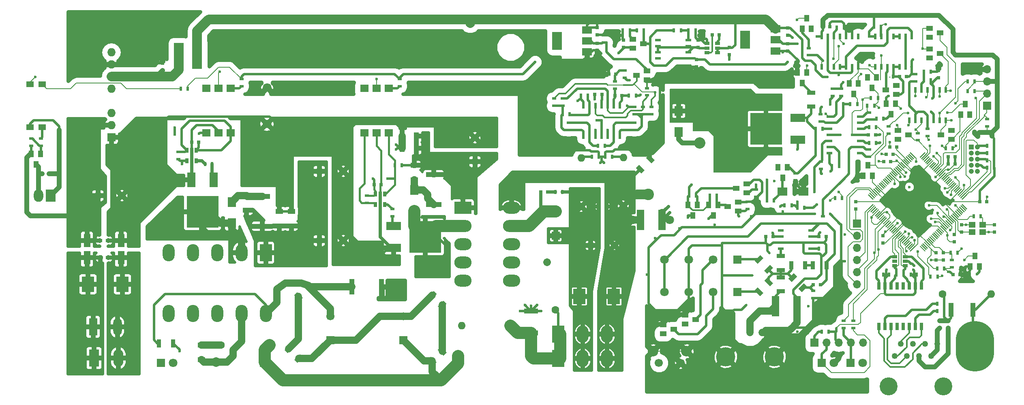
<source format=gbr>
G04 #@! TF.FileFunction,Copper,L1,Top,Signal*
%FSLAX46Y46*%
G04 Gerber Fmt 4.6, Leading zero omitted, Abs format (unit mm)*
G04 Created by KiCad (PCBNEW 4.0.2-stable) date 06/03/2018 00:18:55*
%MOMM*%
G01*
G04 APERTURE LIST*
%ADD10C,0.100000*%
%ADD11R,0.900000X0.500000*%
%ADD12R,0.500000X0.900000*%
%ADD13C,1.998980*%
%ADD14R,1.998980X1.998980*%
%ADD15R,1.300000X1.300000*%
%ADD16C,1.300000*%
%ADD17R,0.800000X0.750000*%
%ADD18R,1.600000X1.000000*%
%ADD19R,1.000000X1.600000*%
%ADD20R,3.000000X1.000000*%
%ADD21C,1.700000*%
%ADD22R,1.700000X1.700000*%
%ADD23R,1.400000X1.150000*%
%ADD24R,0.508000X1.143000*%
%ADD25R,2.000000X3.800000*%
%ADD26R,2.000000X1.500000*%
%ADD27R,1.143000X0.508000*%
%ADD28R,1.060000X0.650000*%
%ADD29R,1.727200X1.727200*%
%ADD30O,1.727200X1.727200*%
%ADD31R,0.650000X1.060000*%
%ADD32R,1.780000X1.520000*%
%ADD33O,3.600000X2.500000*%
%ADD34R,3.600000X2.500000*%
%ADD35O,2.500000X3.600000*%
%ADD36R,2.500000X3.600000*%
%ADD37R,0.760000X1.650000*%
%ADD38R,3.200000X1.000000*%
%ADD39C,1.600000*%
%ADD40O,1.600000X1.600000*%
%ADD41C,2.400000*%
%ADD42O,2.400000X2.400000*%
%ADD43R,0.900000X1.700000*%
%ADD44R,1.000000X3.200000*%
%ADD45R,1.700000X0.900000*%
%ADD46C,2.400000*%
%ADD47R,3.048000X1.651000*%
%ADD48R,6.700520X6.700520*%
%ADD49R,1.000000X1.400000*%
%ADD50R,1.651000X3.048000*%
%ADD51R,1.400000X1.000000*%
%ADD52C,3.750000*%
%ADD53C,1.250000*%
%ADD54R,2.100000X3.600000*%
%ADD55O,2.100000X3.600000*%
%ADD56O,1.700000X1.700000*%
%ADD57R,1.050000X1.050000*%
%ADD58C,1.050000*%
%ADD59R,1.500000X4.200000*%
%ADD60R,1.470000X2.770000*%
%ADD61R,1.800000X1.800000*%
%ADD62C,1.800000*%
%ADD63R,1.800000X2.100000*%
%ADD64R,2.100000X1.800000*%
%ADD65R,2.600000X3.200000*%
%ADD66R,1.000000X3.000000*%
%ADD67R,0.750000X0.800000*%
%ADD68R,1.800000X3.600000*%
%ADD69O,1.800000X3.600000*%
%ADD70C,2.200000*%
%ADD71C,1.600000*%
%ADD72O,1.800000X1.800000*%
%ADD73O,8.000000X10.500000*%
%ADD74R,2.000000X2.600000*%
%ADD75O,2.000000X2.600000*%
%ADD76R,2.148840X5.499100*%
%ADD77R,1.498600X1.297940*%
%ADD78C,1.500000*%
%ADD79C,4.000000*%
%ADD80C,0.600000*%
%ADD81C,2.000000*%
%ADD82C,0.180000*%
%ADD83C,0.500000*%
%ADD84C,0.300000*%
%ADD85C,0.700000*%
%ADD86C,1.500000*%
%ADD87C,2.000000*%
%ADD88C,1.000000*%
%ADD89C,0.400000*%
%ADD90C,2.500000*%
%ADD91C,0.800000*%
%ADD92C,0.200000*%
G04 APERTURE END LIST*
D10*
D11*
X267462000Y-194806000D03*
X267462000Y-193306000D03*
D12*
X259600000Y-192024000D03*
X261100000Y-192024000D03*
D11*
X269240000Y-190766000D03*
X269240000Y-192266000D03*
D12*
X282396500Y-203073000D03*
X283896500Y-203073000D03*
D13*
X156464000Y-226824540D03*
D14*
X166624000Y-226824540D03*
D15*
X131826000Y-192024000D03*
D16*
X136826000Y-192024000D03*
D15*
X234696000Y-202438000D03*
D16*
X239696000Y-202438000D03*
D17*
X236486000Y-194310000D03*
X237986000Y-194310000D03*
D18*
X197866000Y-185698000D03*
X197866000Y-188698000D03*
D19*
X198350000Y-182118000D03*
X195350000Y-182118000D03*
D15*
X210566000Y-184912000D03*
D16*
X210566000Y-179912000D03*
D20*
X222250000Y-220740000D03*
X222250000Y-216140000D03*
D21*
X180340000Y-217250000D03*
D22*
X180340000Y-222250000D03*
D21*
X195580000Y-217250000D03*
D22*
X195580000Y-222250000D03*
D18*
X153416000Y-226290000D03*
X153416000Y-223290000D03*
X162814000Y-195048000D03*
X162814000Y-192048000D03*
D17*
X152896000Y-180848000D03*
X151396000Y-180848000D03*
D15*
X178054000Y-201422000D03*
D16*
X183054000Y-201422000D03*
D17*
X292747000Y-179324000D03*
X294247000Y-179324000D03*
X281253500Y-210629500D03*
X282753500Y-210629500D03*
D23*
X314368000Y-199682000D03*
X314368000Y-198082000D03*
X316568000Y-198082000D03*
X316568000Y-199682000D03*
D24*
X282956000Y-165100000D03*
X284226000Y-165100000D03*
X285496000Y-165100000D03*
X286766000Y-165100000D03*
X288036000Y-165100000D03*
X289306000Y-165100000D03*
X290576000Y-165100000D03*
X290576000Y-158750000D03*
X289306000Y-158750000D03*
X286766000Y-158750000D03*
X285496000Y-158750000D03*
X284226000Y-158750000D03*
X282956000Y-158750000D03*
X288036000Y-158750000D03*
X294132000Y-165100000D03*
X295402000Y-165100000D03*
X296672000Y-165100000D03*
X297942000Y-165100000D03*
X299212000Y-165100000D03*
X300482000Y-165100000D03*
X301752000Y-165100000D03*
X301752000Y-158750000D03*
X300482000Y-158750000D03*
X297942000Y-158750000D03*
X296672000Y-158750000D03*
X295402000Y-158750000D03*
X294132000Y-158750000D03*
X299212000Y-158750000D03*
D10*
G36*
X301558218Y-182903844D02*
X302599928Y-183945554D01*
X302438284Y-184107198D01*
X301396574Y-183065488D01*
X301558218Y-182903844D01*
X301558218Y-182903844D01*
G37*
G36*
X301270850Y-183191212D02*
X302312560Y-184232922D01*
X302150916Y-184394566D01*
X301109206Y-183352856D01*
X301270850Y-183191212D01*
X301270850Y-183191212D01*
G37*
G36*
X301001442Y-183460620D02*
X302043152Y-184502330D01*
X301881508Y-184663974D01*
X300839798Y-183622264D01*
X301001442Y-183460620D01*
X301001442Y-183460620D01*
G37*
G36*
X300714074Y-183747988D02*
X301755784Y-184789698D01*
X301594140Y-184951342D01*
X300552430Y-183909632D01*
X300714074Y-183747988D01*
X300714074Y-183747988D01*
G37*
G36*
X300426706Y-184035356D02*
X301468416Y-185077066D01*
X301306772Y-185238710D01*
X300265062Y-184197000D01*
X300426706Y-184035356D01*
X300426706Y-184035356D01*
G37*
G36*
X300139337Y-184322724D02*
X301181047Y-185364434D01*
X301019403Y-185526078D01*
X299977693Y-184484368D01*
X300139337Y-184322724D01*
X300139337Y-184322724D01*
G37*
G36*
X299869930Y-184592132D02*
X300911640Y-185633842D01*
X300749996Y-185795486D01*
X299708286Y-184753776D01*
X299869930Y-184592132D01*
X299869930Y-184592132D01*
G37*
G36*
X299582561Y-184879500D02*
X300624271Y-185921210D01*
X300462627Y-186082854D01*
X299420917Y-185041144D01*
X299582561Y-184879500D01*
X299582561Y-184879500D01*
G37*
G36*
X299295193Y-185166868D02*
X300336903Y-186208578D01*
X300175259Y-186370222D01*
X299133549Y-185328512D01*
X299295193Y-185166868D01*
X299295193Y-185166868D01*
G37*
G36*
X299007825Y-185454237D02*
X300049535Y-186495947D01*
X299887891Y-186657591D01*
X298846181Y-185615881D01*
X299007825Y-185454237D01*
X299007825Y-185454237D01*
G37*
G36*
X298738417Y-185723644D02*
X299780127Y-186765354D01*
X299618483Y-186926998D01*
X298576773Y-185885288D01*
X298738417Y-185723644D01*
X298738417Y-185723644D01*
G37*
G36*
X298451049Y-186011012D02*
X299492759Y-187052722D01*
X299331115Y-187214366D01*
X298289405Y-186172656D01*
X298451049Y-186011012D01*
X298451049Y-186011012D01*
G37*
G36*
X298163681Y-186298381D02*
X299205391Y-187340091D01*
X299043747Y-187501735D01*
X298002037Y-186460025D01*
X298163681Y-186298381D01*
X298163681Y-186298381D01*
G37*
G36*
X297876313Y-186585749D02*
X298918023Y-187627459D01*
X298756379Y-187789103D01*
X297714669Y-186747393D01*
X297876313Y-186585749D01*
X297876313Y-186585749D01*
G37*
G36*
X297606905Y-186855157D02*
X298648615Y-187896867D01*
X298486971Y-188058511D01*
X297445261Y-187016801D01*
X297606905Y-186855157D01*
X297606905Y-186855157D01*
G37*
G36*
X297319537Y-187142525D02*
X298361247Y-188184235D01*
X298199603Y-188345879D01*
X297157893Y-187304169D01*
X297319537Y-187142525D01*
X297319537Y-187142525D01*
G37*
G36*
X297032169Y-187429893D02*
X298073879Y-188471603D01*
X297912235Y-188633247D01*
X296870525Y-187591537D01*
X297032169Y-187429893D01*
X297032169Y-187429893D01*
G37*
G36*
X296744801Y-187717261D02*
X297786511Y-188758971D01*
X297624867Y-188920615D01*
X296583157Y-187878905D01*
X296744801Y-187717261D01*
X296744801Y-187717261D01*
G37*
G36*
X296475393Y-187986669D02*
X297517103Y-189028379D01*
X297355459Y-189190023D01*
X296313749Y-188148313D01*
X296475393Y-187986669D01*
X296475393Y-187986669D01*
G37*
G36*
X296188025Y-188274037D02*
X297229735Y-189315747D01*
X297068091Y-189477391D01*
X296026381Y-188435681D01*
X296188025Y-188274037D01*
X296188025Y-188274037D01*
G37*
G36*
X295900656Y-188561405D02*
X296942366Y-189603115D01*
X296780722Y-189764759D01*
X295739012Y-188723049D01*
X295900656Y-188561405D01*
X295900656Y-188561405D01*
G37*
G36*
X295613288Y-188848773D02*
X296654998Y-189890483D01*
X296493354Y-190052127D01*
X295451644Y-189010417D01*
X295613288Y-188848773D01*
X295613288Y-188848773D01*
G37*
G36*
X295343881Y-189118181D02*
X296385591Y-190159891D01*
X296223947Y-190321535D01*
X295182237Y-189279825D01*
X295343881Y-189118181D01*
X295343881Y-189118181D01*
G37*
G36*
X295056512Y-189405549D02*
X296098222Y-190447259D01*
X295936578Y-190608903D01*
X294894868Y-189567193D01*
X295056512Y-189405549D01*
X295056512Y-189405549D01*
G37*
G36*
X294769144Y-189692917D02*
X295810854Y-190734627D01*
X295649210Y-190896271D01*
X294607500Y-189854561D01*
X294769144Y-189692917D01*
X294769144Y-189692917D01*
G37*
G36*
X294481776Y-189980286D02*
X295523486Y-191021996D01*
X295361842Y-191183640D01*
X294320132Y-190141930D01*
X294481776Y-189980286D01*
X294481776Y-189980286D01*
G37*
G36*
X294212368Y-190249693D02*
X295254078Y-191291403D01*
X295092434Y-191453047D01*
X294050724Y-190411337D01*
X294212368Y-190249693D01*
X294212368Y-190249693D01*
G37*
G36*
X293925000Y-190537062D02*
X294966710Y-191578772D01*
X294805066Y-191740416D01*
X293763356Y-190698706D01*
X293925000Y-190537062D01*
X293925000Y-190537062D01*
G37*
G36*
X293637632Y-190824430D02*
X294679342Y-191866140D01*
X294517698Y-192027784D01*
X293475988Y-190986074D01*
X293637632Y-190824430D01*
X293637632Y-190824430D01*
G37*
G36*
X293350264Y-191111798D02*
X294391974Y-192153508D01*
X294230330Y-192315152D01*
X293188620Y-191273442D01*
X293350264Y-191111798D01*
X293350264Y-191111798D01*
G37*
G36*
X293080856Y-191381206D02*
X294122566Y-192422916D01*
X293960922Y-192584560D01*
X292919212Y-191542850D01*
X293080856Y-191381206D01*
X293080856Y-191381206D01*
G37*
G36*
X292793488Y-191668574D02*
X293835198Y-192710284D01*
X293673554Y-192871928D01*
X292631844Y-191830218D01*
X292793488Y-191668574D01*
X292793488Y-191668574D01*
G37*
G36*
X293835198Y-193877716D02*
X292793488Y-194919426D01*
X292631844Y-194757782D01*
X293673554Y-193716072D01*
X293835198Y-193877716D01*
X293835198Y-193877716D01*
G37*
G36*
X294122566Y-194165084D02*
X293080856Y-195206794D01*
X292919212Y-195045150D01*
X293960922Y-194003440D01*
X294122566Y-194165084D01*
X294122566Y-194165084D01*
G37*
G36*
X294391974Y-194434492D02*
X293350264Y-195476202D01*
X293188620Y-195314558D01*
X294230330Y-194272848D01*
X294391974Y-194434492D01*
X294391974Y-194434492D01*
G37*
G36*
X294679342Y-194721860D02*
X293637632Y-195763570D01*
X293475988Y-195601926D01*
X294517698Y-194560216D01*
X294679342Y-194721860D01*
X294679342Y-194721860D01*
G37*
G36*
X294966710Y-195009228D02*
X293925000Y-196050938D01*
X293763356Y-195889294D01*
X294805066Y-194847584D01*
X294966710Y-195009228D01*
X294966710Y-195009228D01*
G37*
G36*
X295254078Y-195296597D02*
X294212368Y-196338307D01*
X294050724Y-196176663D01*
X295092434Y-195134953D01*
X295254078Y-195296597D01*
X295254078Y-195296597D01*
G37*
G36*
X295523486Y-195566004D02*
X294481776Y-196607714D01*
X294320132Y-196446070D01*
X295361842Y-195404360D01*
X295523486Y-195566004D01*
X295523486Y-195566004D01*
G37*
G36*
X295810854Y-195853373D02*
X294769144Y-196895083D01*
X294607500Y-196733439D01*
X295649210Y-195691729D01*
X295810854Y-195853373D01*
X295810854Y-195853373D01*
G37*
G36*
X296098222Y-196140741D02*
X295056512Y-197182451D01*
X294894868Y-197020807D01*
X295936578Y-195979097D01*
X296098222Y-196140741D01*
X296098222Y-196140741D01*
G37*
G36*
X296385591Y-196428109D02*
X295343881Y-197469819D01*
X295182237Y-197308175D01*
X296223947Y-196266465D01*
X296385591Y-196428109D01*
X296385591Y-196428109D01*
G37*
G36*
X296654998Y-196697517D02*
X295613288Y-197739227D01*
X295451644Y-197577583D01*
X296493354Y-196535873D01*
X296654998Y-196697517D01*
X296654998Y-196697517D01*
G37*
G36*
X296942366Y-196984885D02*
X295900656Y-198026595D01*
X295739012Y-197864951D01*
X296780722Y-196823241D01*
X296942366Y-196984885D01*
X296942366Y-196984885D01*
G37*
G36*
X297229735Y-197272253D02*
X296188025Y-198313963D01*
X296026381Y-198152319D01*
X297068091Y-197110609D01*
X297229735Y-197272253D01*
X297229735Y-197272253D01*
G37*
G36*
X297517103Y-197559621D02*
X296475393Y-198601331D01*
X296313749Y-198439687D01*
X297355459Y-197397977D01*
X297517103Y-197559621D01*
X297517103Y-197559621D01*
G37*
G36*
X297786511Y-197829029D02*
X296744801Y-198870739D01*
X296583157Y-198709095D01*
X297624867Y-197667385D01*
X297786511Y-197829029D01*
X297786511Y-197829029D01*
G37*
G36*
X298073879Y-198116397D02*
X297032169Y-199158107D01*
X296870525Y-198996463D01*
X297912235Y-197954753D01*
X298073879Y-198116397D01*
X298073879Y-198116397D01*
G37*
G36*
X298361247Y-198403765D02*
X297319537Y-199445475D01*
X297157893Y-199283831D01*
X298199603Y-198242121D01*
X298361247Y-198403765D01*
X298361247Y-198403765D01*
G37*
G36*
X298648615Y-198691133D02*
X297606905Y-199732843D01*
X297445261Y-199571199D01*
X298486971Y-198529489D01*
X298648615Y-198691133D01*
X298648615Y-198691133D01*
G37*
G36*
X298918023Y-198960541D02*
X297876313Y-200002251D01*
X297714669Y-199840607D01*
X298756379Y-198798897D01*
X298918023Y-198960541D01*
X298918023Y-198960541D01*
G37*
G36*
X299205391Y-199247909D02*
X298163681Y-200289619D01*
X298002037Y-200127975D01*
X299043747Y-199086265D01*
X299205391Y-199247909D01*
X299205391Y-199247909D01*
G37*
G36*
X299492759Y-199535278D02*
X298451049Y-200576988D01*
X298289405Y-200415344D01*
X299331115Y-199373634D01*
X299492759Y-199535278D01*
X299492759Y-199535278D01*
G37*
G36*
X299780127Y-199822646D02*
X298738417Y-200864356D01*
X298576773Y-200702712D01*
X299618483Y-199661002D01*
X299780127Y-199822646D01*
X299780127Y-199822646D01*
G37*
G36*
X300049535Y-200092053D02*
X299007825Y-201133763D01*
X298846181Y-200972119D01*
X299887891Y-199930409D01*
X300049535Y-200092053D01*
X300049535Y-200092053D01*
G37*
G36*
X300336903Y-200379422D02*
X299295193Y-201421132D01*
X299133549Y-201259488D01*
X300175259Y-200217778D01*
X300336903Y-200379422D01*
X300336903Y-200379422D01*
G37*
G36*
X300624271Y-200666790D02*
X299582561Y-201708500D01*
X299420917Y-201546856D01*
X300462627Y-200505146D01*
X300624271Y-200666790D01*
X300624271Y-200666790D01*
G37*
G36*
X300911640Y-200954158D02*
X299869930Y-201995868D01*
X299708286Y-201834224D01*
X300749996Y-200792514D01*
X300911640Y-200954158D01*
X300911640Y-200954158D01*
G37*
G36*
X301181047Y-201223566D02*
X300139337Y-202265276D01*
X299977693Y-202103632D01*
X301019403Y-201061922D01*
X301181047Y-201223566D01*
X301181047Y-201223566D01*
G37*
G36*
X301468416Y-201510934D02*
X300426706Y-202552644D01*
X300265062Y-202391000D01*
X301306772Y-201349290D01*
X301468416Y-201510934D01*
X301468416Y-201510934D01*
G37*
G36*
X301755784Y-201798302D02*
X300714074Y-202840012D01*
X300552430Y-202678368D01*
X301594140Y-201636658D01*
X301755784Y-201798302D01*
X301755784Y-201798302D01*
G37*
G36*
X302043152Y-202085670D02*
X301001442Y-203127380D01*
X300839798Y-202965736D01*
X301881508Y-201924026D01*
X302043152Y-202085670D01*
X302043152Y-202085670D01*
G37*
G36*
X302312560Y-202355078D02*
X301270850Y-203396788D01*
X301109206Y-203235144D01*
X302150916Y-202193434D01*
X302312560Y-202355078D01*
X302312560Y-202355078D01*
G37*
G36*
X302599928Y-202642446D02*
X301558218Y-203684156D01*
X301396574Y-203522512D01*
X302438284Y-202480802D01*
X302599928Y-202642446D01*
X302599928Y-202642446D01*
G37*
G36*
X303605716Y-202480802D02*
X304647426Y-203522512D01*
X304485782Y-203684156D01*
X303444072Y-202642446D01*
X303605716Y-202480802D01*
X303605716Y-202480802D01*
G37*
G36*
X303893084Y-202193434D02*
X304934794Y-203235144D01*
X304773150Y-203396788D01*
X303731440Y-202355078D01*
X303893084Y-202193434D01*
X303893084Y-202193434D01*
G37*
G36*
X304162492Y-201924026D02*
X305204202Y-202965736D01*
X305042558Y-203127380D01*
X304000848Y-202085670D01*
X304162492Y-201924026D01*
X304162492Y-201924026D01*
G37*
G36*
X304449860Y-201636658D02*
X305491570Y-202678368D01*
X305329926Y-202840012D01*
X304288216Y-201798302D01*
X304449860Y-201636658D01*
X304449860Y-201636658D01*
G37*
G36*
X304737228Y-201349290D02*
X305778938Y-202391000D01*
X305617294Y-202552644D01*
X304575584Y-201510934D01*
X304737228Y-201349290D01*
X304737228Y-201349290D01*
G37*
G36*
X305024597Y-201061922D02*
X306066307Y-202103632D01*
X305904663Y-202265276D01*
X304862953Y-201223566D01*
X305024597Y-201061922D01*
X305024597Y-201061922D01*
G37*
G36*
X305294004Y-200792514D02*
X306335714Y-201834224D01*
X306174070Y-201995868D01*
X305132360Y-200954158D01*
X305294004Y-200792514D01*
X305294004Y-200792514D01*
G37*
G36*
X305581373Y-200505146D02*
X306623083Y-201546856D01*
X306461439Y-201708500D01*
X305419729Y-200666790D01*
X305581373Y-200505146D01*
X305581373Y-200505146D01*
G37*
G36*
X305868741Y-200217778D02*
X306910451Y-201259488D01*
X306748807Y-201421132D01*
X305707097Y-200379422D01*
X305868741Y-200217778D01*
X305868741Y-200217778D01*
G37*
G36*
X306156109Y-199930409D02*
X307197819Y-200972119D01*
X307036175Y-201133763D01*
X305994465Y-200092053D01*
X306156109Y-199930409D01*
X306156109Y-199930409D01*
G37*
G36*
X306425517Y-199661002D02*
X307467227Y-200702712D01*
X307305583Y-200864356D01*
X306263873Y-199822646D01*
X306425517Y-199661002D01*
X306425517Y-199661002D01*
G37*
G36*
X306712885Y-199373634D02*
X307754595Y-200415344D01*
X307592951Y-200576988D01*
X306551241Y-199535278D01*
X306712885Y-199373634D01*
X306712885Y-199373634D01*
G37*
G36*
X307000253Y-199086265D02*
X308041963Y-200127975D01*
X307880319Y-200289619D01*
X306838609Y-199247909D01*
X307000253Y-199086265D01*
X307000253Y-199086265D01*
G37*
G36*
X307287621Y-198798897D02*
X308329331Y-199840607D01*
X308167687Y-200002251D01*
X307125977Y-198960541D01*
X307287621Y-198798897D01*
X307287621Y-198798897D01*
G37*
G36*
X307557029Y-198529489D02*
X308598739Y-199571199D01*
X308437095Y-199732843D01*
X307395385Y-198691133D01*
X307557029Y-198529489D01*
X307557029Y-198529489D01*
G37*
G36*
X307844397Y-198242121D02*
X308886107Y-199283831D01*
X308724463Y-199445475D01*
X307682753Y-198403765D01*
X307844397Y-198242121D01*
X307844397Y-198242121D01*
G37*
G36*
X308131765Y-197954753D02*
X309173475Y-198996463D01*
X309011831Y-199158107D01*
X307970121Y-198116397D01*
X308131765Y-197954753D01*
X308131765Y-197954753D01*
G37*
G36*
X308419133Y-197667385D02*
X309460843Y-198709095D01*
X309299199Y-198870739D01*
X308257489Y-197829029D01*
X308419133Y-197667385D01*
X308419133Y-197667385D01*
G37*
G36*
X308688541Y-197397977D02*
X309730251Y-198439687D01*
X309568607Y-198601331D01*
X308526897Y-197559621D01*
X308688541Y-197397977D01*
X308688541Y-197397977D01*
G37*
G36*
X308975909Y-197110609D02*
X310017619Y-198152319D01*
X309855975Y-198313963D01*
X308814265Y-197272253D01*
X308975909Y-197110609D01*
X308975909Y-197110609D01*
G37*
G36*
X309263278Y-196823241D02*
X310304988Y-197864951D01*
X310143344Y-198026595D01*
X309101634Y-196984885D01*
X309263278Y-196823241D01*
X309263278Y-196823241D01*
G37*
G36*
X309550646Y-196535873D02*
X310592356Y-197577583D01*
X310430712Y-197739227D01*
X309389002Y-196697517D01*
X309550646Y-196535873D01*
X309550646Y-196535873D01*
G37*
G36*
X309820053Y-196266465D02*
X310861763Y-197308175D01*
X310700119Y-197469819D01*
X309658409Y-196428109D01*
X309820053Y-196266465D01*
X309820053Y-196266465D01*
G37*
G36*
X310107422Y-195979097D02*
X311149132Y-197020807D01*
X310987488Y-197182451D01*
X309945778Y-196140741D01*
X310107422Y-195979097D01*
X310107422Y-195979097D01*
G37*
G36*
X310394790Y-195691729D02*
X311436500Y-196733439D01*
X311274856Y-196895083D01*
X310233146Y-195853373D01*
X310394790Y-195691729D01*
X310394790Y-195691729D01*
G37*
G36*
X310682158Y-195404360D02*
X311723868Y-196446070D01*
X311562224Y-196607714D01*
X310520514Y-195566004D01*
X310682158Y-195404360D01*
X310682158Y-195404360D01*
G37*
G36*
X310951566Y-195134953D02*
X311993276Y-196176663D01*
X311831632Y-196338307D01*
X310789922Y-195296597D01*
X310951566Y-195134953D01*
X310951566Y-195134953D01*
G37*
G36*
X311238934Y-194847584D02*
X312280644Y-195889294D01*
X312119000Y-196050938D01*
X311077290Y-195009228D01*
X311238934Y-194847584D01*
X311238934Y-194847584D01*
G37*
G36*
X311526302Y-194560216D02*
X312568012Y-195601926D01*
X312406368Y-195763570D01*
X311364658Y-194721860D01*
X311526302Y-194560216D01*
X311526302Y-194560216D01*
G37*
G36*
X311813670Y-194272848D02*
X312855380Y-195314558D01*
X312693736Y-195476202D01*
X311652026Y-194434492D01*
X311813670Y-194272848D01*
X311813670Y-194272848D01*
G37*
G36*
X312083078Y-194003440D02*
X313124788Y-195045150D01*
X312963144Y-195206794D01*
X311921434Y-194165084D01*
X312083078Y-194003440D01*
X312083078Y-194003440D01*
G37*
G36*
X312370446Y-193716072D02*
X313412156Y-194757782D01*
X313250512Y-194919426D01*
X312208802Y-193877716D01*
X312370446Y-193716072D01*
X312370446Y-193716072D01*
G37*
G36*
X313412156Y-191830218D02*
X312370446Y-192871928D01*
X312208802Y-192710284D01*
X313250512Y-191668574D01*
X313412156Y-191830218D01*
X313412156Y-191830218D01*
G37*
G36*
X313124788Y-191542850D02*
X312083078Y-192584560D01*
X311921434Y-192422916D01*
X312963144Y-191381206D01*
X313124788Y-191542850D01*
X313124788Y-191542850D01*
G37*
G36*
X312855380Y-191273442D02*
X311813670Y-192315152D01*
X311652026Y-192153508D01*
X312693736Y-191111798D01*
X312855380Y-191273442D01*
X312855380Y-191273442D01*
G37*
G36*
X312568012Y-190986074D02*
X311526302Y-192027784D01*
X311364658Y-191866140D01*
X312406368Y-190824430D01*
X312568012Y-190986074D01*
X312568012Y-190986074D01*
G37*
G36*
X312280644Y-190698706D02*
X311238934Y-191740416D01*
X311077290Y-191578772D01*
X312119000Y-190537062D01*
X312280644Y-190698706D01*
X312280644Y-190698706D01*
G37*
G36*
X311993276Y-190411337D02*
X310951566Y-191453047D01*
X310789922Y-191291403D01*
X311831632Y-190249693D01*
X311993276Y-190411337D01*
X311993276Y-190411337D01*
G37*
G36*
X311723868Y-190141930D02*
X310682158Y-191183640D01*
X310520514Y-191021996D01*
X311562224Y-189980286D01*
X311723868Y-190141930D01*
X311723868Y-190141930D01*
G37*
G36*
X311436500Y-189854561D02*
X310394790Y-190896271D01*
X310233146Y-190734627D01*
X311274856Y-189692917D01*
X311436500Y-189854561D01*
X311436500Y-189854561D01*
G37*
G36*
X311149132Y-189567193D02*
X310107422Y-190608903D01*
X309945778Y-190447259D01*
X310987488Y-189405549D01*
X311149132Y-189567193D01*
X311149132Y-189567193D01*
G37*
G36*
X310861763Y-189279825D02*
X309820053Y-190321535D01*
X309658409Y-190159891D01*
X310700119Y-189118181D01*
X310861763Y-189279825D01*
X310861763Y-189279825D01*
G37*
G36*
X310592356Y-189010417D02*
X309550646Y-190052127D01*
X309389002Y-189890483D01*
X310430712Y-188848773D01*
X310592356Y-189010417D01*
X310592356Y-189010417D01*
G37*
G36*
X310304988Y-188723049D02*
X309263278Y-189764759D01*
X309101634Y-189603115D01*
X310143344Y-188561405D01*
X310304988Y-188723049D01*
X310304988Y-188723049D01*
G37*
G36*
X310017619Y-188435681D02*
X308975909Y-189477391D01*
X308814265Y-189315747D01*
X309855975Y-188274037D01*
X310017619Y-188435681D01*
X310017619Y-188435681D01*
G37*
G36*
X309730251Y-188148313D02*
X308688541Y-189190023D01*
X308526897Y-189028379D01*
X309568607Y-187986669D01*
X309730251Y-188148313D01*
X309730251Y-188148313D01*
G37*
G36*
X309460843Y-187878905D02*
X308419133Y-188920615D01*
X308257489Y-188758971D01*
X309299199Y-187717261D01*
X309460843Y-187878905D01*
X309460843Y-187878905D01*
G37*
G36*
X309173475Y-187591537D02*
X308131765Y-188633247D01*
X307970121Y-188471603D01*
X309011831Y-187429893D01*
X309173475Y-187591537D01*
X309173475Y-187591537D01*
G37*
G36*
X308886107Y-187304169D02*
X307844397Y-188345879D01*
X307682753Y-188184235D01*
X308724463Y-187142525D01*
X308886107Y-187304169D01*
X308886107Y-187304169D01*
G37*
G36*
X308598739Y-187016801D02*
X307557029Y-188058511D01*
X307395385Y-187896867D01*
X308437095Y-186855157D01*
X308598739Y-187016801D01*
X308598739Y-187016801D01*
G37*
G36*
X308329331Y-186747393D02*
X307287621Y-187789103D01*
X307125977Y-187627459D01*
X308167687Y-186585749D01*
X308329331Y-186747393D01*
X308329331Y-186747393D01*
G37*
G36*
X308041963Y-186460025D02*
X307000253Y-187501735D01*
X306838609Y-187340091D01*
X307880319Y-186298381D01*
X308041963Y-186460025D01*
X308041963Y-186460025D01*
G37*
G36*
X307754595Y-186172656D02*
X306712885Y-187214366D01*
X306551241Y-187052722D01*
X307592951Y-186011012D01*
X307754595Y-186172656D01*
X307754595Y-186172656D01*
G37*
G36*
X307467227Y-185885288D02*
X306425517Y-186926998D01*
X306263873Y-186765354D01*
X307305583Y-185723644D01*
X307467227Y-185885288D01*
X307467227Y-185885288D01*
G37*
G36*
X307197819Y-185615881D02*
X306156109Y-186657591D01*
X305994465Y-186495947D01*
X307036175Y-185454237D01*
X307197819Y-185615881D01*
X307197819Y-185615881D01*
G37*
G36*
X306910451Y-185328512D02*
X305868741Y-186370222D01*
X305707097Y-186208578D01*
X306748807Y-185166868D01*
X306910451Y-185328512D01*
X306910451Y-185328512D01*
G37*
G36*
X306623083Y-185041144D02*
X305581373Y-186082854D01*
X305419729Y-185921210D01*
X306461439Y-184879500D01*
X306623083Y-185041144D01*
X306623083Y-185041144D01*
G37*
G36*
X306335714Y-184753776D02*
X305294004Y-185795486D01*
X305132360Y-185633842D01*
X306174070Y-184592132D01*
X306335714Y-184753776D01*
X306335714Y-184753776D01*
G37*
G36*
X306066307Y-184484368D02*
X305024597Y-185526078D01*
X304862953Y-185364434D01*
X305904663Y-184322724D01*
X306066307Y-184484368D01*
X306066307Y-184484368D01*
G37*
G36*
X305778938Y-184197000D02*
X304737228Y-185238710D01*
X304575584Y-185077066D01*
X305617294Y-184035356D01*
X305778938Y-184197000D01*
X305778938Y-184197000D01*
G37*
G36*
X305491570Y-183909632D02*
X304449860Y-184951342D01*
X304288216Y-184789698D01*
X305329926Y-183747988D01*
X305491570Y-183909632D01*
X305491570Y-183909632D01*
G37*
G36*
X305204202Y-183622264D02*
X304162492Y-184663974D01*
X304000848Y-184502330D01*
X305042558Y-183460620D01*
X305204202Y-183622264D01*
X305204202Y-183622264D01*
G37*
G36*
X304934794Y-183352856D02*
X303893084Y-184394566D01*
X303731440Y-184232922D01*
X304773150Y-183191212D01*
X304934794Y-183352856D01*
X304934794Y-183352856D01*
G37*
G36*
X304647426Y-183065488D02*
X303605716Y-184107198D01*
X303444072Y-183945554D01*
X304485782Y-182903844D01*
X304647426Y-183065488D01*
X304647426Y-183065488D01*
G37*
D25*
X267004400Y-159461200D03*
D26*
X273304400Y-159461200D03*
X273304400Y-157161200D03*
X273304400Y-161761200D03*
D25*
X227672500Y-159702500D03*
D26*
X233972500Y-159702500D03*
X233972500Y-157402500D03*
X233972500Y-162002500D03*
D27*
X248793000Y-163322000D03*
X248793000Y-162052000D03*
X248793000Y-160782000D03*
X248793000Y-159512000D03*
X255143000Y-159512000D03*
X255143000Y-160782000D03*
X255143000Y-162052000D03*
X255143000Y-163322000D03*
D28*
X258996000Y-160213000D03*
X258996000Y-161163000D03*
X258996000Y-162113000D03*
X261196000Y-162113000D03*
X261196000Y-160213000D03*
X261196000Y-161163000D03*
D29*
X134620000Y-179832000D03*
D30*
X134620000Y-177292000D03*
X134620000Y-174752000D03*
X134620000Y-169672000D03*
X134620000Y-167132000D03*
X134620000Y-164592000D03*
X134620000Y-162052000D03*
D31*
X191704000Y-191686000D03*
X190754000Y-191686000D03*
X189804000Y-191686000D03*
X189804000Y-193886000D03*
X191704000Y-193886000D03*
D32*
X192532000Y-169609000D03*
X189992000Y-169609000D03*
X187452000Y-169609000D03*
X187452000Y-178879000D03*
X189992000Y-178879000D03*
X192532000Y-178879000D03*
D31*
X152334000Y-182542000D03*
X151384000Y-182542000D03*
X150434000Y-182542000D03*
X150434000Y-184742000D03*
X152334000Y-184742000D03*
D24*
X308864000Y-169926000D03*
X307594000Y-169926000D03*
X306324000Y-169926000D03*
X305054000Y-169926000D03*
X303784000Y-169926000D03*
X302514000Y-169926000D03*
X301244000Y-169926000D03*
X301244000Y-176276000D03*
X302514000Y-176276000D03*
X305054000Y-176276000D03*
X306324000Y-176276000D03*
X307594000Y-176276000D03*
X308864000Y-176276000D03*
X303784000Y-176276000D03*
X233172000Y-179578000D03*
X234442000Y-179578000D03*
X235712000Y-179578000D03*
X236982000Y-179578000D03*
X238252000Y-179578000D03*
X239522000Y-179578000D03*
X240792000Y-179578000D03*
X240792000Y-173228000D03*
X239522000Y-173228000D03*
X236982000Y-173228000D03*
X235712000Y-173228000D03*
X234442000Y-173228000D03*
X233172000Y-173228000D03*
X238252000Y-173228000D03*
D27*
X290957000Y-183134000D03*
X290957000Y-181864000D03*
X290957000Y-180594000D03*
X290957000Y-179324000D03*
X290957000Y-178054000D03*
X290957000Y-176784000D03*
X290957000Y-175514000D03*
X284607000Y-175514000D03*
X284607000Y-176784000D03*
X284607000Y-179324000D03*
X284607000Y-180594000D03*
X284607000Y-181864000D03*
X284607000Y-183134000D03*
X284607000Y-178054000D03*
D33*
X208026000Y-209804000D03*
X208026000Y-205994000D03*
X218186000Y-209804000D03*
X218186000Y-205994000D03*
X208026000Y-202184000D03*
X208026000Y-198374000D03*
D34*
X208026000Y-194564000D03*
D33*
X218186000Y-194564000D03*
X218186000Y-198374000D03*
X218186000Y-202184000D03*
D35*
X146558000Y-203962000D03*
X151638000Y-203962000D03*
X146558000Y-216662000D03*
X151638000Y-216662000D03*
X156718000Y-203962000D03*
X161798000Y-203962000D03*
D36*
X166878000Y-203962000D03*
D35*
X166878000Y-216662000D03*
X161798000Y-216662000D03*
X156718000Y-216662000D03*
D37*
X303784000Y-219393000D03*
X303784000Y-210883000D03*
X302514000Y-219393000D03*
X302514000Y-210883000D03*
X301244000Y-219393000D03*
X301244000Y-210883000D03*
X299974000Y-219393000D03*
X299974000Y-210883000D03*
X298704000Y-219393000D03*
X298704000Y-210883000D03*
X297434000Y-219393000D03*
X297434000Y-210883000D03*
X296164000Y-219393000D03*
X296164000Y-210883000D03*
X294894000Y-219393000D03*
X294894000Y-210883000D03*
D12*
X319012000Y-186182000D03*
X317512000Y-186182000D03*
X319012000Y-184658000D03*
X317512000Y-184658000D03*
X319012000Y-183134000D03*
X317512000Y-183134000D03*
X319012000Y-181610000D03*
X317512000Y-181610000D03*
D11*
X307594000Y-219698000D03*
X307594000Y-218198000D03*
X309372000Y-219698000D03*
X309372000Y-218198000D03*
D12*
X307098000Y-216154000D03*
X308598000Y-216154000D03*
X307098000Y-214630000D03*
X308598000Y-214630000D03*
X295898000Y-208534000D03*
X294398000Y-208534000D03*
X297065000Y-208534000D03*
X298565000Y-208534000D03*
X301613000Y-208534000D03*
X300113000Y-208534000D03*
X302780000Y-208534000D03*
X304280000Y-208534000D03*
D11*
X287528000Y-218198000D03*
X287528000Y-219698000D03*
X289560000Y-218198000D03*
X289560000Y-219698000D03*
D12*
X314718000Y-196342000D03*
X316218000Y-196342000D03*
X307098000Y-207264000D03*
X308598000Y-207264000D03*
X307201000Y-208915000D03*
X305701000Y-208915000D03*
X311392000Y-203962000D03*
X309892000Y-203962000D03*
D11*
X310134000Y-206998000D03*
X310134000Y-205498000D03*
D12*
X295390000Y-156718000D03*
X293890000Y-156718000D03*
X296430000Y-167132000D03*
X297930000Y-167132000D03*
X310376000Y-182118000D03*
X308876000Y-182118000D03*
X284468000Y-220472000D03*
X282968000Y-220472000D03*
X277888000Y-194564000D03*
X279388000Y-194564000D03*
X252107000Y-157480000D03*
X253607000Y-157480000D03*
X255155000Y-157480000D03*
X256655000Y-157480000D03*
D11*
X193294000Y-194830000D03*
X193294000Y-196330000D03*
D38*
X201930000Y-187654000D03*
X201930000Y-193854000D03*
D12*
X195314000Y-185674000D03*
X193814000Y-185674000D03*
D11*
X187960000Y-192036000D03*
X187960000Y-193536000D03*
X194818000Y-167652000D03*
X194818000Y-169152000D03*
X303022000Y-178955000D03*
X303022000Y-180455000D03*
D12*
X286627000Y-185801000D03*
X285127000Y-185801000D03*
D11*
X282829000Y-184924000D03*
X282829000Y-186424000D03*
D39*
X217932000Y-219202000D03*
D40*
X207772000Y-219202000D03*
D41*
X207010000Y-225552000D03*
D42*
X222250000Y-225552000D03*
D10*
G36*
X174009538Y-214034544D02*
X172807456Y-212832462D01*
X173443852Y-212196066D01*
X174645934Y-213398148D01*
X174009538Y-214034544D01*
X174009538Y-214034544D01*
G37*
G36*
X176060148Y-211983934D02*
X174858066Y-210781852D01*
X175494462Y-210145456D01*
X176696544Y-211347538D01*
X176060148Y-211983934D01*
X176060148Y-211983934D01*
G37*
G36*
X174664544Y-225786462D02*
X173462462Y-226988544D01*
X172826066Y-226352148D01*
X174028148Y-225150066D01*
X174664544Y-225786462D01*
X174664544Y-225786462D01*
G37*
G36*
X172613934Y-223735852D02*
X171411852Y-224937934D01*
X170775456Y-224301538D01*
X171977538Y-223099456D01*
X172613934Y-223735852D01*
X172613934Y-223735852D01*
G37*
G36*
X204636544Y-214610462D02*
X203434462Y-215812544D01*
X202798066Y-215176148D01*
X204000148Y-213974066D01*
X204636544Y-214610462D01*
X204636544Y-214610462D01*
G37*
G36*
X202585934Y-212559852D02*
X201383852Y-213761934D01*
X200747456Y-213125538D01*
X201949538Y-211923456D01*
X202585934Y-212559852D01*
X202585934Y-212559852D01*
G37*
G36*
X201949538Y-227496544D02*
X200747456Y-226294462D01*
X201383852Y-225658066D01*
X202585934Y-226860148D01*
X201949538Y-227496544D01*
X201949538Y-227496544D01*
G37*
G36*
X204000148Y-225445934D02*
X202798066Y-224243852D01*
X203434462Y-223607456D01*
X204636544Y-224809538D01*
X204000148Y-225445934D01*
X204000148Y-225445934D01*
G37*
D43*
X144600000Y-222885000D03*
X147500000Y-222885000D03*
D39*
X157480000Y-223266000D03*
D40*
X167640000Y-223266000D03*
D44*
X184860000Y-211074000D03*
X191060000Y-211074000D03*
D12*
X154190000Y-185420000D03*
X155690000Y-185420000D03*
D38*
X166116000Y-198426000D03*
X166116000Y-192226000D03*
D12*
X147840000Y-179070000D03*
X149340000Y-179070000D03*
D11*
X148590000Y-182892000D03*
X148590000Y-184392000D03*
X161798000Y-167652000D03*
X161798000Y-169152000D03*
X247396000Y-174994000D03*
X247396000Y-173494000D03*
X227076000Y-173216000D03*
X227076000Y-171716000D03*
X285242000Y-169684000D03*
X285242000Y-171184000D03*
X287020000Y-171184000D03*
X287020000Y-169684000D03*
D12*
X287516000Y-172847000D03*
X286016000Y-172847000D03*
X288937000Y-172847000D03*
X290437000Y-172847000D03*
X281698000Y-178054000D03*
X283198000Y-178054000D03*
D11*
X277495000Y-187337000D03*
X277495000Y-188837000D03*
D45*
X280797000Y-173408000D03*
X280797000Y-170508000D03*
D11*
X282702000Y-176518000D03*
X282702000Y-175018000D03*
D12*
X271538000Y-193040000D03*
X273038000Y-193040000D03*
D11*
X302514000Y-168136000D03*
X302514000Y-166636000D03*
X305054000Y-179566000D03*
X305054000Y-178066000D03*
X241808000Y-165874000D03*
X241808000Y-167374000D03*
X239776000Y-169660000D03*
X239776000Y-168160000D03*
D12*
X244209000Y-171069000D03*
X242709000Y-171069000D03*
D41*
X246761000Y-191770000D03*
D46*
X257537307Y-180993693D02*
X257537307Y-180993693D01*
D12*
X304304000Y-166116000D03*
X305804000Y-166116000D03*
X305804000Y-167894000D03*
X304304000Y-167894000D03*
D11*
X296926000Y-177558000D03*
X296926000Y-179058000D03*
D12*
X234176000Y-171069000D03*
X232676000Y-171069000D03*
D11*
X246507000Y-171057000D03*
X246507000Y-169557000D03*
X243840000Y-174994000D03*
X243840000Y-173494000D03*
X245618000Y-174994000D03*
X245618000Y-173494000D03*
D12*
X228866000Y-175006000D03*
X230366000Y-175006000D03*
D11*
X228854000Y-173216000D03*
X228854000Y-171716000D03*
X243840000Y-176796000D03*
X243840000Y-178296000D03*
X230124000Y-176796000D03*
X230124000Y-178296000D03*
D12*
X236232000Y-181610000D03*
X237732000Y-181610000D03*
X234962000Y-183896000D03*
X236462000Y-183896000D03*
X239256000Y-183896000D03*
X237756000Y-183896000D03*
D39*
X232791000Y-194310000D03*
D40*
X232791000Y-184150000D03*
D39*
X241554000Y-194183000D03*
D40*
X241554000Y-184023000D03*
D12*
X255282000Y-192024000D03*
X256782000Y-192024000D03*
X293255000Y-171577000D03*
X294755000Y-171577000D03*
X292493000Y-173228000D03*
X293993000Y-173228000D03*
D11*
X292862000Y-176137000D03*
X292862000Y-174637000D03*
D12*
X294398000Y-175895000D03*
X295898000Y-175895000D03*
X294374000Y-177673000D03*
X292874000Y-177673000D03*
D11*
X292862000Y-182384000D03*
X292862000Y-183884000D03*
D12*
X292874000Y-180975000D03*
X294374000Y-180975000D03*
D11*
X283273500Y-197854000D03*
X283273500Y-196354000D03*
D12*
X285762000Y-192532000D03*
X287262000Y-192532000D03*
X275221000Y-194056000D03*
X276721000Y-194056000D03*
D11*
X281241500Y-211911500D03*
X281241500Y-213411500D03*
D47*
X193548000Y-198358760D03*
D48*
X200197720Y-200660000D03*
D47*
X193548000Y-202961240D03*
D49*
X314010000Y-206840000D03*
X315910000Y-206840000D03*
X314960000Y-204640000D03*
D50*
X155971240Y-188722000D03*
D48*
X153670000Y-195371720D03*
D50*
X151368760Y-188722000D03*
D49*
X290637000Y-168572000D03*
X288737000Y-168572000D03*
X289687000Y-170772000D03*
X279842000Y-166286000D03*
X277942000Y-166286000D03*
X278892000Y-168486000D03*
D47*
X278003000Y-180355240D03*
D48*
X271353280Y-178054000D03*
D47*
X278003000Y-175752760D03*
D49*
X298384000Y-172763000D03*
X296484000Y-172763000D03*
X297434000Y-174963000D03*
D51*
X265514000Y-195260000D03*
X265514000Y-193360000D03*
X263314000Y-194310000D03*
X267292000Y-191450000D03*
X267292000Y-189550000D03*
X265092000Y-190500000D03*
D49*
X261300000Y-193972000D03*
X259400000Y-193972000D03*
X260350000Y-196172000D03*
X256982000Y-193972000D03*
X255082000Y-193972000D03*
X256032000Y-196172000D03*
D52*
X308356000Y-231902000D03*
D53*
X299466000Y-223012000D03*
D52*
X296924000Y-231902000D03*
D53*
X302006000Y-223012000D03*
X304546000Y-223012000D03*
X307086000Y-223012000D03*
X298196000Y-225552000D03*
X300736000Y-225552000D03*
X303276000Y-225552000D03*
X305816000Y-225552000D03*
D54*
X131000000Y-226000000D03*
D55*
X136080000Y-226000000D03*
D35*
X238160000Y-226080000D03*
X233080000Y-226080000D03*
D36*
X228000000Y-226080000D03*
X228000000Y-221000000D03*
D35*
X233080000Y-221000000D03*
X238160000Y-221000000D03*
D22*
X281432000Y-222758000D03*
D56*
X283972000Y-222758000D03*
X286512000Y-222758000D03*
X289052000Y-222758000D03*
X291592000Y-222758000D03*
D22*
X290322000Y-197866000D03*
D56*
X290322000Y-200406000D03*
X290322000Y-202946000D03*
X290322000Y-205486000D03*
X290322000Y-208026000D03*
X290322000Y-210566000D03*
D57*
X314198000Y-181864000D03*
D58*
X314198000Y-183134000D03*
X314198000Y-184404000D03*
X314198000Y-185674000D03*
X314198000Y-186944000D03*
X315468000Y-183134000D03*
X315468000Y-184404000D03*
X315468000Y-185674000D03*
X315468000Y-186944000D03*
X315468000Y-181864000D03*
D59*
X245146000Y-197104000D03*
X249646000Y-197104000D03*
D60*
X136652000Y-204990000D03*
X136652000Y-201410000D03*
X129540000Y-204990000D03*
X129540000Y-201410000D03*
D28*
X300439000Y-206690000D03*
X300439000Y-205740000D03*
X300439000Y-204790000D03*
X298239000Y-204790000D03*
X298239000Y-206690000D03*
X298239000Y-205740000D03*
D61*
X289000000Y-227000000D03*
D62*
X291540000Y-227000000D03*
D61*
X283000000Y-227000000D03*
D62*
X285540000Y-227000000D03*
D51*
X298534000Y-170876000D03*
X298534000Y-168976000D03*
X296334000Y-169926000D03*
D61*
X145000000Y-227000000D03*
D62*
X147540000Y-227000000D03*
D49*
X312003400Y-175115400D03*
X313903400Y-175115400D03*
X312953400Y-172915400D03*
D51*
X305478000Y-157038000D03*
X305478000Y-158938000D03*
X307678000Y-157988000D03*
D63*
X197866000Y-190840000D03*
X197866000Y-195240000D03*
X159766000Y-193380000D03*
X159766000Y-197780000D03*
D51*
X246464000Y-167828000D03*
X246464000Y-165928000D03*
X244264000Y-166878000D03*
X310091000Y-180274000D03*
X310091000Y-178374000D03*
X307891000Y-179324000D03*
X305478000Y-161356000D03*
X305478000Y-163256000D03*
X307678000Y-162306000D03*
D49*
X291658000Y-187840800D03*
X293558000Y-187840800D03*
X292608000Y-185640800D03*
D64*
X274787000Y-191135000D03*
X279187000Y-191135000D03*
D49*
X275778000Y-186098000D03*
X273878000Y-186098000D03*
X274828000Y-188298000D03*
D63*
X253111000Y-174330000D03*
X253111000Y-178730000D03*
D65*
X239600000Y-213106000D03*
X232400000Y-213106000D03*
D51*
X254424000Y-216982000D03*
X254424000Y-218882000D03*
X256624000Y-217932000D03*
X249852000Y-219014000D03*
X249852000Y-220914000D03*
X252052000Y-219964000D03*
D66*
X309993000Y-215900000D03*
X314593000Y-215900000D03*
D17*
X310400000Y-208534000D03*
X311900000Y-208534000D03*
D67*
X312166000Y-199632000D03*
X312166000Y-198132000D03*
X319024000Y-198132000D03*
X319024000Y-199632000D03*
D17*
X309384000Y-183896000D03*
X310884000Y-183896000D03*
D67*
X310642000Y-200164000D03*
X310642000Y-201664000D03*
D17*
X309384000Y-185420000D03*
X310884000Y-185420000D03*
X283222000Y-156718000D03*
X284722000Y-156718000D03*
D67*
X290068000Y-193306000D03*
X290068000Y-194806000D03*
D17*
X315988000Y-193294000D03*
X317488000Y-193294000D03*
X297930000Y-183388000D03*
X296430000Y-183388000D03*
D67*
X295783000Y-201918000D03*
X295783000Y-200418000D03*
X306832000Y-203974000D03*
X306832000Y-205474000D03*
X308356000Y-203974000D03*
X308356000Y-205474000D03*
D17*
X298692000Y-181864000D03*
X297192000Y-181864000D03*
X299224000Y-167132000D03*
X300724000Y-167132000D03*
X132346000Y-201422000D03*
X133846000Y-201422000D03*
X132346000Y-204978000D03*
X133846000Y-204978000D03*
D67*
X275844000Y-160286000D03*
X275844000Y-161786000D03*
X275844000Y-156984000D03*
X275844000Y-158484000D03*
D17*
X297422000Y-184912000D03*
X295922000Y-184912000D03*
D67*
X236093000Y-160159000D03*
X236093000Y-161659000D03*
X236093000Y-156920500D03*
X236093000Y-158420500D03*
X256794000Y-163588000D03*
X256794000Y-165088000D03*
D17*
X261608000Y-158369000D03*
X260108000Y-158369000D03*
D67*
X257175000Y-161024000D03*
X257175000Y-159524000D03*
X263652000Y-161048000D03*
X263652000Y-162548000D03*
X145288000Y-165850000D03*
X145288000Y-164350000D03*
D17*
X189496000Y-189738000D03*
X190996000Y-189738000D03*
D19*
X198350000Y-179578000D03*
X195350000Y-179578000D03*
D18*
X169672000Y-198350000D03*
X169672000Y-195350000D03*
X172212000Y-198350000D03*
X172212000Y-195350000D03*
D67*
X307340000Y-167374000D03*
X307340000Y-165874000D03*
D17*
X235597000Y-170815000D03*
X237097000Y-170815000D03*
X240018000Y-166624000D03*
X238518000Y-166624000D03*
X241288000Y-171069000D03*
X239788000Y-171069000D03*
D10*
G36*
X245277472Y-187399899D02*
X244146101Y-186268528D01*
X244853208Y-185561421D01*
X245984579Y-186692792D01*
X245277472Y-187399899D01*
X245277472Y-187399899D01*
G37*
G36*
X247398792Y-185278579D02*
X246267421Y-184147208D01*
X246974528Y-183440101D01*
X248105899Y-184571472D01*
X247398792Y-185278579D01*
X247398792Y-185278579D01*
G37*
D17*
X272847500Y-200533000D03*
X271347500Y-200533000D03*
X282396500Y-200533000D03*
X283896500Y-200533000D03*
D32*
X159512000Y-169609000D03*
X156972000Y-169609000D03*
X154432000Y-169609000D03*
X154432000Y-178879000D03*
X156972000Y-178879000D03*
X159512000Y-178879000D03*
D15*
X178054000Y-186944000D03*
D16*
X183054000Y-186944000D03*
D65*
X136950000Y-210566000D03*
X129750000Y-210566000D03*
D68*
X130810000Y-219456000D03*
D69*
X135890000Y-219456000D03*
D70*
X247750000Y-224500000D03*
X254750000Y-224500000D03*
D21*
X249000000Y-227000000D03*
X253500000Y-227000000D03*
D10*
G36*
X276023101Y-209336472D02*
X277154472Y-208205101D01*
X277861579Y-208912208D01*
X276730208Y-210043579D01*
X276023101Y-209336472D01*
X276023101Y-209336472D01*
G37*
G36*
X278144421Y-211457792D02*
X279275792Y-210326421D01*
X279982899Y-211033528D01*
X278851528Y-212164899D01*
X278144421Y-211457792D01*
X278144421Y-211457792D01*
G37*
D59*
X273340000Y-215138000D03*
X277840000Y-215138000D03*
D45*
X274447000Y-212016000D03*
X274447000Y-209116000D03*
X274447000Y-207571000D03*
X274447000Y-204671000D03*
D10*
G36*
X272835544Y-207117462D02*
X271633462Y-208319544D01*
X270997066Y-207683148D01*
X272199148Y-206481066D01*
X272835544Y-207117462D01*
X272835544Y-207117462D01*
G37*
G36*
X270784934Y-205066852D02*
X269582852Y-206268934D01*
X268946456Y-205632538D01*
X270148538Y-204430456D01*
X270784934Y-205066852D01*
X270784934Y-205066852D01*
G37*
D43*
X276616500Y-206565500D03*
X279516500Y-206565500D03*
X281125000Y-206565500D03*
X284025000Y-206565500D03*
D10*
G36*
X271633462Y-209129456D02*
X272835544Y-210331538D01*
X272199148Y-210967934D01*
X270997066Y-209765852D01*
X271633462Y-209129456D01*
X271633462Y-209129456D01*
G37*
G36*
X269582852Y-211180066D02*
X270784934Y-212382148D01*
X270148538Y-213018544D01*
X268946456Y-211816462D01*
X269582852Y-211180066D01*
X269582852Y-211180066D01*
G37*
D62*
X260286500Y-212153500D03*
X255206500Y-212153500D03*
X250126500Y-212153500D03*
D61*
X265366500Y-212153500D03*
D62*
X260286500Y-205359000D03*
X255206500Y-205359000D03*
X250126500Y-205359000D03*
D61*
X265366500Y-205359000D03*
D27*
X274447000Y-203073000D03*
X274447000Y-201803000D03*
X274447000Y-200533000D03*
X274447000Y-199263000D03*
X280797000Y-199263000D03*
X280797000Y-200533000D03*
X280797000Y-201803000D03*
X280797000Y-203073000D03*
D67*
X241554000Y-161024000D03*
X241554000Y-159524000D03*
D49*
X294447000Y-167302000D03*
X292547000Y-167302000D03*
X293497000Y-169502000D03*
X278894500Y-157119500D03*
X280794500Y-157119500D03*
X279844500Y-154919500D03*
D51*
X298874000Y-178374000D03*
X298874000Y-180274000D03*
X301074000Y-179324000D03*
X243502000Y-159324000D03*
X243502000Y-161224000D03*
X245702000Y-160274000D03*
D39*
X227330000Y-215900000D03*
D71*
X225565735Y-205894353D02*
X225565735Y-205894353D01*
D11*
X280289000Y-162675000D03*
X280289000Y-161175000D03*
D12*
X286143000Y-156845000D03*
X287643000Y-156845000D03*
X244360000Y-157480000D03*
X245860000Y-157480000D03*
X242939000Y-157480000D03*
X241439000Y-157480000D03*
X314948000Y-168148000D03*
X313448000Y-168148000D03*
D61*
X227457000Y-200406000D03*
D72*
X227457000Y-195326000D03*
D62*
X243586000Y-197104000D03*
X251206000Y-197104000D03*
D17*
X225794000Y-191262000D03*
X224294000Y-191262000D03*
X121654000Y-187452000D03*
X120154000Y-187452000D03*
D73*
X315000000Y-223500000D03*
D22*
X317500000Y-173228000D03*
D56*
X317500000Y-170688000D03*
X317500000Y-168148000D03*
X317500000Y-165608000D03*
D74*
X121920000Y-192024000D03*
D75*
X119380000Y-192024000D03*
D76*
X148691600Y-162814000D03*
X152552400Y-162814000D03*
D49*
X119822000Y-183304000D03*
X117922000Y-183304000D03*
X118872000Y-185504000D03*
D12*
X227342000Y-191262000D03*
X228842000Y-191262000D03*
X150610000Y-169672000D03*
X149110000Y-169672000D03*
D11*
X117856000Y-181598000D03*
X117856000Y-180098000D03*
X119888000Y-181598000D03*
X119888000Y-180098000D03*
X317500000Y-177534000D03*
X317500000Y-176034000D03*
D12*
X313448000Y-170180000D03*
X314948000Y-170180000D03*
D39*
X308229000Y-212598000D03*
D40*
X318389000Y-212598000D03*
D77*
X120142000Y-168729660D03*
X117602000Y-168729660D03*
X117602000Y-177728000D03*
X120142000Y-177728000D03*
D78*
X268000000Y-220620000D03*
X270540000Y-220620000D03*
D79*
X273080000Y-225700000D03*
X262920000Y-225700000D03*
D62*
X167132000Y-169418000D03*
X167132000Y-177038000D03*
D80*
X301294800Y-190233300D03*
X309968900Y-191846200D03*
X284734000Y-193040000D03*
X282638500Y-199707500D03*
X313436000Y-208280000D03*
X219964000Y-216154000D03*
X222250000Y-215011000D03*
X220980000Y-214884000D03*
X274828000Y-162078620D03*
X309395106Y-186616094D03*
X308102000Y-208788000D03*
X302260000Y-206629000D03*
X282956000Y-173482000D03*
X279654000Y-188214000D03*
X268986000Y-193294000D03*
X274828000Y-195326000D03*
X240538000Y-158496000D03*
X237045500Y-158432500D03*
X233997500Y-163322000D03*
X236918500Y-162306000D03*
X280289000Y-159893000D03*
X298704000Y-177292000D03*
X290703000Y-188341000D03*
X289306000Y-156972000D03*
X301625000Y-206248000D03*
X307848000Y-164592000D03*
X196596000Y-169164000D03*
X219964000Y-170688000D03*
X219964000Y-183388000D03*
X246532400Y-208508600D03*
X276860000Y-159004000D03*
X277876000Y-164338000D03*
X255524000Y-164846000D03*
X258826000Y-159258000D03*
X258064000Y-158496000D03*
X263652000Y-163576000D03*
X295554400Y-183261000D03*
X295173400Y-180949600D03*
X317500000Y-192278000D03*
X238506000Y-165354000D03*
X312623200Y-207264000D03*
X296926002Y-171195998D03*
X305816000Y-174498000D03*
X294970200Y-184835800D03*
X301193200Y-199948800D03*
X305816000Y-205486000D03*
X300609000Y-187172600D03*
X298246800Y-189560200D03*
X296291000Y-199593200D03*
X309245000Y-200355200D03*
X300431200Y-199593200D03*
X291084000Y-163576000D03*
X302006000Y-163576000D03*
X317855600Y-199632000D03*
X313131200Y-198120000D03*
X282956000Y-187452000D03*
X247186660Y-182924660D03*
X251206000Y-195580000D03*
X250952000Y-194310000D03*
X246634000Y-215646000D03*
X248158000Y-200914000D03*
X253238000Y-198882000D03*
X260604000Y-198120000D03*
X268224000Y-196342000D03*
X287782000Y-200152000D03*
X287782000Y-205740000D03*
X286512000Y-211582000D03*
X280162000Y-215138000D03*
X277876000Y-220472000D03*
X237490000Y-185166000D03*
X236728000Y-185166000D03*
X223520000Y-214884000D03*
X224409000Y-216154000D03*
X194310000Y-213360000D03*
X192786000Y-212344000D03*
X193294000Y-213360000D03*
X195326000Y-213360000D03*
X194818000Y-212344000D03*
X193802000Y-212344000D03*
X195834000Y-212344000D03*
X281559000Y-195834000D03*
X284734000Y-195834000D03*
X277876000Y-193294000D03*
X237998000Y-160020000D03*
X237236000Y-160020000D03*
X291528500Y-171919900D03*
X305308000Y-180340000D03*
X284734000Y-172974000D03*
X289306000Y-179324000D03*
X284734000Y-171958000D03*
X275844000Y-164084000D03*
X286512000Y-191262000D03*
X295198800Y-179222402D03*
X286893000Y-179324000D03*
D81*
X209550000Y-155956000D03*
D80*
X271526000Y-188722000D03*
X255778000Y-189738000D03*
X284175200Y-167208202D03*
X306070000Y-171704000D03*
X235585000Y-171831000D03*
X236982000Y-176276000D03*
X235966000Y-176276000D03*
X147828000Y-177800000D03*
X172212000Y-193548000D03*
X189738000Y-203962000D03*
X189738000Y-205232000D03*
X188976000Y-204724000D03*
X188976000Y-202946000D03*
X190754000Y-203454000D03*
X190754000Y-204724000D03*
X190246000Y-202692000D03*
X195072000Y-177292000D03*
X195580000Y-176784000D03*
X194564000Y-176784000D03*
X196088000Y-177292000D03*
X196596000Y-176784000D03*
X172212000Y-192532000D03*
X170942000Y-193548000D03*
X172212000Y-191516000D03*
X170942000Y-192532000D03*
X170942000Y-191516000D03*
X169672000Y-192532000D03*
X169672000Y-193548000D03*
X169672000Y-191516000D03*
X148590000Y-188214000D03*
X147066000Y-188468000D03*
X149352000Y-188976000D03*
X147828000Y-187706000D03*
X148082000Y-188976000D03*
X149352000Y-187960000D03*
X148590000Y-189738000D03*
X188976000Y-205994000D03*
X190754000Y-205740000D03*
X194056000Y-181356000D03*
X194056000Y-182372000D03*
X281940000Y-193852800D03*
X298678600Y-184772300D03*
X311023000Y-181610000D03*
X314934600Y-178739800D03*
X315595000Y-179679600D03*
X223139000Y-164084000D03*
X305308000Y-188722000D03*
X304038000Y-187452000D03*
X304673000Y-188087000D03*
X277876000Y-160274000D03*
X276860000Y-160274000D03*
X292862000Y-158750000D03*
X281940000Y-158750000D03*
X303530000Y-199136000D03*
X309372000Y-207899000D03*
X302133000Y-207518000D03*
X296545000Y-207518000D03*
X297206620Y-180873400D03*
X296341800Y-156210000D03*
X309118000Y-194881500D03*
X306781200Y-188137800D03*
X255016000Y-196596000D03*
X259334000Y-196850000D03*
D81*
X266192000Y-172212000D03*
X259502000Y-174330000D03*
X266192000Y-183388000D03*
X271272000Y-172212000D03*
X266192000Y-178054000D03*
D80*
X308102000Y-181610000D03*
X304038000Y-161290000D03*
X295402000Y-162687000D03*
X309880000Y-170053000D03*
X305841400Y-196862700D03*
X307200300Y-195668900D03*
X310070500Y-176237900D03*
X248158000Y-170434000D03*
X305612800Y-181635400D03*
X154686000Y-200152000D03*
X151384000Y-200152000D03*
X148844000Y-200152000D03*
X148844000Y-197866000D03*
X148844000Y-195834000D03*
X148844000Y-193294000D03*
X307594000Y-174752000D03*
X309829200Y-199199500D03*
X309245000Y-174625000D03*
X312762900Y-205460600D03*
X308444900Y-196456300D03*
X312750200Y-189826900D03*
X312242200Y-203073000D03*
X294005000Y-203962000D03*
X300685200Y-203657200D03*
X294817800Y-203250800D03*
X302412400Y-201371200D03*
X269240000Y-189738000D03*
X306374800Y-183781700D03*
X265684000Y-196342000D03*
X273050000Y-188976000D03*
X307060600Y-183095900D03*
X310896000Y-188214000D03*
X299466000Y-173799500D03*
X245109994Y-170942000D03*
X277876000Y-182372000D03*
X279984200Y-164820600D03*
X309232300Y-191350900D03*
X308724300Y-190538100D03*
X291211000Y-166624000D03*
X315442600Y-208432400D03*
X148844000Y-224536000D03*
X294894000Y-173609000D03*
X300355000Y-188036200D03*
X235712000Y-178308000D03*
X238252000Y-178308000D03*
X302514000Y-171196000D03*
X242316000Y-173228000D03*
X232029000Y-172212000D03*
X300990000Y-174752000D03*
X304800000Y-171450000D03*
X242824000Y-167894000D03*
X302704500Y-184873900D03*
X298805600Y-197815200D03*
X301091600Y-177317400D03*
X283819600Y-174879000D03*
X277812500Y-155257500D03*
X287515300Y-168351200D03*
X299415200Y-188112400D03*
X149352000Y-185420000D03*
X152908000Y-179070000D03*
X281432000Y-191262000D03*
X284861000Y-186944000D03*
X302641000Y-178181000D03*
X301879000Y-200710800D03*
X303022000Y-203708000D03*
X310896000Y-194081400D03*
X310896000Y-172720000D03*
X292989000Y-164719000D03*
X307632100Y-171259500D03*
X306705000Y-197497700D03*
X157226000Y-166116000D03*
X286512000Y-160782000D03*
X283210000Y-163830000D03*
X293395400Y-196621400D03*
X285483300Y-163385500D03*
X296595800Y-195491100D03*
X305409600Y-194068700D03*
X286588200Y-166827200D03*
X272732500Y-199771000D03*
X274320000Y-194310000D03*
X192278000Y-188468000D03*
X189230000Y-188468000D03*
X202438000Y-207518000D03*
X202438000Y-205232000D03*
X204724000Y-205232000D03*
X204724000Y-202692000D03*
X200152000Y-205486000D03*
X287528000Y-160274000D03*
X189992000Y-167640000D03*
X237109000Y-171958000D03*
X240538000Y-162179000D03*
X118745000Y-167182800D03*
X315137800Y-171602400D03*
D82*
X300866739Y-201950967D02*
X300867433Y-201950967D01*
X297192000Y-167132000D02*
X297192000Y-167332000D01*
X298046938Y-187456834D02*
X298035734Y-187456834D01*
X310834823Y-190294594D02*
X310834706Y-190294594D01*
X310834706Y-190294594D02*
X310045100Y-191084200D01*
X310045100Y-191084200D02*
X310045100Y-191770000D01*
X310045100Y-191770000D02*
X309968900Y-191846200D01*
D83*
X276616500Y-206565500D02*
X276616500Y-207571000D01*
X276616500Y-207571000D02*
X275844000Y-208343500D01*
X274383500Y-208343500D02*
X275844000Y-208343500D01*
X275844000Y-208343500D02*
X275971000Y-208343500D01*
X275971000Y-208343500D02*
X276751840Y-209124340D01*
X276751840Y-209124340D02*
X276942340Y-209124340D01*
X271916305Y-210048695D02*
X271916305Y-209159695D01*
X271916305Y-209159695D02*
X272732500Y-208343500D01*
X274447000Y-208343500D02*
X274383500Y-208343500D01*
X274383500Y-208343500D02*
X272732500Y-208343500D01*
X272732500Y-208343500D02*
X271916305Y-207527305D01*
X271916305Y-207527305D02*
X271916305Y-207400305D01*
X274447000Y-207571000D02*
X274447000Y-208343500D01*
X274447000Y-208343500D02*
X274447000Y-209116000D01*
X280575660Y-211245660D02*
X280637340Y-211245660D01*
X280637340Y-211245660D02*
X281253500Y-210629500D01*
X279063660Y-211245660D02*
X280575660Y-211245660D01*
X280575660Y-211245660D02*
X281241500Y-211911500D01*
X280797000Y-199263000D02*
X281051000Y-199263000D01*
X281051000Y-199263000D02*
X282460000Y-197854000D01*
X282460000Y-197854000D02*
X283273500Y-197854000D01*
X282321000Y-197866000D02*
X270319500Y-197866000D01*
X255079500Y-200596500D02*
X250317000Y-205359000D01*
X267589000Y-200596500D02*
X255079500Y-200596500D01*
X270319500Y-197866000D02*
X267589000Y-200596500D01*
X250317000Y-205359000D02*
X250126500Y-205359000D01*
X285242000Y-199009000D02*
X284099000Y-197866000D01*
X285686500Y-204216000D02*
X285686500Y-199453500D01*
X285686500Y-199453500D02*
X285242000Y-199009000D01*
X284025000Y-205877500D02*
X285686500Y-204216000D01*
X282321000Y-197866000D02*
X280924000Y-199263000D01*
X284099000Y-197866000D02*
X282321000Y-197866000D01*
X280924000Y-199263000D02*
X280797000Y-199263000D01*
X284025000Y-206565500D02*
X284025000Y-205877500D01*
X282753500Y-210629500D02*
X283019500Y-210629500D01*
X283019500Y-210629500D02*
X284025000Y-209624000D01*
X284025000Y-209624000D02*
X284025000Y-206565500D01*
X250126500Y-205359000D02*
X250126500Y-212153500D01*
D82*
X285762000Y-192532000D02*
X285242000Y-192532000D01*
X285242000Y-192532000D02*
X284734000Y-193040000D01*
D83*
X282396500Y-200533000D02*
X282396500Y-199949500D01*
X282396500Y-199949500D02*
X282638500Y-199707500D01*
X282396500Y-200533000D02*
X280797000Y-200533000D01*
X314010000Y-207706000D02*
X313436000Y-208280000D01*
X314010000Y-206840000D02*
X314010000Y-207706000D01*
X222250000Y-216140000D02*
X219978000Y-216140000D01*
X219978000Y-216140000D02*
X219964000Y-216154000D01*
X222250000Y-215011000D02*
X222250000Y-216140000D01*
X220980000Y-214884000D02*
X222236000Y-216140000D01*
X271018000Y-223012000D02*
X271018000Y-223638000D01*
X271018000Y-223638000D02*
X273080000Y-225700000D01*
X265430000Y-223012000D02*
X265430000Y-223190000D01*
X265430000Y-223190000D02*
X262920000Y-225700000D01*
X273304400Y-161761200D02*
X274804400Y-161761200D01*
X274969000Y-161786000D02*
X274828000Y-161927000D01*
X274828000Y-161784800D02*
X274828000Y-162078620D01*
X275844000Y-161786000D02*
X274969000Y-161786000D01*
X274804400Y-161761200D02*
X274828000Y-161784800D01*
X274828000Y-161927000D02*
X274828000Y-162078620D01*
D82*
X308970842Y-186616094D02*
X309395106Y-186616094D01*
X307997062Y-187456834D02*
X308837802Y-186616094D01*
X310859000Y-185420000D02*
X309662906Y-186616094D01*
X309662906Y-186616094D02*
X309395106Y-186616094D01*
X310884000Y-185420000D02*
X310859000Y-185420000D01*
X308837802Y-186616094D02*
X308970842Y-186616094D01*
X307201000Y-208915000D02*
X307975000Y-208915000D01*
X307975000Y-208915000D02*
X308102000Y-208788000D01*
D83*
X301625000Y-206248000D02*
X301879000Y-206248000D01*
X301879000Y-206248000D02*
X302260000Y-206629000D01*
X282702000Y-175018000D02*
X282702000Y-173736000D01*
X282702000Y-173736000D02*
X282956000Y-173482000D01*
X279187000Y-191135000D02*
X279187000Y-188681000D01*
X279187000Y-188681000D02*
X279654000Y-188214000D01*
X277495000Y-188837000D02*
X277495000Y-189443000D01*
X277495000Y-189443000D02*
X279187000Y-191135000D01*
X267292000Y-189550000D02*
X267904000Y-189550000D01*
X267904000Y-189550000D02*
X268732000Y-188722000D01*
X268732000Y-188722000D02*
X270002000Y-188722000D01*
X270002000Y-188722000D02*
X270510000Y-189230000D01*
X270510000Y-189230000D02*
X270510000Y-191262000D01*
X270510000Y-191262000D02*
X269506000Y-192266000D01*
X269506000Y-192266000D02*
X269240000Y-192266000D01*
X269240000Y-192266000D02*
X269240000Y-193040000D01*
X268974000Y-193306000D02*
X268986000Y-193294000D01*
X268974000Y-193306000D02*
X267462000Y-193306000D01*
X269240000Y-193040000D02*
X268986000Y-193294000D01*
X274828000Y-195326000D02*
X274828000Y-195834000D01*
X241439000Y-158496000D02*
X240538000Y-158496000D01*
X240538000Y-158496000D02*
X237109000Y-158496000D01*
X237033500Y-158420500D02*
X237045500Y-158432500D01*
X237033500Y-158420500D02*
X236093000Y-158420500D01*
X237109000Y-158496000D02*
X237045500Y-158432500D01*
X241439000Y-157480000D02*
X241439000Y-158496000D01*
X241439000Y-158496000D02*
X241439000Y-159409000D01*
X241439000Y-159409000D02*
X241554000Y-159524000D01*
X233972500Y-162002500D02*
X233972500Y-163297000D01*
X233972500Y-163297000D02*
X233997500Y-163322000D01*
X236093000Y-161659000D02*
X236271500Y-161659000D01*
X236271500Y-161659000D02*
X236918500Y-162306000D01*
X233972500Y-162002500D02*
X234936000Y-162002500D01*
X234936000Y-162002500D02*
X235279500Y-161659000D01*
X235279500Y-161659000D02*
X236093000Y-161659000D01*
X278894500Y-157119500D02*
X278894500Y-157990500D01*
X280289000Y-159893000D02*
X280289000Y-161175000D01*
X280289000Y-159385000D02*
X280289000Y-159893000D01*
X278894500Y-157990500D02*
X280289000Y-159385000D01*
D82*
X294447000Y-167302000D02*
X294447000Y-167193000D01*
X294447000Y-167193000D02*
X292735000Y-165481000D01*
X292735000Y-165481000D02*
X290957000Y-165481000D01*
X290957000Y-165481000D02*
X290576000Y-165100000D01*
X288737000Y-168572000D02*
X288737000Y-168082000D01*
X288737000Y-168082000D02*
X290576000Y-166243000D01*
X290576000Y-166243000D02*
X290576000Y-165100000D01*
X298874000Y-178374000D02*
X298874000Y-177462000D01*
X298874000Y-177462000D02*
X298704000Y-177292000D01*
X291658000Y-187840800D02*
X291203200Y-187840800D01*
X291203200Y-187840800D02*
X290703000Y-188341000D01*
D83*
X287643000Y-156845000D02*
X287782000Y-156845000D01*
X287782000Y-156845000D02*
X288099500Y-157162500D01*
X284722000Y-156718000D02*
X284722000Y-155968000D01*
X287643000Y-156071000D02*
X287643000Y-156845000D01*
X287147000Y-155575000D02*
X287643000Y-156071000D01*
X285115000Y-155575000D02*
X287147000Y-155575000D01*
X284722000Y-155968000D02*
X285115000Y-155575000D01*
D84*
X246507000Y-169557000D02*
X246507000Y-167871000D01*
X246507000Y-167871000D02*
X246464000Y-167828000D01*
D83*
X301117000Y-205740000D02*
X301498000Y-206121000D01*
X301498000Y-206121000D02*
X301625000Y-206248000D01*
X300439000Y-205740000D02*
X301117000Y-205740000D01*
X262890000Y-208661000D02*
X262128000Y-208661000D01*
X262128000Y-208661000D02*
X262128000Y-208788000D01*
X255905000Y-202438000D02*
X262128000Y-202438000D01*
X264287000Y-216027000D02*
X262763000Y-216027000D01*
X262763000Y-216027000D02*
X262128000Y-215392000D01*
X262128000Y-215392000D02*
X262128000Y-208788000D01*
X262128000Y-208788000D02*
X262128000Y-202438000D01*
X262128000Y-202438000D02*
X262128000Y-201930000D01*
X262128000Y-201930000D02*
X262382000Y-201930000D01*
X262382000Y-201930000D02*
X263652000Y-201930000D01*
X263652000Y-201930000D02*
X270510000Y-201930000D01*
X270510000Y-201930000D02*
X271347500Y-201930000D01*
X271347500Y-201930000D02*
X271347500Y-201942000D01*
X265430000Y-223012000D02*
X266446000Y-224028000D01*
X266446000Y-224028000D02*
X270256000Y-224028000D01*
X270256000Y-224028000D02*
X271018000Y-223266000D01*
X271018000Y-223266000D02*
X271018000Y-223012000D01*
X271018000Y-223012000D02*
X272034000Y-221996000D01*
X272034000Y-221996000D02*
X274447000Y-221996000D01*
X264287000Y-216027000D02*
X264414000Y-216154000D01*
X287782000Y-205740000D02*
X287020000Y-205740000D01*
X287020000Y-205740000D02*
X286893000Y-205867000D01*
X286893000Y-205867000D02*
X286893000Y-205549500D01*
X255206500Y-212153500D02*
X255206500Y-205359000D01*
D85*
X191060000Y-211074000D02*
X193816000Y-211074000D01*
X193816000Y-211074000D02*
X194056000Y-210834000D01*
D83*
X247186660Y-182924660D02*
X243884660Y-182924660D01*
X243884660Y-182924660D02*
X243332000Y-182372000D01*
X243332000Y-182372000D02*
X239776000Y-182372000D01*
X239776000Y-182372000D02*
X239395000Y-182753000D01*
X255524000Y-164846000D02*
X252730000Y-164846000D01*
X252730000Y-164846000D02*
X249174000Y-168402000D01*
X249174000Y-168402000D02*
X249174000Y-180937320D01*
X249174000Y-180937320D02*
X247186660Y-182924660D01*
X277942000Y-166286000D02*
X257992000Y-166286000D01*
X257992000Y-166286000D02*
X256794000Y-165088000D01*
X307340000Y-165874000D02*
X307340000Y-165100000D01*
X307340000Y-165100000D02*
X307848000Y-164592000D01*
X275844000Y-161786000D02*
X276086000Y-161786000D01*
X276086000Y-161786000D02*
X278130000Y-163830000D01*
X278130000Y-163830000D02*
X278130000Y-164084000D01*
X278130000Y-164084000D02*
X277876000Y-164338000D01*
X219964000Y-170688000D02*
X198120000Y-170688000D01*
X198120000Y-170688000D02*
X196596000Y-169164000D01*
X219964000Y-183388000D02*
X219964000Y-170688000D01*
X234569000Y-182499000D02*
X221869000Y-182499000D01*
X221869000Y-182499000D02*
X220980000Y-183388000D01*
X220980000Y-183388000D02*
X219964000Y-183388000D01*
X264668000Y-215900000D02*
X264414000Y-216154000D01*
X264414000Y-216154000D02*
X264414000Y-221996000D01*
X264414000Y-221996000D02*
X265430000Y-223012000D01*
X274447000Y-221996000D02*
X276225000Y-220218000D01*
X248158000Y-200914000D02*
X248221500Y-200914000D01*
X248221500Y-200914000D02*
X248507250Y-201199750D01*
X248221500Y-215963500D02*
X247027700Y-214769700D01*
X247027700Y-214769700D02*
X246824500Y-214566500D01*
X247142000Y-215506300D02*
X247142000Y-214884000D01*
X247142000Y-214884000D02*
X247027700Y-214769700D01*
X247002300Y-215646000D02*
X247142000Y-215506300D01*
X246634000Y-215646000D02*
X247002300Y-215646000D01*
D82*
X254750000Y-224500000D02*
X247750000Y-224500000D01*
X247750000Y-224500000D02*
X251246200Y-224500000D01*
X251246200Y-224500000D02*
X253500000Y-226753800D01*
X253500000Y-226753800D02*
X253500000Y-227000000D01*
D83*
X265514000Y-193360000D02*
X267408000Y-193360000D01*
X267408000Y-193360000D02*
X267462000Y-193306000D01*
X275844000Y-158484000D02*
X276340000Y-158484000D01*
X276340000Y-158484000D02*
X276860000Y-159004000D01*
X277942000Y-166286000D02*
X277942000Y-164404000D01*
X277942000Y-164404000D02*
X277876000Y-164338000D01*
X256794000Y-165088000D02*
X255766000Y-165088000D01*
X255766000Y-165088000D02*
X255524000Y-164846000D01*
X258996000Y-160213000D02*
X258996000Y-159428000D01*
X258996000Y-159428000D02*
X258826000Y-159258000D01*
X257175000Y-159524000D02*
X257175000Y-159385000D01*
X257175000Y-159385000D02*
X258064000Y-158496000D01*
X263652000Y-162548000D02*
X263652000Y-163576000D01*
X145288000Y-164350000D02*
X134862000Y-164350000D01*
X134862000Y-164350000D02*
X134620000Y-164592000D01*
D82*
X295681400Y-183388000D02*
X295554400Y-183261000D01*
X296430000Y-183388000D02*
X295681400Y-183388000D01*
D83*
X295148000Y-180975000D02*
X295173400Y-180949600D01*
X294374000Y-180975000D02*
X295148000Y-180975000D01*
X311900000Y-208534000D02*
X311900000Y-207987200D01*
X311900000Y-207987200D02*
X312623200Y-207264000D01*
X301752000Y-165100000D02*
X301752000Y-166624000D01*
X301752000Y-166624000D02*
X301740000Y-166636000D01*
X300724000Y-167132000D02*
X301244000Y-167132000D01*
X301244000Y-167132000D02*
X301740000Y-166636000D01*
X301740000Y-166636000D02*
X302514000Y-166636000D01*
D82*
X317488000Y-193294000D02*
X317488000Y-192290000D01*
X317488000Y-192290000D02*
X317500000Y-192278000D01*
X290068000Y-194806000D02*
X290068000Y-197612000D01*
X290068000Y-197612000D02*
X290322000Y-197866000D01*
D83*
X238518000Y-166624000D02*
X238518000Y-165366000D01*
X238518000Y-165366000D02*
X238506000Y-165354000D01*
X313034500Y-206852700D02*
X313997300Y-206852700D01*
X313997300Y-206852700D02*
X314010000Y-206840000D01*
X313034500Y-206852700D02*
X312623200Y-207264000D01*
X296851002Y-171195998D02*
X296926002Y-171195998D01*
X296484000Y-171563000D02*
X296851002Y-171195998D01*
X296484000Y-172763000D02*
X296484000Y-171563000D01*
X310884000Y-183896000D02*
X310884000Y-185420000D01*
X289306000Y-156972000D02*
X288290000Y-156972000D01*
X288290000Y-156972000D02*
X288099500Y-157162500D01*
X288099500Y-157162500D02*
X288036000Y-157226000D01*
X288036000Y-157226000D02*
X288036000Y-158750000D01*
X289306000Y-156972000D02*
X289306000Y-158750000D01*
X301740000Y-165112000D02*
X301752000Y-165100000D01*
X306324000Y-176276000D02*
X306324000Y-175006000D01*
X306324000Y-175006000D02*
X305816000Y-174498000D01*
D82*
X295046400Y-184912000D02*
X294970200Y-184835800D01*
X295922000Y-184912000D02*
X295046400Y-184912000D01*
X300309963Y-201394191D02*
X300309963Y-201390837D01*
X300309963Y-201390837D02*
X301193200Y-200507600D01*
X301193200Y-200507600D02*
X301193200Y-199948800D01*
X306832000Y-205474000D02*
X305828000Y-205474000D01*
X305828000Y-205474000D02*
X305816000Y-205486000D01*
X306832000Y-205474000D02*
X308356000Y-205474000D01*
X299447858Y-186055914D02*
X299492314Y-186055914D01*
X299492314Y-186055914D02*
X300609000Y-187172600D01*
X297472202Y-188031570D02*
X297480170Y-188031570D01*
X297480170Y-188031570D02*
X298246800Y-188798200D01*
X298246800Y-188798200D02*
X298246800Y-189560200D01*
X296481500Y-199555100D02*
X296329100Y-199555100D01*
X296329100Y-199555100D02*
X296291000Y-199593200D01*
X309245000Y-200355200D02*
X309245000Y-201168000D01*
X309245000Y-201168000D02*
X309741000Y-201664000D01*
X309741000Y-201664000D02*
X310642000Y-201664000D01*
X308284430Y-198843798D02*
X308292398Y-198843798D01*
X308292398Y-198843798D02*
X309245000Y-199796400D01*
X309245000Y-199796400D02*
X309245000Y-200355200D01*
X299447858Y-200532086D02*
X299466914Y-200532086D01*
X299466914Y-200532086D02*
X300405800Y-199593200D01*
X300405800Y-199593200D02*
X300431200Y-199593200D01*
X300309963Y-201394191D02*
X300309963Y-201390837D01*
D83*
X290576000Y-165100000D02*
X290576000Y-164084000D01*
X290576000Y-164084000D02*
X291084000Y-163576000D01*
X301752000Y-165100000D02*
X301752000Y-163830000D01*
X301752000Y-163830000D02*
X302006000Y-163576000D01*
D82*
X313131200Y-198120000D02*
X314330000Y-198120000D01*
X314330000Y-198120000D02*
X314368000Y-198082000D01*
X312166000Y-198132000D02*
X313119200Y-198132000D01*
X313119200Y-198132000D02*
X313131200Y-198120000D01*
X319024000Y-199632000D02*
X317855600Y-199632000D01*
X317855600Y-199632000D02*
X316618000Y-199632000D01*
X316618000Y-199632000D02*
X316568000Y-199682000D01*
D83*
X305804000Y-166116000D02*
X307098000Y-166116000D01*
X307098000Y-166116000D02*
X307340000Y-165874000D01*
X282829000Y-186424000D02*
X282829000Y-187325000D01*
X282829000Y-187325000D02*
X282956000Y-187452000D01*
X249852000Y-219014000D02*
X249870000Y-219014000D01*
X249870000Y-219014000D02*
X251902000Y-216982000D01*
X251902000Y-216982000D02*
X254424000Y-216982000D01*
D85*
X247186660Y-184359340D02*
X247186660Y-182924660D01*
X247186660Y-182924660D02*
X247142000Y-182880000D01*
X249646000Y-197104000D02*
X249682000Y-197104000D01*
X249682000Y-197104000D02*
X251206000Y-195580000D01*
X249646000Y-197104000D02*
X249682000Y-197104000D01*
D86*
X249646000Y-197104000D02*
X249646000Y-195616000D01*
D85*
X249646000Y-195616000D02*
X250952000Y-194310000D01*
D86*
X270540000Y-220620000D02*
X270870000Y-220620000D01*
X270870000Y-220620000D02*
X271272000Y-220218000D01*
D83*
X254424000Y-216982000D02*
X254442000Y-216982000D01*
X254442000Y-216982000D02*
X255206500Y-216217500D01*
X255206500Y-216217500D02*
X255206500Y-212153500D01*
X277050500Y-211709000D02*
X277050500Y-212534500D01*
X277050500Y-212534500D02*
X277840000Y-213324000D01*
X277840000Y-213324000D02*
X277840000Y-215138000D01*
X264668000Y-215900000D02*
X266192000Y-215900000D01*
X266192000Y-215900000D02*
X267208000Y-214884000D01*
X279844500Y-219646500D02*
X276796500Y-219646500D01*
X276796500Y-219646500D02*
X276860000Y-219583000D01*
X276860000Y-219583000D02*
X276860000Y-219456000D01*
X276860000Y-219456000D02*
X276860000Y-219583000D01*
D86*
X271272000Y-220218000D02*
X276225000Y-220218000D01*
X276225000Y-220218000D02*
X276860000Y-219583000D01*
X276860000Y-219583000D02*
X277840000Y-218603000D01*
X277840000Y-218603000D02*
X277840000Y-215138000D01*
D83*
X237756000Y-183896000D02*
X237756000Y-182995000D01*
X237756000Y-182995000D02*
X237998000Y-182753000D01*
X237998000Y-182753000D02*
X239395000Y-182753000D01*
X236462000Y-183896000D02*
X236462000Y-182995000D01*
X236462000Y-182995000D02*
X236220000Y-182753000D01*
X236220000Y-182753000D02*
X234823000Y-182753000D01*
X234823000Y-182753000D02*
X234569000Y-182499000D01*
X262826500Y-208661000D02*
X262890000Y-208661000D01*
D82*
X297472202Y-198556430D02*
X297472202Y-198564398D01*
X297472202Y-198564398D02*
X296481500Y-199555100D01*
X296481500Y-199555100D02*
X295783000Y-200253600D01*
X295783000Y-200253600D02*
X295783000Y-200418000D01*
X300309963Y-201394191D02*
X300309963Y-201390837D01*
X299447858Y-200532086D02*
X299466914Y-200532086D01*
D83*
X256655000Y-157480000D02*
X256655000Y-159004000D01*
X256655000Y-159004000D02*
X257175000Y-159524000D01*
X257175000Y-159524000D02*
X257949000Y-159524000D01*
X257949000Y-159524000D02*
X258638000Y-160213000D01*
X258638000Y-160213000D02*
X258996000Y-160213000D01*
X236982000Y-184912000D02*
X237236000Y-184912000D01*
X237236000Y-184912000D02*
X237490000Y-185166000D01*
X236728000Y-185166000D02*
X236982000Y-184912000D01*
X236982000Y-184912000D02*
X236982000Y-183896000D01*
X236462000Y-183896000D02*
X236982000Y-183896000D01*
X236982000Y-183896000D02*
X237756000Y-183896000D01*
X222250000Y-216140000D02*
X222264000Y-216140000D01*
X222264000Y-216140000D02*
X223520000Y-214884000D01*
X222250000Y-216140000D02*
X224395000Y-216140000D01*
X224395000Y-216140000D02*
X224409000Y-216154000D01*
X195326000Y-213360000D02*
X194310000Y-213360000D01*
X192786000Y-212852000D02*
X192786000Y-212344000D01*
X192786000Y-212852000D02*
X193294000Y-213360000D01*
X194310000Y-213360000D02*
X193294000Y-213360000D01*
X195834000Y-212344000D02*
X194818000Y-212344000D01*
X194818000Y-212344000D02*
X193802000Y-212344000D01*
X192786000Y-212344000D02*
X193802000Y-212344000D01*
X194056000Y-212090000D02*
X193802000Y-212344000D01*
X193802000Y-212344000D02*
X192786000Y-212344000D01*
X194056000Y-210834000D02*
X194056000Y-212090000D01*
X287020000Y-205422500D02*
X287020000Y-197993000D01*
X281241500Y-213411500D02*
X283349000Y-213411500D01*
X285623000Y-206819500D02*
X286893000Y-205549500D01*
X286893000Y-205549500D02*
X287020000Y-205422500D01*
X285623000Y-211137500D02*
X285623000Y-206819500D01*
X283349000Y-213411500D02*
X285623000Y-211137500D01*
X249428000Y-200279000D02*
X248507250Y-201199750D01*
X249428000Y-200279000D02*
X252158500Y-200279000D01*
X252158500Y-200279000D02*
X253809500Y-198628000D01*
X253809500Y-198628000D02*
X266319000Y-198628000D01*
X266319000Y-198628000D02*
X269113000Y-195834000D01*
X269113000Y-195834000D02*
X274828000Y-195834000D01*
X248507250Y-201199750D02*
X246951500Y-202755500D01*
X274828000Y-195834000D02*
X277812500Y-195834000D01*
X277812500Y-195834000D02*
X281559000Y-195834000D01*
X286893000Y-197993000D02*
X284734000Y-195834000D01*
X255206500Y-212153500D02*
X255206500Y-212979000D01*
X281241500Y-213411500D02*
X281241500Y-218249500D01*
X281241500Y-218249500D02*
X279844500Y-219646500D01*
X279844500Y-219646500D02*
X279842000Y-219649000D01*
X271621250Y-202215750D02*
X271621250Y-203549250D01*
X271621250Y-203549250D02*
X272097500Y-204025500D01*
X271347500Y-200533000D02*
X271347500Y-201942000D01*
X271347500Y-201942000D02*
X271621250Y-202215750D01*
X271621250Y-202215750D02*
X271780000Y-202374500D01*
X283896500Y-200533000D02*
X283896500Y-201370500D01*
X283896500Y-201370500D02*
X283464000Y-201803000D01*
X283896500Y-203073000D02*
X283896500Y-203974000D01*
X283273500Y-204597000D02*
X282892500Y-204597000D01*
X283896500Y-203974000D02*
X283273500Y-204597000D01*
X280797000Y-201803000D02*
X283464000Y-201803000D01*
X283896500Y-202235500D02*
X283896500Y-203073000D01*
X283464000Y-201803000D02*
X283896500Y-202235500D01*
X255206500Y-212153500D02*
X255206500Y-213677500D01*
X255206500Y-213677500D02*
X252920500Y-215963500D01*
X252920500Y-215963500D02*
X248221500Y-215963500D01*
X246824500Y-214566500D02*
X246824500Y-202882500D01*
X246824500Y-202882500D02*
X246951500Y-202755500D01*
X246951500Y-202755500D02*
X247015000Y-202692000D01*
X255905000Y-202438000D02*
X255206500Y-203136500D01*
X255206500Y-203136500D02*
X255206500Y-205359000D01*
X279209500Y-201803000D02*
X279209500Y-203898500D01*
X279209500Y-203898500D02*
X279463500Y-204152500D01*
X279463500Y-204152500D02*
X282575000Y-204152500D01*
X282575000Y-204152500D02*
X282892500Y-204470000D01*
X282892500Y-204470000D02*
X282892500Y-204597000D01*
X282892500Y-204597000D02*
X282892500Y-208407000D01*
X282892500Y-208407000D02*
X281940000Y-209359500D01*
X281940000Y-209359500D02*
X279400000Y-209359500D01*
X279400000Y-209359500D02*
X277050500Y-211709000D01*
X262890000Y-208661000D02*
X268478000Y-208661000D01*
X274447000Y-201803000D02*
X272796000Y-201803000D01*
X272224500Y-202374500D02*
X271780000Y-202374500D01*
X272796000Y-201803000D02*
X272224500Y-202374500D01*
X280797000Y-201803000D02*
X279209500Y-201803000D01*
X279209500Y-201803000D02*
X274447000Y-201803000D01*
D82*
X312166000Y-198132000D02*
X312228800Y-198132000D01*
X312101800Y-198132000D02*
X312166000Y-198132000D01*
D83*
X246464000Y-167828000D02*
X246446000Y-167828000D01*
D82*
X291540000Y-227000000D02*
X291540000Y-226874000D01*
D83*
X277888000Y-193306000D02*
X277888000Y-194564000D01*
X277876000Y-193294000D02*
X277888000Y-193306000D01*
X276721000Y-194056000D02*
X277380000Y-194056000D01*
X277380000Y-194056000D02*
X277888000Y-194564000D01*
X246464000Y-165928000D02*
X246464000Y-165692000D01*
X246464000Y-165692000D02*
X244221000Y-163449000D01*
X244221000Y-163449000D02*
X239522000Y-163449000D01*
X239522000Y-163449000D02*
X237998000Y-161925000D01*
X237998000Y-161925000D02*
X237998000Y-160020000D01*
X236093000Y-160159000D02*
X237097000Y-160159000D01*
X237097000Y-160159000D02*
X237236000Y-160020000D01*
X237998000Y-160020000D02*
X237236000Y-160020000D01*
X233972500Y-159702500D02*
X234823000Y-159702500D01*
X234823000Y-159702500D02*
X235279500Y-160159000D01*
X235279500Y-160159000D02*
X236093000Y-160159000D01*
D82*
X305054000Y-179566000D02*
X305054000Y-180086000D01*
X305054000Y-180086000D02*
X305308000Y-180340000D01*
X291528500Y-171958000D02*
X291528500Y-171919900D01*
X293255000Y-171577000D02*
X292100000Y-171577000D01*
X292100000Y-171577000D02*
X291871400Y-171577000D01*
X289306000Y-174777400D02*
X289306000Y-179324000D01*
X289826700Y-174256700D02*
X289306000Y-174777400D01*
X291134800Y-174256700D02*
X289826700Y-174256700D01*
X291528500Y-173863000D02*
X291134800Y-174256700D01*
X291528500Y-171958000D02*
X291528500Y-173863000D01*
X291871400Y-171577000D02*
X291528500Y-171919900D01*
X277888000Y-194564000D02*
X277888000Y-194298000D01*
D83*
X284734000Y-171958000D02*
X284734000Y-172974000D01*
X285242000Y-171184000D02*
X285242000Y-171450000D01*
X285242000Y-171450000D02*
X284734000Y-171958000D01*
X290957000Y-179324000D02*
X289306000Y-179324000D01*
X290957000Y-179324000D02*
X292747000Y-179324000D01*
X245860000Y-157480000D02*
X245860000Y-160116000D01*
X245860000Y-160116000D02*
X245702000Y-160274000D01*
X245702000Y-160274000D02*
X247142000Y-160274000D01*
X247015000Y-160401000D02*
X247142000Y-160401000D01*
X247142000Y-160274000D02*
X247015000Y-160401000D01*
X256794000Y-163588000D02*
X258584000Y-163588000D01*
X258584000Y-163588000D02*
X259588000Y-164592000D01*
X259588000Y-164592000D02*
X275336000Y-164592000D01*
X275336000Y-164592000D02*
X275844000Y-164084000D01*
X255143000Y-163322000D02*
X256528000Y-163322000D01*
X256528000Y-163322000D02*
X256794000Y-163588000D01*
D82*
X287262000Y-192532000D02*
X287262000Y-192012000D01*
X287262000Y-192012000D02*
X286512000Y-191262000D01*
D83*
X295147000Y-179324000D02*
X295198800Y-179272200D01*
X295198800Y-179272200D02*
X295198800Y-179222402D01*
X294247000Y-179324000D02*
X295147000Y-179324000D01*
X255143000Y-163322000D02*
X251968000Y-163322000D01*
X248539000Y-157480000D02*
X252107000Y-157480000D01*
X247142000Y-158877000D02*
X248539000Y-157480000D01*
X247142000Y-164084000D02*
X247142000Y-160401000D01*
X247142000Y-160401000D02*
X247142000Y-158877000D01*
X247904000Y-164846000D02*
X247142000Y-164084000D01*
X250444000Y-164846000D02*
X247904000Y-164846000D01*
X251968000Y-163322000D02*
X250444000Y-164846000D01*
X284607000Y-179324000D02*
X286893000Y-179324000D01*
D85*
X244348000Y-191770000D02*
X244348000Y-191516000D01*
X244348000Y-191516000D02*
X243586000Y-190754000D01*
X243586000Y-190754000D02*
X243586000Y-187960000D01*
X243586000Y-187960000D02*
X245065340Y-186480660D01*
D86*
X245146000Y-197104000D02*
X243078000Y-197104000D01*
X243078000Y-197104000D02*
X241554000Y-195580000D01*
X241554000Y-195580000D02*
X241554000Y-194183000D01*
D83*
X241554000Y-194183000D02*
X241935000Y-194183000D01*
X241935000Y-194183000D02*
X244348000Y-191770000D01*
D87*
X246761000Y-191770000D02*
X244348000Y-191770000D01*
D83*
X241288000Y-171069000D02*
X242709000Y-171069000D01*
X240792000Y-173228000D02*
X240792000Y-172593000D01*
X241288000Y-172097000D02*
X241288000Y-171069000D01*
X240792000Y-172593000D02*
X241288000Y-172097000D01*
X239788000Y-171069000D02*
X239788000Y-169672000D01*
X239788000Y-169672000D02*
X239776000Y-169660000D01*
X239522000Y-173228000D02*
X239522000Y-171831000D01*
X239788000Y-171565000D02*
X239788000Y-171069000D01*
X239522000Y-171831000D02*
X239788000Y-171565000D01*
X240018000Y-166624000D02*
X240030000Y-166624000D01*
X240030000Y-166624000D02*
X240780000Y-165874000D01*
X240780000Y-165874000D02*
X241808000Y-165874000D01*
X239776000Y-168160000D02*
X239776000Y-166866000D01*
X239776000Y-166866000D02*
X240018000Y-166624000D01*
D87*
X209550000Y-155956000D02*
X209550000Y-155194000D01*
X209550000Y-155194000D02*
X209550000Y-155956000D01*
X209550000Y-155956000D02*
X209550000Y-155194000D01*
X235140500Y-155194000D02*
X209550000Y-155194000D01*
X209550000Y-155194000D02*
X154940000Y-155194000D01*
X152552400Y-157581600D02*
X152552400Y-162814000D01*
X154940000Y-155194000D02*
X152552400Y-157581600D01*
D83*
X271538000Y-193040000D02*
X271538000Y-188734000D01*
X271538000Y-188734000D02*
X271526000Y-188722000D01*
X255282000Y-192024000D02*
X255282000Y-190234000D01*
X255282000Y-190234000D02*
X255778000Y-189738000D01*
X259600000Y-192024000D02*
X259600000Y-193772000D01*
X259600000Y-193772000D02*
X259400000Y-193972000D01*
X281686000Y-165608000D02*
X281686000Y-165735000D01*
X280797000Y-163830000D02*
X279527000Y-163830000D01*
X281686000Y-164719000D02*
X280797000Y-163830000D01*
X275844000Y-156984000D02*
X276427500Y-156984000D01*
X276427500Y-156984000D02*
X278892000Y-159448500D01*
X281686000Y-165608000D02*
X281686000Y-164719000D01*
X278892000Y-163195000D02*
X278892000Y-159448500D01*
X283750936Y-167208202D02*
X284175200Y-167208202D01*
X306324000Y-171450000D02*
X306324000Y-169926000D01*
X306324000Y-171450000D02*
X306070000Y-171704000D01*
X279527000Y-163830000D02*
X278892000Y-163195000D01*
X283159202Y-167208202D02*
X283750936Y-167208202D01*
X281686000Y-165735000D02*
X283159202Y-167208202D01*
X236093000Y-156920500D02*
X236093000Y-156083000D01*
X236093000Y-156083000D02*
X236982000Y-155194000D01*
X233972500Y-157402500D02*
X233972500Y-156362000D01*
X233972500Y-156362000D02*
X235140500Y-155194000D01*
X236093000Y-156920500D02*
X234454500Y-156920500D01*
X234454500Y-156920500D02*
X233972500Y-157402500D01*
X235597000Y-171819000D02*
X235585000Y-171831000D01*
X235597000Y-170815000D02*
X235597000Y-171819000D01*
D84*
X255082000Y-193972000D02*
X255082000Y-194122000D01*
X255082000Y-194122000D02*
X256032000Y-195072000D01*
X256032000Y-195072000D02*
X258300000Y-195072000D01*
X258300000Y-195072000D02*
X259400000Y-193972000D01*
D83*
X255082000Y-193972000D02*
X255082000Y-192224000D01*
X255082000Y-192224000D02*
X255282000Y-192024000D01*
X263525000Y-161151000D02*
X264299000Y-161151000D01*
X264299000Y-161151000D02*
X264922000Y-160528000D01*
X264922000Y-160528000D02*
X264922000Y-155194000D01*
X275844000Y-156984000D02*
X273481600Y-156984000D01*
X273481600Y-156984000D02*
X273304400Y-157161200D01*
X242316000Y-155194000D02*
X242316000Y-155702000D01*
X242316000Y-155702000D02*
X242316000Y-155194000D01*
D87*
X235140500Y-155194000D02*
X236982000Y-155194000D01*
X236982000Y-155194000D02*
X242316000Y-155194000D01*
X242316000Y-155194000D02*
X264922000Y-155194000D01*
X264922000Y-155194000D02*
X271337200Y-155194000D01*
X271337200Y-155194000D02*
X273304400Y-157161200D01*
D83*
X307340000Y-167374000D02*
X307098000Y-167374000D01*
X307098000Y-167374000D02*
X305816000Y-168656000D01*
X305816000Y-168656000D02*
X306070000Y-168656000D01*
X306070000Y-168656000D02*
X306070000Y-168910000D01*
X306324000Y-169926000D02*
X306324000Y-169164000D01*
X306324000Y-169164000D02*
X306070000Y-168910000D01*
X306070000Y-168910000D02*
X305804000Y-168644000D01*
X305804000Y-168644000D02*
X305804000Y-167894000D01*
X261196000Y-162113000D02*
X261196000Y-161163000D01*
X261196000Y-161163000D02*
X263513000Y-161163000D01*
X263513000Y-161163000D02*
X263525000Y-161151000D01*
X235966000Y-176276000D02*
X236982000Y-176276000D01*
X236982000Y-176276000D02*
X236982000Y-179578000D01*
X248793000Y-160782000D02*
X248793000Y-162052000D01*
X256171000Y-161024000D02*
X249035000Y-161024000D01*
X249035000Y-161024000D02*
X248793000Y-160782000D01*
X257175000Y-161024000D02*
X256171000Y-161024000D01*
X256171000Y-161024000D02*
X255143000Y-162052000D01*
X257175000Y-161024000D02*
X255385000Y-161024000D01*
X255385000Y-161024000D02*
X255143000Y-160782000D01*
X258996000Y-161163000D02*
X257314000Y-161163000D01*
X257314000Y-161163000D02*
X257175000Y-161024000D01*
X117856000Y-181598000D02*
X117856000Y-183238000D01*
X117856000Y-183238000D02*
X117922000Y-183304000D01*
D88*
X117922000Y-183304000D02*
X117686000Y-183304000D01*
X117686000Y-183304000D02*
X116967000Y-184023000D01*
X116967000Y-184023000D02*
X116967000Y-195453000D01*
X116967000Y-195453000D02*
X117729000Y-196215000D01*
X117729000Y-196215000D02*
X127635000Y-196215000D01*
X127635000Y-196215000D02*
X131826000Y-192024000D01*
D83*
X132346000Y-201422000D02*
X131318000Y-201422000D01*
X131826000Y-193294000D02*
X131826000Y-192024000D01*
X131318000Y-193802000D02*
X131826000Y-193294000D01*
X131318000Y-201422000D02*
X131318000Y-193802000D01*
X147840000Y-179070000D02*
X147840000Y-177812000D01*
X147840000Y-177812000D02*
X147828000Y-177800000D01*
X195314000Y-185674000D02*
X197842000Y-185674000D01*
X197842000Y-185674000D02*
X197866000Y-185698000D01*
D88*
X121654000Y-187452000D02*
X123698000Y-187452000D01*
X123698000Y-187452000D02*
X123444000Y-187452000D01*
X123444000Y-187452000D02*
X123698000Y-187452000D01*
X123698000Y-178308000D02*
X123698000Y-187452000D01*
X123698000Y-187452000D02*
X123698000Y-190246000D01*
X123698000Y-190246000D02*
X121920000Y-192024000D01*
D83*
X123698000Y-178308000D02*
X123698000Y-177546000D01*
X123698000Y-177546000D02*
X122428000Y-176276000D01*
X122428000Y-176276000D02*
X118364000Y-176276000D01*
X118364000Y-176276000D02*
X117602000Y-177038000D01*
X117602000Y-177038000D02*
X117602000Y-177728000D01*
X169672000Y-179578000D02*
X169672000Y-177546000D01*
X145542000Y-186436000D02*
X148336000Y-189230000D01*
X148336000Y-189230000D02*
X148844000Y-188722000D01*
X148844000Y-188722000D02*
X151368760Y-188722000D01*
X169672000Y-177546000D02*
X167640000Y-175514000D01*
X167640000Y-175514000D02*
X146558000Y-175514000D01*
X146558000Y-175514000D02*
X145542000Y-176530000D01*
X145542000Y-176530000D02*
X145542000Y-186436000D01*
X133846000Y-201422000D02*
X136640000Y-201422000D01*
X136640000Y-201422000D02*
X136652000Y-201410000D01*
X169672000Y-195350000D02*
X172212000Y-195350000D01*
X172212000Y-195350000D02*
X172212000Y-193548000D01*
X183054000Y-186944000D02*
X183054000Y-187024000D01*
X183054000Y-187024000D02*
X182118000Y-187960000D01*
X182118000Y-200486000D02*
X183054000Y-201422000D01*
X182118000Y-187960000D02*
X182118000Y-200486000D01*
X169672000Y-179578000D02*
X179832000Y-179578000D01*
X181864000Y-185754000D02*
X183054000Y-186944000D01*
X181864000Y-181610000D02*
X181864000Y-185754000D01*
X179832000Y-179578000D02*
X181864000Y-181610000D01*
X189738000Y-203962000D02*
X189738000Y-203708000D01*
X189738000Y-205232000D02*
X189484000Y-205232000D01*
X189484000Y-205232000D02*
X188976000Y-204724000D01*
X189738000Y-203962000D02*
X188976000Y-204724000D01*
X189738000Y-203708000D02*
X188976000Y-202946000D01*
X190754000Y-203454000D02*
X190754000Y-203200000D01*
X190754000Y-203708000D02*
X190754000Y-203454000D01*
X190754000Y-204724000D02*
X190754000Y-203708000D01*
X190754000Y-203200000D02*
X190246000Y-202692000D01*
X195072000Y-177292000D02*
X195580000Y-176784000D01*
X195072000Y-177292000D02*
X194564000Y-176784000D01*
X196596000Y-176784000D02*
X196088000Y-177292000D01*
X195350000Y-177570000D02*
X195350000Y-179578000D01*
X195350000Y-177570000D02*
X195072000Y-177292000D01*
X196088000Y-177292000D02*
X195072000Y-177292000D01*
X172212000Y-191516000D02*
X172212000Y-192532000D01*
X172212000Y-193548000D02*
X170942000Y-193548000D01*
X172212000Y-192532000D02*
X172212000Y-193548000D01*
X170942000Y-191516000D02*
X170942000Y-192532000D01*
X170942000Y-192532000D02*
X170942000Y-193548000D01*
X169672000Y-191516000D02*
X169672000Y-192532000D01*
X169672000Y-192532000D02*
X169672000Y-193548000D01*
X169672000Y-193548000D02*
X170942000Y-193548000D01*
X169672000Y-193548000D02*
X169672000Y-195350000D01*
X148590000Y-188214000D02*
X147320000Y-188214000D01*
X147320000Y-188214000D02*
X147066000Y-188468000D01*
X148590000Y-188214000D02*
X148336000Y-188214000D01*
X149352000Y-188976000D02*
X148590000Y-188214000D01*
X148336000Y-188214000D02*
X147828000Y-187706000D01*
X149352000Y-188976000D02*
X148082000Y-188976000D01*
X148590000Y-189738000D02*
X149352000Y-188976000D01*
X150114000Y-188722000D02*
X151368760Y-188722000D01*
X150114000Y-188722000D02*
X149352000Y-187960000D01*
X149352000Y-188976000D02*
X149352000Y-187960000D01*
X169672000Y-195350000D02*
X169672000Y-179578000D01*
X189738000Y-205232000D02*
X188976000Y-205994000D01*
X190246000Y-204724000D02*
X189738000Y-205232000D01*
X190754000Y-204724000D02*
X190246000Y-204724000D01*
X190754000Y-205740000D02*
X190754000Y-204724000D01*
X190754000Y-204724000D02*
X192516760Y-202961240D01*
X193548000Y-202961240D02*
X192516760Y-202961240D01*
X195350000Y-182118000D02*
X194818000Y-182118000D01*
X194818000Y-182118000D02*
X194056000Y-181356000D01*
X195350000Y-182118000D02*
X194310000Y-182118000D01*
X194310000Y-182118000D02*
X194056000Y-182372000D01*
X156972000Y-178879000D02*
X156972000Y-178562000D01*
X156972000Y-178562000D02*
X155702000Y-177292000D01*
X155702000Y-177292000D02*
X152400000Y-177292000D01*
X152400000Y-177292000D02*
X151396000Y-178296000D01*
X151396000Y-178296000D02*
X151396000Y-180848000D01*
X151384000Y-182542000D02*
X151384000Y-180860000D01*
X151384000Y-180860000D02*
X151396000Y-180848000D01*
D85*
X190754000Y-191686000D02*
X190754000Y-200660000D01*
X190754000Y-200660000D02*
X193055240Y-202961240D01*
X193055240Y-202961240D02*
X193548000Y-202961240D01*
X151384000Y-182542000D02*
X151384000Y-188706760D01*
X151384000Y-188706760D02*
X151368760Y-188722000D01*
X193055240Y-202961240D02*
X193548000Y-202961240D01*
D89*
X190996000Y-189738000D02*
X190996000Y-182614000D01*
X189992000Y-181610000D02*
X189992000Y-178879000D01*
X190996000Y-182614000D02*
X189992000Y-181610000D01*
X190754000Y-191686000D02*
X190754000Y-189980000D01*
X190754000Y-189980000D02*
X190996000Y-189738000D01*
D86*
X195350000Y-182118000D02*
X195350000Y-179578000D01*
D83*
X159512000Y-178879000D02*
X159512000Y-177619000D01*
X151257000Y-176364900D02*
X151028400Y-176364900D01*
X151028400Y-176364900D02*
X149340000Y-178053300D01*
X159512000Y-177619000D02*
X158283300Y-176390300D01*
X158283300Y-176390300D02*
X151282400Y-176390300D01*
X151282400Y-176390300D02*
X151257000Y-176364900D01*
X149340000Y-178053300D02*
X149340000Y-179070000D01*
X159512000Y-178879000D02*
X159512000Y-180594000D01*
X157564000Y-182542000D02*
X152334000Y-182542000D01*
X159512000Y-180594000D02*
X157564000Y-182542000D01*
X149340000Y-179070000D02*
X149340000Y-181448000D01*
X149340000Y-181448000D02*
X150434000Y-182542000D01*
X152896000Y-180848000D02*
X152896000Y-181980000D01*
X152896000Y-181980000D02*
X152334000Y-182542000D01*
X148590000Y-182892000D02*
X150084000Y-182892000D01*
X150084000Y-182892000D02*
X150434000Y-182542000D01*
D86*
X162814000Y-192048000D02*
X161098000Y-192048000D01*
X161098000Y-192048000D02*
X159766000Y-193380000D01*
X166116000Y-192226000D02*
X162992000Y-192226000D01*
X162992000Y-192226000D02*
X162814000Y-192048000D01*
D83*
X228000000Y-221000000D02*
X228000000Y-216570000D01*
X228000000Y-216570000D02*
X227330000Y-215900000D01*
D90*
X222250000Y-220740000D02*
X219470000Y-220740000D01*
X219470000Y-220740000D02*
X217932000Y-219202000D01*
X222250000Y-225552000D02*
X222250000Y-220740000D01*
X228346000Y-226060000D02*
X222758000Y-226060000D01*
X222758000Y-226060000D02*
X222250000Y-225552000D01*
X228346000Y-220980000D02*
X228346000Y-226060000D01*
D85*
X232791000Y-194310000D02*
X231140000Y-194310000D01*
X230378000Y-191262000D02*
X228842000Y-191262000D01*
X230886000Y-191770000D02*
X230378000Y-191262000D01*
X230886000Y-194056000D02*
X230886000Y-191770000D01*
X231140000Y-194310000D02*
X230886000Y-194056000D01*
D83*
X261196000Y-160213000D02*
X261196000Y-159809000D01*
X261608000Y-159397000D02*
X261608000Y-158369000D01*
X261196000Y-159809000D02*
X261608000Y-159397000D01*
D84*
X260108000Y-158369000D02*
X260108000Y-161913000D01*
X259908000Y-162113000D02*
X258996000Y-162113000D01*
X260108000Y-161913000D02*
X259908000Y-162113000D01*
D83*
X279388000Y-194564000D02*
X281228800Y-194564000D01*
D82*
X298500800Y-184772300D02*
X298361100Y-184912000D01*
X298678600Y-184772300D02*
X298500800Y-184772300D01*
D83*
X281482800Y-194310000D02*
X281940000Y-193852800D01*
X281228800Y-194564000D02*
X281482800Y-194310000D01*
D82*
X298869100Y-184912000D02*
X298361100Y-184912000D01*
X298361100Y-184912000D02*
X297422000Y-184912000D01*
X299735226Y-185768545D02*
X299725645Y-185768545D01*
X299725645Y-185768545D02*
X298869100Y-184912000D01*
D83*
X285877000Y-220472000D02*
X285877000Y-222123000D01*
X285877000Y-222123000D02*
X286512000Y-222758000D01*
X284468000Y-220472000D02*
X285877000Y-220472000D01*
X285877000Y-220472000D02*
X286004000Y-220472000D01*
D82*
X291084000Y-216662000D02*
X291084000Y-218490800D01*
X291084000Y-216662000D02*
X295275000Y-212471000D01*
X296164000Y-212471000D02*
X295275000Y-212471000D01*
X286004000Y-220268800D02*
X286004000Y-220472000D01*
D83*
X286004000Y-219735400D02*
X286004000Y-220268800D01*
D82*
X286766000Y-218973400D02*
X286004000Y-219735400D01*
X290601400Y-218973400D02*
X286766000Y-218973400D01*
X291084000Y-218490800D02*
X290601400Y-218973400D01*
X150610000Y-169672000D02*
X150610000Y-169049000D01*
X159296800Y-165150800D02*
X161798000Y-167652000D01*
X157048200Y-165150800D02*
X159296800Y-165150800D01*
X154736800Y-167462200D02*
X157048200Y-165150800D01*
X152196800Y-167462200D02*
X154736800Y-167462200D01*
X150610000Y-169049000D02*
X152196800Y-167462200D01*
X310376000Y-182118000D02*
X310515000Y-182118000D01*
X310515000Y-182118000D02*
X311023000Y-181610000D01*
X314948000Y-168148000D02*
X314948000Y-168414000D01*
X314948000Y-168414000D02*
X313448000Y-169914000D01*
X313448000Y-169914000D02*
X313448000Y-170180000D01*
D88*
X317500000Y-168148000D02*
X319633600Y-168148000D01*
X319633600Y-168148000D02*
X319532000Y-168148000D01*
X319532000Y-168148000D02*
X319633600Y-168148000D01*
D82*
X317500000Y-177534000D02*
X317500000Y-178562000D01*
X317500000Y-178562000D02*
X317779400Y-178841400D01*
X317500000Y-168148000D02*
X314948000Y-168148000D01*
D88*
X314934600Y-179019200D02*
X314934600Y-178739800D01*
X315595000Y-179679600D02*
X314934600Y-179019200D01*
X315595000Y-179255336D02*
X315595000Y-179679600D01*
X315595000Y-179189464D02*
X315595000Y-179255336D01*
D83*
X318516000Y-179578000D02*
X317779400Y-178841400D01*
D88*
X315943064Y-178841400D02*
X315595000Y-179189464D01*
D83*
X317779400Y-178841400D02*
X315943064Y-178841400D01*
D88*
X318516000Y-178816000D02*
X318490600Y-178841400D01*
X318490600Y-178841400D02*
X315943064Y-178841400D01*
X293878000Y-154305000D02*
X307467000Y-154305000D01*
X319633600Y-163525200D02*
X319633600Y-168148000D01*
X318719200Y-162610800D02*
X319633600Y-163525200D01*
X310946800Y-162610800D02*
X318719200Y-162610800D01*
X310388000Y-162052000D02*
X310946800Y-162610800D01*
X310388000Y-157226000D02*
X310388000Y-162052000D01*
X307467000Y-154305000D02*
X310388000Y-157226000D01*
X319633600Y-168148000D02*
X319633600Y-177698400D01*
X319633600Y-177698400D02*
X318516000Y-178816000D01*
D83*
X195580000Y-166624000D02*
X220472000Y-166624000D01*
X194818000Y-167386000D02*
X195580000Y-166624000D01*
X194818000Y-167652000D02*
X194818000Y-167386000D01*
X220599000Y-166624000D02*
X220472000Y-166624000D01*
X223139000Y-164084000D02*
X220599000Y-166624000D01*
D82*
X294921809Y-190581963D02*
X294921809Y-190565909D01*
X294921809Y-190565909D02*
X293558000Y-189202100D01*
X293558000Y-189202100D02*
X293558000Y-187840800D01*
D88*
X283222000Y-156718000D02*
X283222000Y-155309000D01*
X283222000Y-155309000D02*
X284226000Y-154305000D01*
X293878000Y-154305000D02*
X284226000Y-154305000D01*
D83*
X293890000Y-154305000D02*
X293878000Y-154293000D01*
X293890000Y-154305000D02*
X293890000Y-156718000D01*
X293878000Y-154178000D02*
X293878000Y-154305000D01*
X293878000Y-154293000D02*
X293878000Y-154178000D01*
X292862000Y-158750000D02*
X292862000Y-157746000D01*
X292862000Y-157746000D02*
X293890000Y-156718000D01*
D88*
X304673000Y-188087000D02*
X304038000Y-187452000D01*
X304673000Y-188087000D02*
X304038000Y-187452000D01*
X304673000Y-188087000D02*
X304800000Y-188214000D01*
X318516000Y-179578000D02*
X318516000Y-178816000D01*
D83*
X161798000Y-167652000D02*
X161798000Y-167132000D01*
X161798000Y-167132000D02*
X162306000Y-166624000D01*
X162306000Y-166624000D02*
X193790000Y-166624000D01*
X193790000Y-166624000D02*
X194818000Y-167652000D01*
X276860000Y-160274000D02*
X277876000Y-160274000D01*
X276860000Y-160274000D02*
X276848000Y-160286000D01*
X276848000Y-160286000D02*
X275844000Y-160286000D01*
X294132000Y-158750000D02*
X292862000Y-158750000D01*
X281940000Y-158750000D02*
X282956000Y-158750000D01*
X273304400Y-159461200D02*
X274015200Y-159461200D01*
X274015200Y-159461200D02*
X274840000Y-160286000D01*
X274840000Y-160286000D02*
X275844000Y-160286000D01*
D82*
X304876200Y-193192400D02*
X303834800Y-194233800D01*
X303834800Y-194233800D02*
X303834800Y-194437000D01*
X303834800Y-194437000D02*
X304876200Y-195478400D01*
X304876200Y-195478400D02*
X304876200Y-197662800D01*
X304876200Y-197662800D02*
X305574700Y-198361300D01*
X305574700Y-198361300D02*
X307238400Y-198361300D01*
X307238400Y-198361300D02*
X307405497Y-198528397D01*
X307405497Y-198528397D02*
X307405497Y-198539601D01*
X307405497Y-198539601D02*
X307997062Y-199131166D01*
D83*
X283222000Y-156718000D02*
X283222000Y-157442600D01*
X283222000Y-157442600D02*
X282956000Y-157708600D01*
X282956000Y-157708600D02*
X282956000Y-158750000D01*
X315988000Y-193294000D02*
X315988000Y-190996000D01*
X315988000Y-190996000D02*
X319024000Y-187960000D01*
X319024000Y-187960000D02*
X319024000Y-186194000D01*
X319024000Y-186194000D02*
X319012000Y-186182000D01*
D82*
X300990000Y-197434200D02*
X303199800Y-199644000D01*
X303199800Y-199644000D02*
X303250600Y-199694800D01*
D83*
X303530000Y-199136000D02*
X303199800Y-199466200D01*
X303199800Y-199466200D02*
X303199800Y-199644000D01*
X309372000Y-207899000D02*
X309765000Y-207899000D01*
X309765000Y-207899000D02*
X310400000Y-208534000D01*
D82*
X298351135Y-188335767D02*
X297759570Y-187744202D01*
X302387000Y-193192400D02*
X302387000Y-192598802D01*
X302387000Y-192598802D02*
X300391899Y-190603701D01*
X300391899Y-190376531D02*
X298351135Y-188335767D01*
X300391899Y-190603701D02*
X300391899Y-190376531D01*
X315988000Y-193294000D02*
X309626000Y-193294000D01*
X290068000Y-193306000D02*
X296646600Y-193306000D01*
X296646600Y-193306000D02*
X296658600Y-193294000D01*
X296658600Y-193294000D02*
X296672000Y-193294000D01*
X296672000Y-193294000D02*
X296646600Y-193294000D01*
D83*
X319012000Y-184658000D02*
X319012000Y-186182000D01*
X319012000Y-183134000D02*
X319012000Y-184658000D01*
X319012000Y-181610000D02*
X319012000Y-183134000D01*
X318516000Y-179578000D02*
X319012000Y-180074000D01*
X319012000Y-180074000D02*
X319012000Y-181610000D01*
D82*
X297930000Y-183388000D02*
X298504154Y-183388000D01*
X298504154Y-183388000D02*
X300309963Y-185193809D01*
X308598000Y-207264000D02*
X308737000Y-207264000D01*
X308737000Y-207264000D02*
X309372000Y-207899000D01*
X308598000Y-207264000D02*
X309868000Y-207264000D01*
X309868000Y-207264000D02*
X310134000Y-206998000D01*
X301998251Y-203082479D02*
X301998251Y-203080749D01*
X301998251Y-203080749D02*
X303022000Y-202057000D01*
X303022000Y-202057000D02*
X303022000Y-200202800D01*
X303022000Y-200202800D02*
X303250600Y-199974200D01*
X296646600Y-193192400D02*
X296646600Y-193294000D01*
X296646600Y-193294000D02*
X296646600Y-194281246D01*
X296646600Y-194281246D02*
X294921809Y-196006037D01*
X300532800Y-195605400D02*
X299848496Y-195605400D01*
X299848496Y-195605400D02*
X297184834Y-198269062D01*
X300710600Y-197434200D02*
X300990000Y-197434200D01*
X303250600Y-199694800D02*
X303250600Y-199974200D01*
X303250600Y-199974200D02*
X303250600Y-200024306D01*
X303250600Y-200024306D02*
X305177261Y-201950967D01*
X302133000Y-187223400D02*
X301764817Y-187223400D01*
X301764817Y-187223400D02*
X300022594Y-185481177D01*
X303860200Y-187071000D02*
X302285400Y-187071000D01*
X302285400Y-187071000D02*
X302133000Y-187223400D01*
X302133000Y-187223400D02*
X302133000Y-187016846D01*
X302133000Y-187016846D02*
X300309963Y-185193809D01*
X306374800Y-189653832D02*
X306062032Y-189653832D01*
X306062032Y-189653832D02*
X303860200Y-187452000D01*
X303860200Y-187452000D02*
X303860200Y-187071000D01*
X303860200Y-187071000D02*
X303860200Y-187067646D01*
X303860200Y-187067646D02*
X305734037Y-185193809D01*
X306374800Y-193192400D02*
X306374800Y-189653832D01*
X306374800Y-189653832D02*
X308284430Y-187744202D01*
X298603714Y-199687942D02*
X298603714Y-199668086D01*
X298603714Y-199668086D02*
X300710600Y-197561200D01*
X300710600Y-197561200D02*
X300710600Y-197434200D01*
X300710600Y-197434200D02*
X300710600Y-196723000D01*
X300710600Y-196723000D02*
X300532800Y-196545200D01*
X298316346Y-199400574D02*
X298337826Y-199400574D01*
X298337826Y-199400574D02*
X300532800Y-197205600D01*
X300532800Y-197205600D02*
X300532800Y-196545200D01*
X300532800Y-196545200D02*
X300532800Y-195605400D01*
X300532800Y-195605400D02*
X300532800Y-193192400D01*
X300532800Y-193192400D02*
X300456600Y-193192400D01*
X308203600Y-193192400D02*
X309625306Y-193192400D01*
X309625306Y-193192400D02*
X311678967Y-191138739D01*
X297535600Y-193192400D02*
X297532246Y-193192400D01*
X297532246Y-193192400D02*
X294921809Y-190581963D01*
X294365033Y-191138739D02*
X294365033Y-191139433D01*
X294365033Y-191139433D02*
X296418000Y-193192400D01*
X296418000Y-193192400D02*
X296646600Y-193192400D01*
X296646600Y-193192400D02*
X297535600Y-193192400D01*
X297535600Y-193192400D02*
X300456600Y-193192400D01*
X300456600Y-193192400D02*
X302387000Y-193192400D01*
X302387000Y-193192400D02*
X304876200Y-193192400D01*
X304876200Y-193192400D02*
X306374800Y-193192400D01*
X306374800Y-193192400D02*
X308203600Y-193192400D01*
X308203600Y-193192400D02*
X308308554Y-193192400D01*
X308308554Y-193192400D02*
X311122191Y-196006037D01*
X298603714Y-199687942D02*
X298533058Y-199687942D01*
X298533058Y-199687942D02*
X296303000Y-201918000D01*
X296303000Y-201918000D02*
X295783000Y-201918000D01*
X301998251Y-203082479D02*
X301998251Y-203131549D01*
X298316346Y-199400574D02*
X298388626Y-199400574D01*
X298603714Y-199687942D02*
X298603714Y-199668086D01*
D83*
X302260000Y-208534000D02*
X302260000Y-207645000D01*
X302260000Y-207645000D02*
X302133000Y-207518000D01*
X302514000Y-210883000D02*
X302514000Y-212344000D01*
X296164000Y-212471000D02*
X296164000Y-210883000D01*
X302514000Y-212344000D02*
X302133000Y-212725000D01*
X296418000Y-208534000D02*
X296418000Y-207645000D01*
X296418000Y-207645000D02*
X296545000Y-207518000D01*
X301613000Y-208534000D02*
X301752000Y-208534000D01*
X301752000Y-208534000D02*
X302514000Y-209296000D01*
X297065000Y-208534000D02*
X296926000Y-208534000D01*
X296926000Y-208534000D02*
X296164000Y-209296000D01*
X295898000Y-208534000D02*
X296418000Y-208534000D01*
X296418000Y-208534000D02*
X297065000Y-208534000D01*
X296164000Y-210883000D02*
X296164000Y-209296000D01*
X296164000Y-209296000D02*
X296164000Y-208800000D01*
X296164000Y-208800000D02*
X295898000Y-208534000D01*
X302780000Y-208534000D02*
X302260000Y-208534000D01*
X302260000Y-208534000D02*
X301613000Y-208534000D01*
X302514000Y-210883000D02*
X302514000Y-209296000D01*
X302514000Y-209296000D02*
X302514000Y-208800000D01*
X302514000Y-208800000D02*
X302780000Y-208534000D01*
X296418000Y-212725000D02*
X296164000Y-212471000D01*
X302133000Y-212725000D02*
X296418000Y-212725000D01*
X130810000Y-219456000D02*
X130810000Y-226060000D01*
X129750000Y-210566000D02*
X129750000Y-214332000D01*
X130810000Y-215392000D02*
X130810000Y-219456000D01*
X129750000Y-214332000D02*
X130810000Y-215392000D01*
X129540000Y-204990000D02*
X129540000Y-210356000D01*
X129540000Y-210356000D02*
X129750000Y-210566000D01*
X132346000Y-204978000D02*
X129552000Y-204978000D01*
X129552000Y-204978000D02*
X129540000Y-204990000D01*
X136950000Y-210566000D02*
X136950000Y-205288000D01*
X136950000Y-205288000D02*
X136652000Y-204990000D01*
X135890000Y-219456000D02*
X135890000Y-215138000D01*
X136652000Y-214376000D02*
X136652000Y-210864000D01*
X135890000Y-215138000D02*
X136652000Y-214376000D01*
X136652000Y-210864000D02*
X136950000Y-210566000D01*
X135890000Y-226060000D02*
X135890000Y-219456000D01*
X136652000Y-204990000D02*
X133858000Y-204990000D01*
X133858000Y-204990000D02*
X133846000Y-204978000D01*
X299224000Y-167132000D02*
X299224000Y-167398000D01*
X299224000Y-167398000D02*
X299974000Y-168148000D01*
X297930000Y-167132000D02*
X299224000Y-167132000D01*
X297942000Y-165100000D02*
X297942000Y-167120000D01*
X297942000Y-167120000D02*
X297930000Y-167132000D01*
X299974000Y-168148000D02*
X299974000Y-170434000D01*
X299974000Y-170434000D02*
X299532000Y-170876000D01*
X299532000Y-170876000D02*
X298534000Y-170876000D01*
X297942000Y-165100000D02*
X299212000Y-165100000D01*
D82*
X300866739Y-184637033D02*
X300866739Y-184636339D01*
X300866739Y-184636339D02*
X298692000Y-182461600D01*
X298692000Y-182461600D02*
X298692000Y-181864000D01*
X297192000Y-180888020D02*
X297206620Y-180873400D01*
X297192000Y-181864000D02*
X297192000Y-180888020D01*
X295898000Y-156210000D02*
X295390000Y-156718000D01*
X296341800Y-156210000D02*
X295898000Y-156210000D01*
D83*
X295390000Y-156718000D02*
X295390000Y-158738000D01*
X295390000Y-158738000D02*
X295402000Y-158750000D01*
D82*
X309892000Y-203962000D02*
X308368000Y-203962000D01*
X308368000Y-203962000D02*
X308356000Y-203974000D01*
X310134000Y-205498000D02*
X310134000Y-204204000D01*
X310134000Y-204204000D02*
X309892000Y-203962000D01*
X305464630Y-201663599D02*
X305464630Y-201680230D01*
X305464630Y-201680230D02*
X306654200Y-202869800D01*
X306654200Y-202869800D02*
X307543200Y-202869800D01*
X307543200Y-202869800D02*
X308356000Y-203682600D01*
X308356000Y-203682600D02*
X308356000Y-203974000D01*
X305841400Y-203174600D02*
X305841400Y-204444600D01*
X305841400Y-204444600D02*
X305054000Y-205232000D01*
X305054000Y-205232000D02*
X305054000Y-205994000D01*
X305054000Y-205994000D02*
X306324000Y-207264000D01*
X306324000Y-207264000D02*
X307098000Y-207264000D01*
X304889893Y-202238335D02*
X304905135Y-202238335D01*
X304905135Y-202238335D02*
X305841400Y-203174600D01*
X305841400Y-203174600D02*
X306640800Y-203974000D01*
X306640800Y-203974000D02*
X306832000Y-203974000D01*
D83*
X309384000Y-183896000D02*
X309384000Y-185420000D01*
D82*
X310260086Y-196868142D02*
X309532713Y-196140769D01*
X309532713Y-196140769D02*
X309532713Y-195296213D01*
X309532713Y-195296213D02*
X309417999Y-195181499D01*
X309417999Y-195181499D02*
X309118000Y-194881500D01*
X307727654Y-187187426D02*
X307727654Y-187165946D01*
X307727654Y-187165946D02*
X309384000Y-185509600D01*
X309384000Y-185509600D02*
X309384000Y-185420000D01*
X306781200Y-188137800D02*
X307727654Y-187191346D01*
X307727654Y-187191346D02*
X307727654Y-187187426D01*
X310260086Y-196868142D02*
X310260086Y-196874486D01*
X310260086Y-196874486D02*
X310896000Y-197510400D01*
X310896000Y-197510400D02*
X310896000Y-199910000D01*
X310896000Y-199910000D02*
X310642000Y-200164000D01*
X319024000Y-198132000D02*
X316618000Y-198132000D01*
X316618000Y-198132000D02*
X316568000Y-198082000D01*
X316568000Y-198082000D02*
X316568000Y-196692000D01*
X316568000Y-196692000D02*
X316218000Y-196342000D01*
X310547455Y-196580774D02*
X310550574Y-196580774D01*
X310550574Y-196580774D02*
X311404000Y-197434200D01*
X311404000Y-197434200D02*
X311404000Y-199186800D01*
X311404000Y-199186800D02*
X311849200Y-199632000D01*
X311849200Y-199632000D02*
X312166000Y-199632000D01*
X312166000Y-199632000D02*
X314318000Y-199632000D01*
X314318000Y-199632000D02*
X314368000Y-199682000D01*
X313524800Y-199682000D02*
X314368000Y-199682000D01*
X310547455Y-196580774D02*
X310550574Y-196580774D01*
D83*
X309993000Y-215900000D02*
X309993000Y-217577000D01*
X309993000Y-217577000D02*
X309372000Y-218198000D01*
X308598000Y-214630000D02*
X308598000Y-212967000D01*
X308598000Y-212967000D02*
X308229000Y-212598000D01*
X308598000Y-216154000D02*
X308598000Y-217424000D01*
X308598000Y-217424000D02*
X309372000Y-218198000D01*
X308598000Y-214630000D02*
X308598000Y-216154000D01*
D88*
X307594000Y-218198000D02*
X309372000Y-218198000D01*
D83*
X314593000Y-215900000D02*
X314593000Y-223093000D01*
X314593000Y-223093000D02*
X315000000Y-223500000D01*
X314593000Y-215900000D02*
X315087000Y-215900000D01*
X315087000Y-215900000D02*
X318389000Y-212598000D01*
X255032000Y-196172000D02*
X255016000Y-196188000D01*
X256032000Y-196172000D02*
X255032000Y-196172000D01*
X255315999Y-196296001D02*
X255016000Y-196596000D01*
X255694000Y-196172000D02*
X255440000Y-196172000D01*
X255016000Y-196188000D02*
X255016000Y-196596000D01*
X255440000Y-196172000D02*
X255315999Y-196296001D01*
X260286500Y-212153500D02*
X260286500Y-215709500D01*
X260286500Y-215709500D02*
X258826000Y-217170000D01*
X258826000Y-217170000D02*
X258826000Y-219202000D01*
X258826000Y-219202000D02*
X257048000Y-220980000D01*
X257048000Y-220980000D02*
X253068000Y-220980000D01*
X253068000Y-220980000D02*
X252052000Y-219964000D01*
X260012000Y-196172000D02*
X259334000Y-196850000D01*
X260350000Y-196172000D02*
X260012000Y-196172000D01*
X257683000Y-214884000D02*
X257683000Y-216873000D01*
X257683000Y-216873000D02*
X256624000Y-217932000D01*
X258064000Y-210312000D02*
X257683000Y-210693000D01*
X257683000Y-210693000D02*
X257683000Y-214884000D01*
X257683000Y-214884000D02*
X257683000Y-215011000D01*
X260286500Y-205359000D02*
X258064000Y-207581500D01*
X258064000Y-207581500D02*
X258064000Y-210312000D01*
X266192000Y-172212000D02*
X261620000Y-172212000D01*
X261620000Y-172212000D02*
X259502000Y-174330000D01*
X266192000Y-178054000D02*
X266192000Y-183388000D01*
X266192000Y-172212000D02*
X266192000Y-175768000D01*
X271353280Y-178054000D02*
X271353280Y-172293280D01*
X271353280Y-172293280D02*
X271272000Y-172212000D01*
X266192000Y-172212000D02*
X271272000Y-172212000D01*
X266192000Y-175768000D02*
X266192000Y-178054000D01*
D88*
X253111000Y-174330000D02*
X261706000Y-174330000D01*
X265430000Y-178054000D02*
X271353280Y-178054000D01*
X261706000Y-174330000D02*
X265430000Y-178054000D01*
X257537307Y-180993693D02*
X253891693Y-180993693D01*
X253111000Y-180213000D02*
X253111000Y-178730000D01*
X253891693Y-180993693D02*
X253111000Y-180213000D01*
D83*
X281698000Y-178054000D02*
X281698000Y-183630000D01*
X277991000Y-187337000D02*
X277495000Y-187337000D01*
X281698000Y-183630000D02*
X277991000Y-187337000D01*
X281698000Y-178054000D02*
X281432000Y-178054000D01*
X279923240Y-176545240D02*
X279923240Y-175752760D01*
X281432000Y-178054000D02*
X279923240Y-176545240D01*
X280797000Y-173408000D02*
X280797000Y-174879000D01*
X279923240Y-175752760D02*
X278003000Y-175752760D01*
X280797000Y-174879000D02*
X279923240Y-175752760D01*
X275778000Y-186098000D02*
X276256000Y-186098000D01*
X276256000Y-186098000D02*
X277495000Y-187337000D01*
X274787000Y-191135000D02*
X274787000Y-188339000D01*
X274787000Y-188339000D02*
X274828000Y-188298000D01*
X273038000Y-193040000D02*
X273038000Y-192884000D01*
X273038000Y-192884000D02*
X274787000Y-191135000D01*
D82*
X292608000Y-185640800D02*
X294200400Y-185640800D01*
X294200400Y-185640800D02*
X294170100Y-185610500D01*
X298316346Y-187187426D02*
X298316346Y-187165946D01*
X298316346Y-187165946D02*
X297383200Y-186232800D01*
X297383200Y-186232800D02*
X294792400Y-186232800D01*
X294792400Y-186232800D02*
X294170100Y-185610500D01*
X294170100Y-185610500D02*
X294170100Y-183654700D01*
X294170100Y-183654700D02*
X296341800Y-181483000D01*
X296341800Y-181483000D02*
X296341800Y-179642200D01*
X296341800Y-179642200D02*
X296926000Y-179058000D01*
X311899300Y-178600100D02*
X311899300Y-175219500D01*
X311899300Y-175219500D02*
X312003400Y-175115400D01*
X310091000Y-180274000D02*
X310225400Y-180274000D01*
X310225400Y-180274000D02*
X311899300Y-178600100D01*
X311899300Y-178600100D02*
X311912000Y-178587400D01*
X311912000Y-175664000D02*
X312232000Y-175344000D01*
X308876000Y-182118000D02*
X308876000Y-181489000D01*
X308876000Y-181489000D02*
X310091000Y-180274000D01*
X308876000Y-182118000D02*
X308610000Y-182118000D01*
X308610000Y-182118000D02*
X308102000Y-181610000D01*
X295402000Y-162687000D02*
X295402000Y-165100000D01*
X305478000Y-157038000D02*
X304104000Y-157038000D01*
X304104000Y-157038000D02*
X304038000Y-157104000D01*
X304038000Y-157104000D02*
X304038000Y-161290000D01*
X305478000Y-161356000D02*
X304104000Y-161356000D01*
X304104000Y-161356000D02*
X304038000Y-161290000D01*
X295287700Y-167767000D02*
X295287700Y-165214300D01*
X295287700Y-165214300D02*
X295402000Y-165100000D01*
X308864000Y-169926000D02*
X308864000Y-169164000D01*
X308864000Y-169164000D02*
X309372000Y-168656000D01*
X309372000Y-168656000D02*
X309372000Y-164000000D01*
X309372000Y-164000000D02*
X307678000Y-162306000D01*
X309880000Y-170053000D02*
X308991000Y-170053000D01*
X308991000Y-170053000D02*
X308864000Y-169926000D01*
X306265664Y-196862700D02*
X305841400Y-196862700D01*
X307452804Y-196862700D02*
X306265664Y-196862700D01*
X308859166Y-198269062D02*
X307452804Y-196862700D01*
X308864000Y-176276000D02*
X308864000Y-177292000D01*
X307891000Y-178265000D02*
X307891000Y-179324000D01*
X308864000Y-177292000D02*
X307891000Y-178265000D01*
X309128574Y-197999654D02*
X307200300Y-196071380D01*
X307200300Y-196071380D02*
X307200300Y-195668900D01*
X310070500Y-176237900D02*
X308902100Y-176237900D01*
X308902100Y-176237900D02*
X308864000Y-176276000D01*
X305612800Y-182059664D02*
X305612800Y-181635400D01*
X305612800Y-183052022D02*
X305612800Y-182059664D01*
X304602525Y-184062297D02*
X305612800Y-183052022D01*
D84*
X248158000Y-170434000D02*
X248158000Y-171196000D01*
X248158000Y-171196000D02*
X247396000Y-171958000D01*
X247396000Y-171958000D02*
X247396000Y-173494000D01*
D82*
X247396000Y-170307000D02*
X248031000Y-170307000D01*
X248031000Y-170307000D02*
X248158000Y-170434000D01*
X243967000Y-168783000D02*
X243586000Y-168783000D01*
X245491000Y-170307000D02*
X243967000Y-168783000D01*
X247396000Y-170307000D02*
X245491000Y-170307000D01*
X238252000Y-168910000D02*
X241554000Y-168910000D01*
D84*
X227076000Y-171716000D02*
X228104000Y-170688000D01*
X238252000Y-168910000D02*
X237998000Y-168656000D01*
X237998000Y-168656000D02*
X231521000Y-168656000D01*
X231521000Y-168656000D02*
X229489000Y-170688000D01*
X229489000Y-170688000D02*
X228104000Y-170688000D01*
X244348000Y-168021000D02*
X244348000Y-166962000D01*
X243459000Y-168910000D02*
X243586000Y-168783000D01*
X243586000Y-168783000D02*
X244348000Y-168021000D01*
X241554000Y-168910000D02*
X243459000Y-168910000D01*
X244348000Y-166962000D02*
X244264000Y-166878000D01*
D83*
X151384000Y-200152000D02*
X154686000Y-200152000D01*
X148844000Y-200152000D02*
X151384000Y-200152000D01*
X148844000Y-197866000D02*
X148844000Y-200152000D01*
X148844000Y-195834000D02*
X148844000Y-197866000D01*
X148844000Y-193294000D02*
X148844000Y-195834000D01*
X153670000Y-195371720D02*
X149397720Y-195371720D01*
X149397720Y-195371720D02*
X148844000Y-194818000D01*
X148844000Y-194818000D02*
X148844000Y-193294000D01*
D86*
X153670000Y-195371720D02*
X153670000Y-199136000D01*
X154686000Y-200152000D02*
X160782000Y-200152000D01*
X153670000Y-199136000D02*
X154686000Y-200152000D01*
X159766000Y-197780000D02*
X159766000Y-199136000D01*
X159766000Y-199136000D02*
X160782000Y-200152000D01*
X161798000Y-201168000D02*
X161798000Y-203962000D01*
X160782000Y-200152000D02*
X161798000Y-201168000D01*
X153670000Y-195371720D02*
X154985720Y-195371720D01*
X154985720Y-195371720D02*
X157394000Y-197780000D01*
X157394000Y-197780000D02*
X159766000Y-197780000D01*
D82*
X307678000Y-157988000D02*
X307678000Y-159596000D01*
X307678000Y-159596000D02*
X309118000Y-161036000D01*
X310896000Y-171450000D02*
X307848000Y-174498000D01*
X309118000Y-161036000D02*
X309118000Y-162560000D01*
X309118000Y-162560000D02*
X310896000Y-164338000D01*
X310896000Y-164338000D02*
X310896000Y-171450000D01*
X307848000Y-174498000D02*
X307594000Y-174752000D01*
X307594000Y-176276000D02*
X307594000Y-175006000D01*
X307594000Y-175006000D02*
X307594000Y-174752000D01*
X309415942Y-197712286D02*
X309434186Y-197712286D01*
X309434186Y-197712286D02*
X310146700Y-198424800D01*
X310146700Y-198424800D02*
X310146700Y-198882000D01*
X310146700Y-198882000D02*
X309829200Y-199199500D01*
X309245000Y-174625000D02*
X310210200Y-174625000D01*
X311919800Y-172915400D02*
X312953400Y-172915400D01*
X310210200Y-174625000D02*
X311919800Y-172915400D01*
X313570800Y-204652700D02*
X314947300Y-204652700D01*
X314947300Y-204652700D02*
X314960000Y-204640000D01*
X313570800Y-204652700D02*
X312762900Y-205460600D01*
X308734693Y-196456300D02*
X308444900Y-196456300D01*
X309703311Y-197424918D02*
X308734693Y-196456300D01*
D83*
X296430000Y-167132000D02*
X296430000Y-169830000D01*
X296430000Y-169830000D02*
X296334000Y-169926000D01*
X296672000Y-165100000D02*
X296672000Y-166116000D01*
X296672000Y-166116000D02*
X296430000Y-166358000D01*
X296430000Y-166358000D02*
X296430000Y-167132000D01*
X300439000Y-204790000D02*
X301818000Y-204790000D01*
X301818000Y-204790000D02*
X304280000Y-207252000D01*
X304280000Y-207252000D02*
X304280000Y-208534000D01*
D82*
X300439000Y-204790000D02*
X300439000Y-204300000D01*
X299415200Y-201714217D02*
X300022594Y-201106823D01*
X299415200Y-202463400D02*
X299415200Y-201714217D01*
X300050200Y-203098400D02*
X299415200Y-202463400D01*
X300050200Y-203911200D02*
X300050200Y-203098400D01*
X300439000Y-204300000D02*
X300050200Y-203911200D01*
D83*
X303784000Y-210883000D02*
X303784000Y-209931000D01*
X304280000Y-209435000D02*
X304280000Y-208534000D01*
X303784000Y-209931000D02*
X304280000Y-209435000D01*
D82*
X300439000Y-206690000D02*
X299781000Y-206690000D01*
X299034200Y-201520481D02*
X299735226Y-200819455D01*
X299034200Y-202692000D02*
X299034200Y-201520481D01*
X299567600Y-203225400D02*
X299034200Y-202692000D01*
X299567600Y-206476600D02*
X299567600Y-203225400D01*
X299781000Y-206690000D02*
X299567600Y-206476600D01*
D83*
X300439000Y-206690000D02*
X300439000Y-207307000D01*
X300113000Y-207633000D02*
X300113000Y-208534000D01*
X300439000Y-207307000D02*
X300113000Y-207633000D01*
X301244000Y-210883000D02*
X301244000Y-210185000D01*
X301244000Y-210185000D02*
X300863000Y-209804000D01*
X300863000Y-209804000D02*
X300863000Y-209550000D01*
X300863000Y-209550000D02*
X300113000Y-208800000D01*
X300113000Y-208800000D02*
X300113000Y-208534000D01*
D82*
X298239000Y-206690000D02*
X298871600Y-206690000D01*
X298297600Y-201143529D02*
X299178450Y-200262679D01*
X298297600Y-203301600D02*
X298297600Y-201143529D01*
X299085000Y-204089000D02*
X298297600Y-203301600D01*
X299085000Y-206476600D02*
X299085000Y-204089000D01*
X298871600Y-206690000D02*
X299085000Y-206476600D01*
D83*
X298239000Y-206690000D02*
X298239000Y-207053000D01*
X298565000Y-207379000D02*
X298565000Y-208534000D01*
X298239000Y-207053000D02*
X298565000Y-207379000D01*
X297434000Y-210883000D02*
X297434000Y-210185000D01*
X297434000Y-210185000D02*
X298323000Y-209296000D01*
X298323000Y-209296000D02*
X298323000Y-208776000D01*
X298323000Y-208776000D02*
X298565000Y-208534000D01*
D82*
X298891082Y-199975311D02*
X298891082Y-199990318D01*
X298891082Y-199990318D02*
X297789600Y-201091800D01*
X297789600Y-201091800D02*
X297789600Y-203758800D01*
X297789600Y-203758800D02*
X298239000Y-204208200D01*
X298239000Y-204208200D02*
X298239000Y-204790000D01*
D83*
X298239000Y-204790000D02*
X297368000Y-204790000D01*
X294398000Y-207760000D02*
X294398000Y-208534000D01*
X297368000Y-204790000D02*
X294398000Y-207760000D01*
X294894000Y-210883000D02*
X294894000Y-209804000D01*
X294398000Y-209308000D02*
X294398000Y-208534000D01*
X294894000Y-209804000D02*
X294398000Y-209308000D01*
D82*
X312750200Y-190642242D02*
X312750200Y-190251164D01*
X311966335Y-191426107D02*
X312750200Y-190642242D01*
X312750200Y-190251164D02*
X312750200Y-189826900D01*
X311966335Y-191426107D02*
X311976493Y-191426107D01*
X312001893Y-191426107D02*
X311966335Y-191426107D01*
D83*
X317512000Y-183134000D02*
X315468000Y-183134000D01*
D82*
X317512000Y-184658000D02*
X318008000Y-184658000D01*
X318008000Y-184658000D02*
X318262000Y-184912000D01*
X318262000Y-184912000D02*
X318262000Y-187198000D01*
X318262000Y-187198000D02*
X314198000Y-191262000D01*
X314198000Y-191262000D02*
X313818730Y-191262000D01*
X313818730Y-191262000D02*
X312810479Y-192270251D01*
D83*
X315468000Y-184404000D02*
X317258000Y-184404000D01*
X317258000Y-184404000D02*
X317512000Y-184658000D01*
D82*
X317512000Y-187061994D02*
X313468781Y-191105213D01*
X317512000Y-186182000D02*
X317512000Y-187061994D01*
X313114676Y-191391318D02*
X312523111Y-191982883D01*
X313400781Y-191105213D02*
X313114676Y-191391318D01*
X313468781Y-191105213D02*
X313400781Y-191105213D01*
D83*
X315468000Y-185674000D02*
X316230000Y-185674000D01*
X316230000Y-185674000D02*
X316738000Y-186182000D01*
X316738000Y-186182000D02*
X317512000Y-186182000D01*
D82*
X311392000Y-203962000D02*
X311392000Y-203923200D01*
X311392000Y-203923200D02*
X312242200Y-203073000D01*
X312253703Y-191713475D02*
X313211976Y-190755202D01*
X313211976Y-190755202D02*
X313323802Y-190755202D01*
X313323802Y-190755202D02*
X314096400Y-189982604D01*
X314096400Y-189982604D02*
X314096400Y-188671200D01*
X314096400Y-188671200D02*
X313156600Y-187731400D01*
X313334400Y-180416200D02*
X314762662Y-180416200D01*
X313156600Y-187731400D02*
X313156600Y-180594000D01*
X313156600Y-180594000D02*
X313334400Y-180416200D01*
X314762662Y-180416200D02*
X315468000Y-181121538D01*
X315468000Y-181121538D02*
X315468000Y-181864000D01*
D83*
X317512000Y-181610000D02*
X315722000Y-181610000D01*
X315722000Y-181610000D02*
X315468000Y-181864000D01*
D82*
X290322000Y-200406000D02*
X289648900Y-200406000D01*
X289648900Y-200406000D02*
X288277300Y-199034400D01*
X288277300Y-199034400D02*
X288277300Y-192189100D01*
X288277300Y-192189100D02*
X290068000Y-190398400D01*
X290068000Y-190398400D02*
X293049958Y-190398400D01*
X293049958Y-190398400D02*
X294077665Y-191426107D01*
X290322000Y-205486000D02*
X290474400Y-205486000D01*
X290474400Y-205486000D02*
X292061900Y-203898500D01*
X292061900Y-203898500D02*
X292061900Y-195489370D01*
X292061900Y-195489370D02*
X293233521Y-194317749D01*
X290322000Y-208026000D02*
X290322000Y-207721200D01*
X290322000Y-207721200D02*
X292519100Y-205524100D01*
X292519100Y-205524100D02*
X292519100Y-195606906D01*
X292519100Y-195606906D02*
X293520889Y-194605117D01*
X288848800Y-195478400D02*
X288848800Y-198894700D01*
X288848800Y-198894700D02*
X289102800Y-199148700D01*
X289102800Y-199148700D02*
X291058600Y-199148700D01*
X291058600Y-199148700D02*
X291566600Y-199656700D01*
X291566600Y-199656700D02*
X291566600Y-201117200D01*
X291566600Y-201117200D02*
X291007800Y-201676000D01*
X291007800Y-201676000D02*
X289534600Y-201676000D01*
X289534600Y-201676000D02*
X288493200Y-202717400D01*
X288493200Y-202717400D02*
X288493200Y-208737200D01*
X288493200Y-208737200D02*
X290322000Y-210566000D01*
X293790297Y-191713475D02*
X293783375Y-191713475D01*
X293783375Y-191713475D02*
X292849300Y-190779400D01*
X292849300Y-190779400D02*
X290423600Y-190779400D01*
X290423600Y-190779400D02*
X288848800Y-192354200D01*
X288848800Y-192354200D02*
X288848800Y-195478400D01*
X288544000Y-214833200D02*
X288544000Y-217182000D01*
X291947600Y-211429600D02*
X288544000Y-214833200D01*
X294005000Y-203962000D02*
X294005000Y-205232000D01*
X294005000Y-205232000D02*
X291947600Y-207289400D01*
X291947600Y-207289400D02*
X291947600Y-211429600D01*
X288544000Y-217182000D02*
X287528000Y-218198000D01*
X294132000Y-199072500D02*
X294132000Y-203835000D01*
X301138865Y-202238335D02*
X300482000Y-202895200D01*
X300482000Y-202895200D02*
X300482000Y-203454000D01*
X300482000Y-203454000D02*
X300685200Y-203657200D01*
X294132000Y-199072500D02*
X296053321Y-197151179D01*
X294132000Y-203835000D02*
X294005000Y-203962000D01*
X296053321Y-197137550D02*
X296053321Y-197151179D01*
X301154107Y-202238335D02*
X301138865Y-202238335D01*
X294817800Y-203250800D02*
X294817800Y-204571600D01*
X289560000Y-214604600D02*
X289560000Y-218198000D01*
X292481000Y-211683600D02*
X289560000Y-214604600D01*
X292481000Y-207467200D02*
X292481000Y-211683600D01*
X294487600Y-205460600D02*
X292481000Y-207467200D01*
X294487600Y-204901800D02*
X294487600Y-205460600D01*
X294817800Y-204571600D02*
X294487600Y-204901800D01*
X301710883Y-202795111D02*
X301725089Y-202795111D01*
X301725089Y-202795111D02*
X302412400Y-202107800D01*
X296622514Y-197712286D02*
X294767000Y-199567800D01*
X294767000Y-203200000D02*
X294767000Y-199567800D01*
X294817800Y-203250800D02*
X294767000Y-203200000D01*
X302412400Y-202107800D02*
X302412400Y-201371200D01*
X301710883Y-202795111D02*
X301725089Y-202795111D01*
X296628058Y-197712286D02*
X296622514Y-197712286D01*
D84*
X301244000Y-219393000D02*
X301244000Y-220726000D01*
X301244000Y-220726000D02*
X299466000Y-222504000D01*
X299466000Y-222504000D02*
X299466000Y-223012000D01*
X299466000Y-223012000D02*
X299466000Y-222631000D01*
D88*
X309372000Y-219698000D02*
X309372000Y-225044000D01*
X303276000Y-226568000D02*
X303276000Y-225552000D01*
X304546000Y-227838000D02*
X303276000Y-226568000D01*
X306578000Y-227838000D02*
X304546000Y-227838000D01*
X309372000Y-225044000D02*
X306578000Y-227838000D01*
D84*
X296037000Y-223520000D02*
X296037000Y-221869000D01*
X296037000Y-223520000D02*
X296037000Y-226568000D01*
X296037000Y-226568000D02*
X297307000Y-227838000D01*
X297307000Y-227838000D02*
X300355000Y-227838000D01*
X300355000Y-227838000D02*
X302006000Y-226187000D01*
X302006000Y-226187000D02*
X302006000Y-224917000D01*
X302006000Y-224917000D02*
X303911000Y-223012000D01*
X304546000Y-223012000D02*
X303911000Y-223012000D01*
X294894000Y-220726000D02*
X294894000Y-219393000D01*
X296037000Y-221869000D02*
X294894000Y-220726000D01*
D88*
X307086000Y-223012000D02*
X307086000Y-220206000D01*
X307086000Y-220206000D02*
X307594000Y-219698000D01*
X307086000Y-223012000D02*
X307086000Y-224282000D01*
X307086000Y-224282000D02*
X305816000Y-225552000D01*
D84*
X300736000Y-222250000D02*
X301371000Y-221615000D01*
X300736000Y-222250000D02*
X300736000Y-223647000D01*
X300736000Y-223647000D02*
X298831000Y-225552000D01*
X298196000Y-225552000D02*
X298831000Y-225552000D01*
X303784000Y-221234000D02*
X303784000Y-219393000D01*
X303403000Y-221615000D02*
X303784000Y-221234000D01*
X301371000Y-221615000D02*
X303403000Y-221615000D01*
X296672000Y-223774000D02*
X296672000Y-221869000D01*
X296672000Y-223774000D02*
X296672000Y-226314000D01*
X296672000Y-226314000D02*
X297434000Y-227076000D01*
X297434000Y-227076000D02*
X299212000Y-227076000D01*
X300736000Y-225552000D02*
X299212000Y-227076000D01*
X297434000Y-221107000D02*
X297434000Y-219393000D01*
X296672000Y-221869000D02*
X297434000Y-221107000D01*
D83*
X256782000Y-192024000D02*
X256782000Y-191528000D01*
X257810000Y-190500000D02*
X265092000Y-190500000D01*
X256782000Y-191528000D02*
X257810000Y-190500000D01*
X256982000Y-193972000D02*
X256982000Y-192224000D01*
X256982000Y-192224000D02*
X256782000Y-192024000D01*
X261300000Y-193972000D02*
X262976000Y-193972000D01*
X262976000Y-193972000D02*
X263314000Y-194310000D01*
X261100000Y-192024000D02*
X261100000Y-193772000D01*
X261100000Y-193772000D02*
X261300000Y-193972000D01*
X269240000Y-189738000D02*
X269240000Y-190766000D01*
X267292000Y-191450000D02*
X267782000Y-191450000D01*
X267782000Y-191450000D02*
X268466000Y-190766000D01*
X268466000Y-190766000D02*
X269240000Y-190766000D01*
D82*
X306596142Y-186055914D02*
X306596142Y-186049558D01*
X306596142Y-186049558D02*
X307416200Y-185229500D01*
X307416200Y-185229500D02*
X307416200Y-184823100D01*
X307416200Y-184823100D02*
X306374800Y-183781700D01*
D83*
X265514000Y-196172000D02*
X265684000Y-196342000D01*
X265514000Y-195260000D02*
X265514000Y-196172000D01*
D82*
X307911500Y-183946800D02*
X307060600Y-183095900D01*
X307911500Y-185293000D02*
X307911500Y-183946800D01*
X306879179Y-186325321D02*
X307911500Y-185293000D01*
X306865550Y-186325321D02*
X306879179Y-186325321D01*
D83*
X265514000Y-195260000D02*
X267008000Y-195260000D01*
X267008000Y-195260000D02*
X267462000Y-194806000D01*
D82*
X311195999Y-188513999D02*
X310896000Y-188214000D01*
X311713756Y-189031756D02*
X311195999Y-188513999D01*
X311713756Y-189990398D02*
X311713756Y-189031756D01*
X311122191Y-190581963D02*
X311713756Y-189990398D01*
X299466000Y-173799500D02*
X298429500Y-172763000D01*
X298429500Y-172763000D02*
X298384000Y-172763000D01*
D83*
X295898000Y-175895000D02*
X296502000Y-175895000D01*
X296502000Y-175895000D02*
X297434000Y-174963000D01*
X244209000Y-171069000D02*
X244982994Y-171069000D01*
X244982994Y-171069000D02*
X245109994Y-170942000D01*
X278003000Y-182245000D02*
X278003000Y-180355240D01*
X277876000Y-182372000D02*
X278003000Y-182245000D01*
D82*
X279842000Y-164962800D02*
X279842000Y-166286000D01*
X279984200Y-164820600D02*
X279842000Y-164962800D01*
X310547455Y-190007226D02*
X310537874Y-190007226D01*
X310537874Y-190007226D02*
X309232300Y-191312800D01*
X309232300Y-191312800D02*
X309232300Y-191350900D01*
X309448200Y-190538100D02*
X308724300Y-190538100D01*
X310260086Y-189726214D02*
X309448200Y-190538100D01*
X290637000Y-167198000D02*
X290637000Y-168572000D01*
X291211000Y-166624000D02*
X290637000Y-167198000D01*
X310260086Y-189719858D02*
X310260086Y-189726214D01*
X289687000Y-170772000D02*
X289687000Y-171069000D01*
X289687000Y-171069000D02*
X290437000Y-171819000D01*
X290437000Y-171819000D02*
X290437000Y-172847000D01*
D85*
X155690000Y-185420000D02*
X155690000Y-188440760D01*
X155690000Y-188440760D02*
X155971240Y-188722000D01*
D83*
X148844000Y-224536000D02*
X148844000Y-224229000D01*
X315910000Y-206840000D02*
X315910000Y-207965000D01*
X315910000Y-207965000D02*
X315442600Y-208432400D01*
X148844000Y-224229000D02*
X147500000Y-222885000D01*
X274447000Y-203073000D02*
X274447000Y-204671000D01*
X269865695Y-205349695D02*
X265375805Y-205349695D01*
X265375805Y-205349695D02*
X265366500Y-205359000D01*
X283273500Y-196354000D02*
X283273500Y-192849500D01*
X283273500Y-192849500D02*
X287528000Y-188595000D01*
X289179000Y-181864000D02*
X290957000Y-181864000D01*
X288671000Y-182372000D02*
X289179000Y-181864000D01*
X288671000Y-187452000D02*
X288671000Y-182372000D01*
X287528000Y-188595000D02*
X288671000Y-187452000D01*
X290957000Y-181864000D02*
X291719000Y-181864000D01*
X292239000Y-182384000D02*
X292862000Y-182384000D01*
X291719000Y-181864000D02*
X292239000Y-182384000D01*
X290957000Y-180594000D02*
X291719000Y-180594000D01*
X292100000Y-180975000D02*
X292874000Y-180975000D01*
X291719000Y-180594000D02*
X292100000Y-180975000D01*
D82*
X294374000Y-177673000D02*
X294804000Y-177673000D01*
X294804000Y-177673000D02*
X295859200Y-178728200D01*
X295859200Y-178728200D02*
X295859200Y-181203600D01*
X295859200Y-181203600D02*
X293178800Y-183884000D01*
X293178800Y-183884000D02*
X292862000Y-183884000D01*
D83*
X290957000Y-183134000D02*
X291465000Y-183134000D01*
X291465000Y-183134000D02*
X292215000Y-183884000D01*
X292215000Y-183884000D02*
X292862000Y-183884000D01*
D82*
X294513000Y-173228000D02*
X294894000Y-173609000D01*
X294513000Y-173228000D02*
X293993000Y-173228000D01*
X294755000Y-171577000D02*
X294755000Y-172466000D01*
X294755000Y-172466000D02*
X293993000Y-173228000D01*
X293497000Y-169502000D02*
X293581000Y-169502000D01*
X293581000Y-169502000D02*
X294755000Y-170676000D01*
X294755000Y-170676000D02*
X294755000Y-171577000D01*
X298891082Y-186612689D02*
X298893389Y-186612689D01*
X298893389Y-186612689D02*
X300316900Y-188036200D01*
X300316900Y-188036200D02*
X300355000Y-188036200D01*
D83*
X239256000Y-183896000D02*
X241427000Y-183896000D01*
X235712000Y-178308000D02*
X235712000Y-179578000D01*
X241427000Y-183896000D02*
X241554000Y-184023000D01*
X234962000Y-183896000D02*
X233045000Y-183896000D01*
X238252000Y-178308000D02*
X238252000Y-179578000D01*
X233045000Y-183896000D02*
X232791000Y-184150000D01*
X234442000Y-179578000D02*
X234442000Y-177292000D01*
X233946000Y-176796000D02*
X230124000Y-176796000D01*
X234442000Y-177292000D02*
X233946000Y-176796000D01*
X234442000Y-179578000D02*
X234442000Y-180848000D01*
X235204000Y-181610000D02*
X236232000Y-181610000D01*
X234442000Y-180848000D02*
X235204000Y-181610000D01*
X239522000Y-179578000D02*
X239522000Y-177292000D01*
X240018000Y-176796000D02*
X243840000Y-176796000D01*
X239522000Y-177292000D02*
X240018000Y-176796000D01*
X237732000Y-181610000D02*
X238760000Y-181610000D01*
X239522000Y-180848000D02*
X239522000Y-179578000D01*
X238760000Y-181610000D02*
X239522000Y-180848000D01*
X228854000Y-173216000D02*
X227076000Y-173216000D01*
X228866000Y-175006000D02*
X228866000Y-173228000D01*
X228866000Y-173228000D02*
X228854000Y-173216000D01*
X230124000Y-178296000D02*
X229120000Y-178296000D01*
X228624000Y-177800000D02*
X228624000Y-175248000D01*
X229120000Y-178296000D02*
X228624000Y-177800000D01*
X228624000Y-175248000D02*
X228866000Y-175006000D01*
X233172000Y-179578000D02*
X233172000Y-178562000D01*
X232906000Y-178296000D02*
X230124000Y-178296000D01*
X233172000Y-178562000D02*
X232906000Y-178296000D01*
X245364000Y-175768000D02*
X245364000Y-175248000D01*
X245364000Y-175248000D02*
X245618000Y-174994000D01*
X245618000Y-174994000D02*
X247396000Y-174994000D01*
X244348000Y-174994000D02*
X245618000Y-174994000D01*
X243840000Y-178296000D02*
X244614000Y-178296000D01*
X244590000Y-174994000D02*
X244348000Y-174994000D01*
X244348000Y-174994000D02*
X243840000Y-174994000D01*
X245364000Y-175768000D02*
X244590000Y-174994000D01*
X245364000Y-177546000D02*
X245364000Y-175768000D01*
X244614000Y-178296000D02*
X245364000Y-177546000D01*
X240792000Y-179578000D02*
X240792000Y-178562000D01*
X241058000Y-178296000D02*
X243840000Y-178296000D01*
X240792000Y-178562000D02*
X241058000Y-178296000D01*
D82*
X302514000Y-169926000D02*
X302514000Y-171196000D01*
D83*
X242824000Y-173494000D02*
X242582000Y-173494000D01*
X242582000Y-173494000D02*
X242316000Y-173228000D01*
X238252000Y-173228000D02*
X238252000Y-170180000D01*
X229858000Y-171716000D02*
X228854000Y-171716000D01*
X231902000Y-169672000D02*
X229858000Y-171716000D01*
X237744000Y-169672000D02*
X231902000Y-169672000D01*
X238252000Y-170180000D02*
X237744000Y-169672000D01*
X243840000Y-173494000D02*
X242824000Y-173494000D01*
D84*
X242824000Y-173494000D02*
X242685000Y-173494000D01*
X238252000Y-174244000D02*
X238252000Y-173228000D01*
X238760000Y-174752000D02*
X238252000Y-174244000D01*
X241427000Y-174752000D02*
X238760000Y-174752000D01*
X242685000Y-173494000D02*
X241427000Y-174752000D01*
D83*
X234442000Y-173228000D02*
X234442000Y-174879000D01*
X234188000Y-175133000D02*
X230493000Y-175133000D01*
X234442000Y-174879000D02*
X234188000Y-175133000D01*
X230493000Y-175133000D02*
X230366000Y-175006000D01*
X234442000Y-173228000D02*
X234442000Y-172339000D01*
X234176000Y-172073000D02*
X234176000Y-171069000D01*
X234442000Y-172339000D02*
X234176000Y-172073000D01*
D84*
X245618000Y-173494000D02*
X245618000Y-172339000D01*
X246507000Y-171450000D02*
X246507000Y-171057000D01*
X245618000Y-172339000D02*
X246507000Y-171450000D01*
X245618000Y-173494000D02*
X245618000Y-173990000D01*
X235712000Y-174879000D02*
X235712000Y-173228000D01*
X236093000Y-175260000D02*
X235712000Y-174879000D01*
X237236000Y-175260000D02*
X236093000Y-175260000D01*
X237617000Y-175641000D02*
X237236000Y-175260000D01*
X242062000Y-175641000D02*
X237617000Y-175641000D01*
X242443000Y-175260000D02*
X242062000Y-175641000D01*
X242443000Y-174879000D02*
X242443000Y-175260000D01*
X243078000Y-174244000D02*
X242443000Y-174879000D01*
X245364000Y-174244000D02*
X243078000Y-174244000D01*
X245618000Y-173990000D02*
X245364000Y-174244000D01*
D83*
X232410000Y-171831000D02*
X232029000Y-172212000D01*
X232676000Y-171831000D02*
X232410000Y-171831000D01*
D82*
X296926000Y-177558000D02*
X296926000Y-177546000D01*
X296926000Y-177546000D02*
X297942000Y-176530000D01*
X299974000Y-174752000D02*
X300990000Y-174752000D01*
X298196000Y-176530000D02*
X299974000Y-174752000D01*
X297942000Y-176530000D02*
X298196000Y-176530000D01*
X305054000Y-171196000D02*
X305054000Y-169926000D01*
X304800000Y-171450000D02*
X305054000Y-171196000D01*
X296926000Y-177558000D02*
X297079100Y-177558000D01*
D83*
X233172000Y-173228000D02*
X233172000Y-172339000D01*
X232676000Y-171843000D02*
X232676000Y-171831000D01*
X232676000Y-171831000D02*
X232676000Y-171069000D01*
X233172000Y-172339000D02*
X232676000Y-171843000D01*
X304304000Y-167894000D02*
X304304000Y-168136000D01*
X304304000Y-168136000D02*
X303784000Y-168656000D01*
X303784000Y-168656000D02*
X303784000Y-169926000D01*
X304304000Y-166116000D02*
X304304000Y-167894000D01*
X242316000Y-167894000D02*
X241808000Y-167386000D01*
X242316000Y-167894000D02*
X242824000Y-167894000D01*
X241808000Y-167374000D02*
X241808000Y-167386000D01*
D82*
X301998251Y-183505521D02*
X301998251Y-183507251D01*
X301998251Y-183507251D02*
X302704500Y-184213500D01*
X302704500Y-184213500D02*
X302704500Y-184873900D01*
X297759570Y-198843798D02*
X297777002Y-198843798D01*
X297777002Y-198843798D02*
X298805600Y-197815200D01*
D83*
X305054000Y-176276000D02*
X305054000Y-178066000D01*
X302514000Y-168136000D02*
X301510000Y-168136000D01*
X301510000Y-168136000D02*
X301244000Y-168402000D01*
X301244000Y-168402000D02*
X301244000Y-169926000D01*
X301244000Y-169926000D02*
X301244000Y-173228000D01*
X301244000Y-173228000D02*
X302768000Y-174752000D01*
X305054000Y-176276000D02*
X305054000Y-175260000D01*
X305054000Y-175260000D02*
X304292000Y-174498000D01*
X304292000Y-174498000D02*
X303022000Y-174498000D01*
X303022000Y-174498000D02*
X302768000Y-174752000D01*
X302768000Y-174752000D02*
X302514000Y-175006000D01*
X302514000Y-175006000D02*
X302514000Y-176276000D01*
X284607000Y-178054000D02*
X283198000Y-178054000D01*
D82*
X301244000Y-176276000D02*
X301244000Y-177165000D01*
X301244000Y-177165000D02*
X301091600Y-177317400D01*
X284607000Y-175514000D02*
X284454600Y-175514000D01*
X284454600Y-175514000D02*
X283819600Y-174879000D01*
D83*
X287020000Y-171184000D02*
X287020000Y-171450000D01*
X287020000Y-171450000D02*
X286016000Y-172454000D01*
X286016000Y-172454000D02*
X286016000Y-172847000D01*
X284607000Y-175514000D02*
X285496000Y-175514000D01*
X286016000Y-174994000D02*
X286016000Y-172847000D01*
X285496000Y-175514000D02*
X286016000Y-174994000D01*
D82*
X279844500Y-154919500D02*
X278150500Y-154919500D01*
X278150500Y-154919500D02*
X277812500Y-155257500D01*
D83*
X285242000Y-169684000D02*
X287020000Y-169684000D01*
X287020000Y-169684000D02*
X287020000Y-168846500D01*
X287020000Y-168846500D02*
X287515300Y-168351200D01*
D82*
X298603714Y-186900058D02*
X298609258Y-186900058D01*
X298609258Y-186900058D02*
X299415200Y-187706000D01*
X299415200Y-187706000D02*
X299415200Y-188112400D01*
D83*
X159512000Y-169609000D02*
X161341000Y-169609000D01*
X161341000Y-169609000D02*
X161798000Y-169152000D01*
X154432000Y-178879000D02*
X153099000Y-178879000D01*
X149352000Y-185420000D02*
X149352000Y-184742000D01*
X153099000Y-178879000D02*
X152908000Y-179070000D01*
X149352000Y-184742000D02*
X149352000Y-184912000D01*
X149352000Y-184912000D02*
X149352000Y-184742000D01*
X150434000Y-184742000D02*
X149352000Y-184742000D01*
X149352000Y-184742000D02*
X148940000Y-184742000D01*
X148940000Y-184742000D02*
X148590000Y-184392000D01*
D85*
X152334000Y-184742000D02*
X153512000Y-184742000D01*
X153512000Y-184742000D02*
X154190000Y-185420000D01*
D86*
X203717305Y-224526695D02*
X203717305Y-214893305D01*
X173726695Y-213115305D02*
X173726695Y-221986695D01*
X173726695Y-221986695D02*
X171694695Y-224018695D01*
D83*
X281432000Y-190837736D02*
X281432000Y-191262000D01*
X281432000Y-186121000D02*
X281432000Y-190837736D01*
X282629000Y-184924000D02*
X281432000Y-186121000D01*
X282829000Y-184924000D02*
X282629000Y-184924000D01*
X284607000Y-180594000D02*
X283718000Y-180594000D01*
X283083000Y-184670000D02*
X282829000Y-184924000D01*
X283083000Y-181229000D02*
X283083000Y-184670000D01*
X283718000Y-180594000D02*
X283083000Y-181229000D01*
X284607000Y-181864000D02*
X285623000Y-181864000D01*
X286627000Y-182868000D02*
X286627000Y-185801000D01*
X285623000Y-181864000D02*
X286627000Y-182868000D01*
D82*
X303022000Y-178955000D02*
X303022000Y-178562000D01*
X303022000Y-178562000D02*
X302641000Y-178181000D01*
D83*
X285127000Y-186678000D02*
X284861000Y-186944000D01*
X285127000Y-185801000D02*
X285127000Y-186678000D01*
D82*
X303784000Y-177038000D02*
X303784000Y-176276000D01*
X303784000Y-177038000D02*
X303022000Y-177800000D01*
X302641000Y-178181000D02*
X303022000Y-177800000D01*
D83*
X284607000Y-183134000D02*
X284607000Y-185281000D01*
X284607000Y-185281000D02*
X285127000Y-185801000D01*
D82*
X301074000Y-179324000D02*
X301244000Y-179324000D01*
X301244000Y-179324000D02*
X302375000Y-180455000D01*
X302375000Y-180455000D02*
X303022000Y-180455000D01*
X305066700Y-182626000D02*
X305066700Y-182499700D01*
X305066700Y-182499700D02*
X303022000Y-180455000D01*
X304333117Y-183792889D02*
X304333117Y-183778683D01*
X304333117Y-183778683D02*
X305066700Y-183045100D01*
X305066700Y-183045100D02*
X305066700Y-182626000D01*
X305066700Y-182626000D02*
X305066700Y-182587900D01*
X304333117Y-183792889D02*
X304333117Y-183791383D01*
D83*
X192532000Y-169609000D02*
X194361000Y-169609000D01*
X194361000Y-169609000D02*
X194818000Y-169152000D01*
D89*
X187452000Y-178879000D02*
X187452000Y-189484000D01*
X186932000Y-193536000D02*
X187960000Y-193536000D01*
X186436000Y-193040000D02*
X186932000Y-193536000D01*
X186436000Y-190500000D02*
X186436000Y-193040000D01*
X187452000Y-189484000D02*
X186436000Y-190500000D01*
X187960000Y-193536000D02*
X189454000Y-193536000D01*
X189454000Y-193536000D02*
X189804000Y-193886000D01*
D83*
X191704000Y-193886000D02*
X192350000Y-193886000D01*
X192350000Y-193886000D02*
X193294000Y-194830000D01*
X255155000Y-157480000D02*
X255155000Y-159500000D01*
X255155000Y-159500000D02*
X255143000Y-159512000D01*
X253607000Y-157480000D02*
X255155000Y-157480000D01*
D82*
X305308000Y-207772000D02*
X305308000Y-208522000D01*
X301548800Y-200710800D02*
X301879000Y-200710800D01*
X300596001Y-201663599D02*
X301548800Y-200710800D01*
X305308000Y-207772000D02*
X305308000Y-207010000D01*
X303022000Y-204724000D02*
X303022000Y-203708000D01*
X305308000Y-207010000D02*
X303022000Y-204724000D01*
X305308000Y-208522000D02*
X305701000Y-208915000D01*
X300579370Y-201663599D02*
X300596001Y-201663599D01*
X300579370Y-201663599D02*
X300596001Y-201663599D01*
X310834823Y-196293406D02*
X310847406Y-196293406D01*
X310847406Y-196293406D02*
X311556400Y-197002400D01*
X311556400Y-197002400D02*
X313359800Y-197002400D01*
X313359800Y-197002400D02*
X314020200Y-196342000D01*
X314020200Y-196342000D02*
X314718000Y-196342000D01*
D83*
X307098000Y-214630000D02*
X306070000Y-214630000D01*
X296164000Y-217678000D02*
X296164000Y-219393000D01*
X296672000Y-217170000D02*
X296164000Y-217678000D01*
X300482000Y-217170000D02*
X296672000Y-217170000D01*
X301752000Y-215900000D02*
X300482000Y-217170000D01*
X304800000Y-215900000D02*
X301752000Y-215900000D01*
X306070000Y-214630000D02*
X304800000Y-215900000D01*
X307098000Y-216154000D02*
X306324000Y-216154000D01*
X302514000Y-217678000D02*
X302514000Y-219393000D01*
X303276000Y-216916000D02*
X302514000Y-217678000D01*
X305562000Y-216916000D02*
X303276000Y-216916000D01*
X306324000Y-216154000D02*
X305562000Y-216916000D01*
D82*
X311966335Y-195161893D02*
X311963793Y-195161893D01*
X311963793Y-195161893D02*
X310896000Y-194094100D01*
X310896000Y-194094100D02*
X310896000Y-194081400D01*
X312928000Y-168148000D02*
X311404000Y-169672000D01*
X311404000Y-169672000D02*
X311404000Y-172212000D01*
X311404000Y-172212000D02*
X310896000Y-172720000D01*
X313448000Y-168148000D02*
X312928000Y-168148000D01*
X294132000Y-165100000D02*
X293370000Y-165100000D01*
X293370000Y-165100000D02*
X292989000Y-164719000D01*
X307594000Y-169926000D02*
X307594000Y-169608500D01*
X307632100Y-171259500D02*
X307632100Y-169964100D01*
X307632100Y-169964100D02*
X307594000Y-169926000D01*
X307129264Y-197497700D02*
X306705000Y-197497700D01*
X307150277Y-197518713D02*
X307129264Y-197497700D01*
X308571798Y-198556430D02*
X307534081Y-197518713D01*
X307534081Y-197518713D02*
X307150277Y-197518713D01*
X157226000Y-166116000D02*
X156972000Y-166370000D01*
X156972000Y-166370000D02*
X156972000Y-169609000D01*
X285496000Y-165100000D02*
X285496000Y-164592000D01*
X285496000Y-164592000D02*
X286512000Y-163576000D01*
X286512000Y-163576000D02*
X286512000Y-160782000D01*
D83*
X280289000Y-162675000D02*
X282055000Y-162675000D01*
X282055000Y-162675000D02*
X283210000Y-163830000D01*
D82*
X282956000Y-164084000D02*
X283210000Y-163830000D01*
X282956000Y-165100000D02*
X282956000Y-164084000D01*
X294365033Y-195449261D02*
X294365033Y-195461267D01*
X294365033Y-195461267D02*
X293395400Y-196430900D01*
X293395400Y-196430900D02*
X293395400Y-196621400D01*
X293395400Y-196621400D02*
X293395400Y-197535800D01*
X293395400Y-197535800D02*
X293916100Y-198056500D01*
X293916100Y-198056500D02*
X294595556Y-198056500D01*
X294595556Y-198056500D02*
X295783914Y-196868142D01*
D83*
X285496000Y-158750000D02*
X285496000Y-157988000D01*
X286143000Y-157341000D02*
X286143000Y-156845000D01*
X285496000Y-157988000D02*
X286143000Y-157341000D01*
D82*
X285496000Y-163372800D02*
X285483300Y-163385500D01*
X285496000Y-158750000D02*
X285496000Y-163372800D01*
X296340689Y-197424918D02*
X296340689Y-197422611D01*
X296340689Y-197422611D02*
X297180000Y-196583300D01*
X297180000Y-196583300D02*
X297180000Y-196075300D01*
X297180000Y-196075300D02*
X296595800Y-195491100D01*
X296595800Y-195491100D02*
X296011483Y-195491100D01*
X296011483Y-195491100D02*
X295209177Y-196293406D01*
X309182702Y-196225598D02*
X307025804Y-194068700D01*
X307025804Y-194068700D02*
X305833864Y-194068700D01*
X305833864Y-194068700D02*
X305409600Y-194068700D01*
X309990679Y-197137550D02*
X309182702Y-196329573D01*
X309182702Y-196329573D02*
X309182702Y-196225598D01*
X286588200Y-166827200D02*
X286613600Y-166801800D01*
X286613600Y-166801800D02*
X286613600Y-166370000D01*
D83*
X284226000Y-165100000D02*
X284226000Y-158750000D01*
X289306000Y-165100000D02*
X289306000Y-166116000D01*
X289306000Y-166116000D02*
X289052000Y-166370000D01*
X289052000Y-166370000D02*
X286613600Y-166370000D01*
X286613600Y-166370000D02*
X284734000Y-166370000D01*
X284734000Y-166370000D02*
X284226000Y-165862000D01*
X284226000Y-165862000D02*
X284226000Y-165100000D01*
X300482000Y-158750000D02*
X300482000Y-165100000D01*
X296672000Y-158750000D02*
X296672000Y-157480000D01*
X296672000Y-157480000D02*
X297180000Y-156972000D01*
X297180000Y-156972000D02*
X300990000Y-156972000D01*
X300990000Y-156972000D02*
X301752000Y-157734000D01*
X301752000Y-157734000D02*
X301752000Y-158750000D01*
X290322000Y-160655000D02*
X296037000Y-160655000D01*
X296037000Y-160655000D02*
X296672000Y-160020000D01*
X288036000Y-165100000D02*
X288036000Y-162941000D01*
X288036000Y-162941000D02*
X290322000Y-160655000D01*
X296672000Y-158750000D02*
X296672000Y-160020000D01*
X286766000Y-165100000D02*
X288036000Y-165100000D01*
X299212000Y-158750000D02*
X297942000Y-158750000D01*
X272847500Y-199886000D02*
X272732500Y-199771000D01*
X272847500Y-200533000D02*
X272847500Y-199886000D01*
X274574000Y-194056000D02*
X275221000Y-194056000D01*
X274320000Y-194310000D02*
X274574000Y-194056000D01*
X274447000Y-200533000D02*
X272847500Y-200533000D01*
D86*
X156464000Y-226824540D02*
X153950540Y-226824540D01*
X153950540Y-226824540D02*
X153416000Y-226290000D01*
X161798000Y-216662000D02*
X161798000Y-222504000D01*
X158747460Y-226824540D02*
X156464000Y-226824540D01*
X160020000Y-225552000D02*
X158747460Y-226824540D01*
X160020000Y-224282000D02*
X160020000Y-225552000D01*
X161798000Y-222504000D02*
X160020000Y-224282000D01*
X157480000Y-223266000D02*
X153440000Y-223266000D01*
X153440000Y-223266000D02*
X153416000Y-223290000D01*
X195580000Y-217250000D02*
X190674000Y-217250000D01*
X185674000Y-222250000D02*
X180340000Y-222250000D01*
X190674000Y-217250000D02*
X185674000Y-222250000D01*
X195580000Y-217250000D02*
X197259390Y-217250000D01*
X197259390Y-217250000D02*
X201666695Y-212842695D01*
X173745305Y-226069305D02*
X176520695Y-226069305D01*
X176520695Y-226069305D02*
X180340000Y-222250000D01*
X201666695Y-226577305D02*
X201666695Y-228844695D01*
X201666695Y-228844695D02*
X203454000Y-230632000D01*
X201666695Y-226577305D02*
X199907305Y-226577305D01*
X199907305Y-226577305D02*
X195580000Y-222250000D01*
D90*
X166624000Y-226824540D02*
X166624000Y-224282000D01*
X166624000Y-224282000D02*
X167640000Y-223266000D01*
X207010000Y-225552000D02*
X207010000Y-227076000D01*
X207010000Y-227076000D02*
X203454000Y-230632000D01*
X170431460Y-230632000D02*
X166624000Y-226824540D01*
X203454000Y-230632000D02*
X170431460Y-230632000D01*
D83*
X144600000Y-222885000D02*
X144219000Y-222885000D01*
X144219000Y-222885000D02*
X143510000Y-222176000D01*
X143510000Y-214884000D02*
X143510000Y-222176000D01*
X166878000Y-216662000D02*
X166878000Y-214884000D01*
X166878000Y-214884000D02*
X164592000Y-212598000D01*
X145796000Y-212598000D02*
X143510000Y-214884000D01*
X164592000Y-212598000D02*
X145796000Y-212598000D01*
D86*
X175777305Y-211064695D02*
X184850695Y-211064695D01*
X184850695Y-211064695D02*
X184860000Y-211074000D01*
X175777305Y-211064695D02*
X175777305Y-210829305D01*
X175777305Y-210829305D02*
X174244000Y-210312000D01*
X169164000Y-214376000D02*
X166878000Y-216662000D01*
X169164000Y-211582000D02*
X169164000Y-214376000D01*
X170942000Y-210312000D02*
X169164000Y-211582000D01*
X174244000Y-210312000D02*
X170942000Y-210312000D01*
X180340000Y-217250000D02*
X180340000Y-215627390D01*
X180340000Y-215627390D02*
X175777305Y-211064695D01*
D82*
X193802000Y-188468000D02*
X193802000Y-188849000D01*
X193802000Y-188849000D02*
X193814000Y-188861000D01*
D83*
X189496000Y-189738000D02*
X189496000Y-188734000D01*
X193814000Y-188468000D02*
X193802000Y-188468000D01*
X193802000Y-188468000D02*
X193548000Y-188468000D01*
X192278000Y-188468000D02*
X193814000Y-188468000D01*
X189496000Y-188734000D02*
X189230000Y-188468000D01*
D89*
X193814000Y-185674000D02*
X193814000Y-184670000D01*
X192532000Y-183388000D02*
X192532000Y-178879000D01*
X193814000Y-184670000D02*
X192532000Y-183388000D01*
X191704000Y-191686000D02*
X191854000Y-191686000D01*
X191854000Y-191686000D02*
X193814000Y-189726000D01*
X193814000Y-189726000D02*
X193814000Y-188861000D01*
X193814000Y-188861000D02*
X193814000Y-185674000D01*
X187960000Y-192036000D02*
X189454000Y-192036000D01*
X189454000Y-192036000D02*
X189804000Y-191686000D01*
X189738000Y-191752000D02*
X189804000Y-191686000D01*
X189804000Y-191686000D02*
X189804000Y-191074000D01*
X189496000Y-190766000D02*
X189496000Y-189738000D01*
X189804000Y-191074000D02*
X189496000Y-190766000D01*
D86*
X197866000Y-190840000D02*
X199730000Y-190840000D01*
X200660000Y-192584000D02*
X201930000Y-193854000D01*
X200660000Y-191770000D02*
X200660000Y-192584000D01*
X199730000Y-190840000D02*
X200660000Y-191770000D01*
X197866000Y-188698000D02*
X197866000Y-190840000D01*
X268000000Y-218156000D02*
X268000000Y-220620000D01*
D83*
X273340000Y-215138000D02*
X273340000Y-213070000D01*
X273340000Y-213070000D02*
X274394000Y-212016000D01*
X274394000Y-212016000D02*
X274447000Y-212016000D01*
D86*
X268000000Y-218156000D02*
X270002000Y-216154000D01*
X270002000Y-216154000D02*
X272324000Y-216154000D01*
X272324000Y-216154000D02*
X273340000Y-215138000D01*
D83*
X274483000Y-212052000D02*
X274447000Y-212016000D01*
X280797000Y-203073000D02*
X282396500Y-203073000D01*
X269865695Y-212099305D02*
X265420695Y-212099305D01*
X265420695Y-212099305D02*
X265366500Y-212153500D01*
X279516500Y-206565500D02*
X281125000Y-206565500D01*
X290957000Y-178054000D02*
X291846000Y-178054000D01*
X292227000Y-177673000D02*
X292874000Y-177673000D01*
X291846000Y-178054000D02*
X292227000Y-177673000D01*
X292862000Y-176137000D02*
X294156000Y-176137000D01*
X294156000Y-176137000D02*
X294398000Y-175895000D01*
X290957000Y-176784000D02*
X291719000Y-176784000D01*
X292366000Y-176137000D02*
X292862000Y-176137000D01*
X291719000Y-176784000D02*
X292366000Y-176137000D01*
D82*
X292493000Y-173228000D02*
X292493000Y-174268000D01*
X292493000Y-174268000D02*
X292862000Y-174637000D01*
D83*
X292874000Y-174625000D02*
X292862000Y-174637000D01*
X290957000Y-175514000D02*
X291592000Y-175514000D01*
X291592000Y-175514000D02*
X292469000Y-174637000D01*
X292469000Y-174637000D02*
X292862000Y-174637000D01*
X202438000Y-205232000D02*
X202438000Y-207518000D01*
X204724000Y-205232000D02*
X202438000Y-205232000D01*
X204724000Y-202692000D02*
X204724000Y-205232000D01*
X200197720Y-200660000D02*
X202692000Y-200660000D01*
X202692000Y-200660000D02*
X204724000Y-202692000D01*
X200197720Y-200660000D02*
X200197720Y-205440280D01*
X200197720Y-205440280D02*
X200152000Y-205486000D01*
D90*
X197866000Y-195240000D02*
X197866000Y-198328280D01*
X197866000Y-198328280D02*
X200197720Y-200660000D01*
X208026000Y-198374000D02*
X202483720Y-198374000D01*
X202483720Y-198374000D02*
X200197720Y-200660000D01*
D83*
X193294000Y-196330000D02*
X193294000Y-198104760D01*
D85*
X193294000Y-198104760D02*
X193548000Y-198358760D01*
D89*
X193043240Y-197854000D02*
X193548000Y-198358760D01*
D82*
X286766000Y-158750000D02*
X286766000Y-159512000D01*
X286766000Y-159512000D02*
X287528000Y-160274000D01*
X189992000Y-167640000D02*
X189992000Y-169609000D01*
D83*
X241554000Y-161024000D02*
X243302000Y-161024000D01*
X243302000Y-161024000D02*
X243502000Y-161224000D01*
X240538000Y-162179000D02*
X241554000Y-161163000D01*
X241554000Y-161163000D02*
X241554000Y-161024000D01*
X237109000Y-170827000D02*
X237109000Y-171958000D01*
X236982000Y-172085000D02*
X237109000Y-171958000D01*
X236982000Y-172085000D02*
X236982000Y-173228000D01*
X237109000Y-170827000D02*
X237097000Y-170815000D01*
X242939000Y-157480000D02*
X242939000Y-158761000D01*
X242939000Y-158761000D02*
X243502000Y-159324000D01*
X244360000Y-157480000D02*
X242939000Y-157480000D01*
D85*
X227342000Y-191262000D02*
X225794000Y-191262000D01*
X224294000Y-191262000D02*
X224294000Y-194703000D01*
X224294000Y-194703000D02*
X224917000Y-195326000D01*
D90*
X218186000Y-198374000D02*
X221869000Y-198374000D01*
X224917000Y-195326000D02*
X227457000Y-195326000D01*
X221869000Y-198374000D02*
X224917000Y-195326000D01*
D87*
X134620000Y-167132000D02*
X147320000Y-167132000D01*
X148691600Y-165760400D02*
X148691600Y-162814000D01*
X147320000Y-167132000D02*
X148691600Y-165760400D01*
D88*
X134620000Y-167132000D02*
X144006000Y-167132000D01*
X144006000Y-167132000D02*
X145288000Y-165850000D01*
X120154000Y-187452000D02*
X119380000Y-187452000D01*
X119380000Y-192024000D02*
X119380000Y-187452000D01*
X119380000Y-187452000D02*
X119380000Y-186012000D01*
X119380000Y-186012000D02*
X118872000Y-185504000D01*
D83*
X282968000Y-220472000D02*
X282321000Y-220472000D01*
X281432000Y-221361000D02*
X281432000Y-222758000D01*
X282321000Y-220472000D02*
X281432000Y-221361000D01*
X289052000Y-222758000D02*
X289052000Y-226948000D01*
X289052000Y-226948000D02*
X289000000Y-227000000D01*
X287528000Y-219698000D02*
X287528000Y-221234000D01*
X287528000Y-221234000D02*
X289052000Y-222758000D01*
D82*
X288544000Y-223266000D02*
X288544000Y-223316800D01*
X293090600Y-226187000D02*
X293090600Y-222351600D01*
X289560000Y-220218000D02*
X289560000Y-219698000D01*
X290449000Y-221107000D02*
X289560000Y-220218000D01*
X291846000Y-221107000D02*
X290449000Y-221107000D01*
X293090600Y-222351600D02*
X291846000Y-221107000D01*
D83*
X283972000Y-222758000D02*
X283972000Y-224155000D01*
X283000000Y-225127000D02*
X283000000Y-227000000D01*
X283972000Y-224155000D02*
X283000000Y-225127000D01*
D82*
X293090600Y-226161600D02*
X293090600Y-226187000D01*
X293090600Y-226187000D02*
X293090600Y-227787200D01*
X293090600Y-227787200D02*
X291846000Y-229031800D01*
X291846000Y-229031800D02*
X285031800Y-229031800D01*
X285031800Y-229031800D02*
X283000000Y-227000000D01*
X313258200Y-179171600D02*
X316915800Y-175514000D01*
X313258200Y-179768190D02*
X313258200Y-179171600D01*
X312724800Y-180301590D02*
X313258200Y-179768190D01*
X311556400Y-186740800D02*
X312724800Y-185572400D01*
X310819800Y-186740800D02*
X311556400Y-186740800D01*
X312724800Y-185572400D02*
X312724800Y-180301590D01*
X316915800Y-175514000D02*
X316915800Y-175183800D01*
X309930800Y-187629800D02*
X310819800Y-186740800D01*
X309548304Y-187629800D02*
X309930800Y-187629800D01*
X308859166Y-188318938D02*
X309548304Y-187629800D01*
X317500000Y-176034000D02*
X317500000Y-175768000D01*
X317500000Y-175768000D02*
X316915800Y-175183800D01*
X317449200Y-174650400D02*
X317449200Y-173278800D01*
X316915800Y-175183800D02*
X317449200Y-174650400D01*
X317449200Y-173278800D02*
X317500000Y-173228000D01*
X308571798Y-188031570D02*
X308571798Y-188023602D01*
X308571798Y-188023602D02*
X309346600Y-187248800D01*
X309346600Y-187248800D02*
X309702200Y-187248800D01*
X309702200Y-187248800D02*
X310642000Y-186309000D01*
X310642000Y-186309000D02*
X311404000Y-186309000D01*
X311404000Y-186309000D02*
X312216800Y-185496200D01*
X312750200Y-179501800D02*
X312750200Y-179095400D01*
X312216800Y-185496200D02*
X312216800Y-180035200D01*
X312216800Y-180035200D02*
X312750200Y-179501800D01*
X312750200Y-179095400D02*
X315925200Y-175920400D01*
X315925200Y-175920400D02*
X315925200Y-172262800D01*
X315925200Y-172262800D02*
X317500000Y-170688000D01*
X314948000Y-170180000D02*
X316992000Y-170180000D01*
X316992000Y-170180000D02*
X317500000Y-170688000D01*
D83*
X278892000Y-168486000D02*
X278892000Y-168603000D01*
X278892000Y-168603000D02*
X280797000Y-170508000D01*
X117856000Y-180098000D02*
X118122000Y-180098000D01*
X118122000Y-180098000D02*
X119622000Y-181598000D01*
X119622000Y-181598000D02*
X119888000Y-181598000D01*
X119888000Y-181598000D02*
X119888000Y-183238000D01*
X119888000Y-183238000D02*
X119822000Y-183304000D01*
X284607000Y-176784000D02*
X283718000Y-176784000D01*
X283452000Y-176518000D02*
X282702000Y-176518000D01*
X283718000Y-176784000D02*
X283452000Y-176518000D01*
X287516000Y-172847000D02*
X288937000Y-172847000D01*
X284607000Y-176784000D02*
X286131000Y-176784000D01*
X287516000Y-175399000D02*
X287516000Y-172847000D01*
X286131000Y-176784000D02*
X287516000Y-175399000D01*
D82*
X149110000Y-169672000D02*
X137769600Y-169672000D01*
X121084340Y-169672000D02*
X120142000Y-168729660D01*
X126136400Y-169672000D02*
X121084340Y-169672000D01*
X127330200Y-168478200D02*
X126136400Y-169672000D01*
X136575800Y-168478200D02*
X127330200Y-168478200D01*
X137769600Y-169672000D02*
X136575800Y-168478200D01*
D83*
X120142000Y-177728000D02*
X120142000Y-179844000D01*
X120142000Y-179844000D02*
X119888000Y-180098000D01*
D82*
X118745000Y-167182800D02*
X117602000Y-168325800D01*
X117602000Y-168325800D02*
X117602000Y-168729660D01*
X315341000Y-174218600D02*
X315341000Y-171805600D01*
X315341000Y-175818800D02*
X315341000Y-174218600D01*
X312293000Y-178866800D02*
X315341000Y-175818800D01*
X312293000Y-179120800D02*
X312293000Y-178866800D01*
X311759600Y-179654200D02*
X312293000Y-179120800D01*
X311759600Y-182321200D02*
X311759600Y-179654200D01*
X311048400Y-183032400D02*
X311759600Y-182321200D01*
X308660800Y-183032400D02*
X311048400Y-183032400D01*
X308356000Y-183337200D02*
X308660800Y-183032400D01*
X308356000Y-185420000D02*
X308356000Y-183337200D01*
X307163311Y-186612689D02*
X308356000Y-185420000D01*
X315341000Y-171805600D02*
X315137800Y-171602400D01*
X307152918Y-186612689D02*
X307163311Y-186612689D01*
D83*
G36*
X166266663Y-175819110D02*
X167132000Y-176684447D01*
X167997337Y-175819110D01*
X167979289Y-175764000D01*
X215142000Y-175764000D01*
X215142000Y-181868000D01*
X202180000Y-181868000D01*
X202180000Y-180947532D01*
X209884022Y-180947532D01*
X209942202Y-181195911D01*
X210481017Y-181336897D01*
X211032770Y-181260954D01*
X211189798Y-181195911D01*
X211247978Y-180947532D01*
X210566000Y-180265553D01*
X209884022Y-180947532D01*
X202180000Y-180947532D01*
X202180000Y-179827017D01*
X209141103Y-179827017D01*
X209217046Y-180378770D01*
X209282089Y-180535798D01*
X209530468Y-180593978D01*
X210212447Y-179912000D01*
X210919553Y-179912000D01*
X211601532Y-180593978D01*
X211849911Y-180535798D01*
X211990897Y-179996983D01*
X211914954Y-179445230D01*
X211849911Y-179288202D01*
X211601532Y-179230022D01*
X210919553Y-179912000D01*
X210212447Y-179912000D01*
X209530468Y-179230022D01*
X209282089Y-179288202D01*
X209141103Y-179827017D01*
X202180000Y-179827017D01*
X202180000Y-178876468D01*
X209884022Y-178876468D01*
X210566000Y-179558447D01*
X211247978Y-178876468D01*
X211189798Y-178628089D01*
X210650983Y-178487103D01*
X210099230Y-178563046D01*
X209942202Y-178628089D01*
X209884022Y-178876468D01*
X202180000Y-178876468D01*
X202180000Y-177800000D01*
X202160304Y-177702736D01*
X202104318Y-177620798D01*
X202020864Y-177567097D01*
X201930000Y-177550000D01*
X196342000Y-177550000D01*
X196244736Y-177569696D01*
X196162798Y-177625682D01*
X196109097Y-177709136D01*
X196092000Y-177800000D01*
X196092000Y-178066446D01*
X195999184Y-178028000D01*
X195787500Y-178028000D01*
X195600000Y-178215500D01*
X195600000Y-179328000D01*
X195620000Y-179328000D01*
X195620000Y-179828000D01*
X195600000Y-179828000D01*
X195600000Y-181868000D01*
X195620000Y-181868000D01*
X195620000Y-182368000D01*
X195600000Y-182368000D01*
X195600000Y-182388000D01*
X195100000Y-182388000D01*
X195100000Y-182368000D01*
X195080000Y-182368000D01*
X195080000Y-181868000D01*
X195100000Y-181868000D01*
X195100000Y-179828000D01*
X195080000Y-179828000D01*
X195080000Y-179328000D01*
X195100000Y-179328000D01*
X195100000Y-178215500D01*
X194912500Y-178028000D01*
X194814000Y-178028000D01*
X194814000Y-177800000D01*
X194794304Y-177702736D01*
X194740777Y-177623223D01*
X194232777Y-177115223D01*
X194150073Y-177060375D01*
X194056000Y-177042000D01*
X185674000Y-177042000D01*
X185576736Y-177061696D01*
X185497223Y-177115223D01*
X184989223Y-177623223D01*
X184934375Y-177705927D01*
X184916000Y-177800000D01*
X184916000Y-200406000D01*
X184935696Y-200503264D01*
X184989223Y-200582777D01*
X186005223Y-201598777D01*
X186087927Y-201653625D01*
X186182000Y-201672000D01*
X191427080Y-201672000D01*
X191388181Y-201710899D01*
X191274000Y-201986556D01*
X191274000Y-202523740D01*
X191461500Y-202711240D01*
X193298000Y-202711240D01*
X193298000Y-202691240D01*
X193798000Y-202691240D01*
X193798000Y-202711240D01*
X193818000Y-202711240D01*
X193818000Y-203211240D01*
X193798000Y-203211240D01*
X193798000Y-204349240D01*
X193985500Y-204536740D01*
X194822000Y-204536740D01*
X194822000Y-206506000D01*
X180844000Y-206506000D01*
X180844000Y-203398740D01*
X191274000Y-203398740D01*
X191274000Y-203935924D01*
X191388181Y-204211581D01*
X191599159Y-204422559D01*
X191874815Y-204536740D01*
X193110500Y-204536740D01*
X193298000Y-204349240D01*
X193298000Y-203211240D01*
X191461500Y-203211240D01*
X191274000Y-203398740D01*
X180844000Y-203398740D01*
X180844000Y-202457532D01*
X182372022Y-202457532D01*
X182430202Y-202705911D01*
X182969017Y-202846897D01*
X183520770Y-202770954D01*
X183677798Y-202705911D01*
X183735978Y-202457532D01*
X183054000Y-201775553D01*
X182372022Y-202457532D01*
X180844000Y-202457532D01*
X180844000Y-201337017D01*
X181629103Y-201337017D01*
X181705046Y-201888770D01*
X181770089Y-202045798D01*
X182018468Y-202103978D01*
X182700447Y-201422000D01*
X183407553Y-201422000D01*
X184089532Y-202103978D01*
X184337911Y-202045798D01*
X184478897Y-201506983D01*
X184402954Y-200955230D01*
X184337911Y-200798202D01*
X184089532Y-200740022D01*
X183407553Y-201422000D01*
X182700447Y-201422000D01*
X182018468Y-200740022D01*
X181770089Y-200798202D01*
X181629103Y-201337017D01*
X180844000Y-201337017D01*
X180844000Y-200386468D01*
X182372022Y-200386468D01*
X183054000Y-201068447D01*
X183735978Y-200386468D01*
X183677798Y-200138089D01*
X183138983Y-199997103D01*
X182587230Y-200073046D01*
X182430202Y-200138089D01*
X182372022Y-200386468D01*
X180844000Y-200386468D01*
X180844000Y-187979532D01*
X182372022Y-187979532D01*
X182430202Y-188227911D01*
X182969017Y-188368897D01*
X183520770Y-188292954D01*
X183677798Y-188227911D01*
X183735978Y-187979532D01*
X183054000Y-187297553D01*
X182372022Y-187979532D01*
X180844000Y-187979532D01*
X180844000Y-186859017D01*
X181629103Y-186859017D01*
X181705046Y-187410770D01*
X181770089Y-187567798D01*
X182018468Y-187625978D01*
X182700447Y-186944000D01*
X183407553Y-186944000D01*
X184089532Y-187625978D01*
X184337911Y-187567798D01*
X184478897Y-187028983D01*
X184402954Y-186477230D01*
X184337911Y-186320202D01*
X184089532Y-186262022D01*
X183407553Y-186944000D01*
X182700447Y-186944000D01*
X182018468Y-186262022D01*
X181770089Y-186320202D01*
X181629103Y-186859017D01*
X180844000Y-186859017D01*
X180844000Y-185908468D01*
X182372022Y-185908468D01*
X183054000Y-186590447D01*
X183735978Y-185908468D01*
X183677798Y-185660089D01*
X183138983Y-185519103D01*
X182587230Y-185595046D01*
X182430202Y-185660089D01*
X182372022Y-185908468D01*
X180844000Y-185908468D01*
X180844000Y-183896000D01*
X180824304Y-183798736D01*
X180768318Y-183716798D01*
X180684864Y-183663097D01*
X180594000Y-183646000D01*
X172720000Y-183646000D01*
X172622736Y-183665696D01*
X172540798Y-183721682D01*
X172487097Y-183805136D01*
X172470000Y-183896000D01*
X172470000Y-194279500D01*
X172462000Y-194287500D01*
X172462000Y-195100000D01*
X172470000Y-195100000D01*
X172470000Y-195312779D01*
X171942000Y-195277579D01*
X171942000Y-195100000D01*
X171962000Y-195100000D01*
X171962000Y-194287500D01*
X171774500Y-194100000D01*
X171262815Y-194100000D01*
X170987159Y-194214181D01*
X170942000Y-194259340D01*
X170896841Y-194214181D01*
X170621185Y-194100000D01*
X170109500Y-194100000D01*
X169922000Y-194287500D01*
X169922000Y-195100000D01*
X169942000Y-195100000D01*
X169942000Y-195144245D01*
X169402000Y-195108245D01*
X169402000Y-195100000D01*
X169422000Y-195100000D01*
X169422000Y-194287500D01*
X169234500Y-194100000D01*
X169160000Y-194100000D01*
X169160000Y-190246000D01*
X169140304Y-190148736D01*
X169084318Y-190066798D01*
X169000864Y-190013097D01*
X168910000Y-189996000D01*
X161794000Y-189996000D01*
X161794000Y-178256890D01*
X166266663Y-178256890D01*
X166356388Y-178530864D01*
X166986723Y-178714040D01*
X167639174Y-178642055D01*
X167907612Y-178530864D01*
X167997337Y-178256890D01*
X167132000Y-177391553D01*
X166266663Y-178256890D01*
X161794000Y-178256890D01*
X161794000Y-176892723D01*
X165455960Y-176892723D01*
X165527945Y-177545174D01*
X165639136Y-177813612D01*
X165913110Y-177903337D01*
X166778447Y-177038000D01*
X167485553Y-177038000D01*
X168350890Y-177903337D01*
X168624864Y-177813612D01*
X168808040Y-177183277D01*
X168736055Y-176530826D01*
X168624864Y-176262388D01*
X168350890Y-176172663D01*
X167485553Y-177038000D01*
X166778447Y-177038000D01*
X165913110Y-176172663D01*
X165639136Y-176262388D01*
X165455960Y-176892723D01*
X161794000Y-176892723D01*
X161794000Y-176276000D01*
X161774304Y-176178736D01*
X161718318Y-176096798D01*
X161634864Y-176043097D01*
X161544000Y-176026000D01*
X159474634Y-176026000D01*
X159212634Y-175764000D01*
X166284711Y-175764000D01*
X166266663Y-175819110D01*
X166266663Y-175819110D01*
G37*
X166266663Y-175819110D02*
X167132000Y-176684447D01*
X167997337Y-175819110D01*
X167979289Y-175764000D01*
X215142000Y-175764000D01*
X215142000Y-181868000D01*
X202180000Y-181868000D01*
X202180000Y-180947532D01*
X209884022Y-180947532D01*
X209942202Y-181195911D01*
X210481017Y-181336897D01*
X211032770Y-181260954D01*
X211189798Y-181195911D01*
X211247978Y-180947532D01*
X210566000Y-180265553D01*
X209884022Y-180947532D01*
X202180000Y-180947532D01*
X202180000Y-179827017D01*
X209141103Y-179827017D01*
X209217046Y-180378770D01*
X209282089Y-180535798D01*
X209530468Y-180593978D01*
X210212447Y-179912000D01*
X210919553Y-179912000D01*
X211601532Y-180593978D01*
X211849911Y-180535798D01*
X211990897Y-179996983D01*
X211914954Y-179445230D01*
X211849911Y-179288202D01*
X211601532Y-179230022D01*
X210919553Y-179912000D01*
X210212447Y-179912000D01*
X209530468Y-179230022D01*
X209282089Y-179288202D01*
X209141103Y-179827017D01*
X202180000Y-179827017D01*
X202180000Y-178876468D01*
X209884022Y-178876468D01*
X210566000Y-179558447D01*
X211247978Y-178876468D01*
X211189798Y-178628089D01*
X210650983Y-178487103D01*
X210099230Y-178563046D01*
X209942202Y-178628089D01*
X209884022Y-178876468D01*
X202180000Y-178876468D01*
X202180000Y-177800000D01*
X202160304Y-177702736D01*
X202104318Y-177620798D01*
X202020864Y-177567097D01*
X201930000Y-177550000D01*
X196342000Y-177550000D01*
X196244736Y-177569696D01*
X196162798Y-177625682D01*
X196109097Y-177709136D01*
X196092000Y-177800000D01*
X196092000Y-178066446D01*
X195999184Y-178028000D01*
X195787500Y-178028000D01*
X195600000Y-178215500D01*
X195600000Y-179328000D01*
X195620000Y-179328000D01*
X195620000Y-179828000D01*
X195600000Y-179828000D01*
X195600000Y-181868000D01*
X195620000Y-181868000D01*
X195620000Y-182368000D01*
X195600000Y-182368000D01*
X195600000Y-182388000D01*
X195100000Y-182388000D01*
X195100000Y-182368000D01*
X195080000Y-182368000D01*
X195080000Y-181868000D01*
X195100000Y-181868000D01*
X195100000Y-179828000D01*
X195080000Y-179828000D01*
X195080000Y-179328000D01*
X195100000Y-179328000D01*
X195100000Y-178215500D01*
X194912500Y-178028000D01*
X194814000Y-178028000D01*
X194814000Y-177800000D01*
X194794304Y-177702736D01*
X194740777Y-177623223D01*
X194232777Y-177115223D01*
X194150073Y-177060375D01*
X194056000Y-177042000D01*
X185674000Y-177042000D01*
X185576736Y-177061696D01*
X185497223Y-177115223D01*
X184989223Y-177623223D01*
X184934375Y-177705927D01*
X184916000Y-177800000D01*
X184916000Y-200406000D01*
X184935696Y-200503264D01*
X184989223Y-200582777D01*
X186005223Y-201598777D01*
X186087927Y-201653625D01*
X186182000Y-201672000D01*
X191427080Y-201672000D01*
X191388181Y-201710899D01*
X191274000Y-201986556D01*
X191274000Y-202523740D01*
X191461500Y-202711240D01*
X193298000Y-202711240D01*
X193298000Y-202691240D01*
X193798000Y-202691240D01*
X193798000Y-202711240D01*
X193818000Y-202711240D01*
X193818000Y-203211240D01*
X193798000Y-203211240D01*
X193798000Y-204349240D01*
X193985500Y-204536740D01*
X194822000Y-204536740D01*
X194822000Y-206506000D01*
X180844000Y-206506000D01*
X180844000Y-203398740D01*
X191274000Y-203398740D01*
X191274000Y-203935924D01*
X191388181Y-204211581D01*
X191599159Y-204422559D01*
X191874815Y-204536740D01*
X193110500Y-204536740D01*
X193298000Y-204349240D01*
X193298000Y-203211240D01*
X191461500Y-203211240D01*
X191274000Y-203398740D01*
X180844000Y-203398740D01*
X180844000Y-202457532D01*
X182372022Y-202457532D01*
X182430202Y-202705911D01*
X182969017Y-202846897D01*
X183520770Y-202770954D01*
X183677798Y-202705911D01*
X183735978Y-202457532D01*
X183054000Y-201775553D01*
X182372022Y-202457532D01*
X180844000Y-202457532D01*
X180844000Y-201337017D01*
X181629103Y-201337017D01*
X181705046Y-201888770D01*
X181770089Y-202045798D01*
X182018468Y-202103978D01*
X182700447Y-201422000D01*
X183407553Y-201422000D01*
X184089532Y-202103978D01*
X184337911Y-202045798D01*
X184478897Y-201506983D01*
X184402954Y-200955230D01*
X184337911Y-200798202D01*
X184089532Y-200740022D01*
X183407553Y-201422000D01*
X182700447Y-201422000D01*
X182018468Y-200740022D01*
X181770089Y-200798202D01*
X181629103Y-201337017D01*
X180844000Y-201337017D01*
X180844000Y-200386468D01*
X182372022Y-200386468D01*
X183054000Y-201068447D01*
X183735978Y-200386468D01*
X183677798Y-200138089D01*
X183138983Y-199997103D01*
X182587230Y-200073046D01*
X182430202Y-200138089D01*
X182372022Y-200386468D01*
X180844000Y-200386468D01*
X180844000Y-187979532D01*
X182372022Y-187979532D01*
X182430202Y-188227911D01*
X182969017Y-188368897D01*
X183520770Y-188292954D01*
X183677798Y-188227911D01*
X183735978Y-187979532D01*
X183054000Y-187297553D01*
X182372022Y-187979532D01*
X180844000Y-187979532D01*
X180844000Y-186859017D01*
X181629103Y-186859017D01*
X181705046Y-187410770D01*
X181770089Y-187567798D01*
X182018468Y-187625978D01*
X182700447Y-186944000D01*
X183407553Y-186944000D01*
X184089532Y-187625978D01*
X184337911Y-187567798D01*
X184478897Y-187028983D01*
X184402954Y-186477230D01*
X184337911Y-186320202D01*
X184089532Y-186262022D01*
X183407553Y-186944000D01*
X182700447Y-186944000D01*
X182018468Y-186262022D01*
X181770089Y-186320202D01*
X181629103Y-186859017D01*
X180844000Y-186859017D01*
X180844000Y-185908468D01*
X182372022Y-185908468D01*
X183054000Y-186590447D01*
X183735978Y-185908468D01*
X183677798Y-185660089D01*
X183138983Y-185519103D01*
X182587230Y-185595046D01*
X182430202Y-185660089D01*
X182372022Y-185908468D01*
X180844000Y-185908468D01*
X180844000Y-183896000D01*
X180824304Y-183798736D01*
X180768318Y-183716798D01*
X180684864Y-183663097D01*
X180594000Y-183646000D01*
X172720000Y-183646000D01*
X172622736Y-183665696D01*
X172540798Y-183721682D01*
X172487097Y-183805136D01*
X172470000Y-183896000D01*
X172470000Y-194279500D01*
X172462000Y-194287500D01*
X172462000Y-195100000D01*
X172470000Y-195100000D01*
X172470000Y-195312779D01*
X171942000Y-195277579D01*
X171942000Y-195100000D01*
X171962000Y-195100000D01*
X171962000Y-194287500D01*
X171774500Y-194100000D01*
X171262815Y-194100000D01*
X170987159Y-194214181D01*
X170942000Y-194259340D01*
X170896841Y-194214181D01*
X170621185Y-194100000D01*
X170109500Y-194100000D01*
X169922000Y-194287500D01*
X169922000Y-195100000D01*
X169942000Y-195100000D01*
X169942000Y-195144245D01*
X169402000Y-195108245D01*
X169402000Y-195100000D01*
X169422000Y-195100000D01*
X169422000Y-194287500D01*
X169234500Y-194100000D01*
X169160000Y-194100000D01*
X169160000Y-190246000D01*
X169140304Y-190148736D01*
X169084318Y-190066798D01*
X169000864Y-190013097D01*
X168910000Y-189996000D01*
X161794000Y-189996000D01*
X161794000Y-178256890D01*
X166266663Y-178256890D01*
X166356388Y-178530864D01*
X166986723Y-178714040D01*
X167639174Y-178642055D01*
X167907612Y-178530864D01*
X167997337Y-178256890D01*
X167132000Y-177391553D01*
X166266663Y-178256890D01*
X161794000Y-178256890D01*
X161794000Y-176892723D01*
X165455960Y-176892723D01*
X165527945Y-177545174D01*
X165639136Y-177813612D01*
X165913110Y-177903337D01*
X166778447Y-177038000D01*
X167485553Y-177038000D01*
X168350890Y-177903337D01*
X168624864Y-177813612D01*
X168808040Y-177183277D01*
X168736055Y-176530826D01*
X168624864Y-176262388D01*
X168350890Y-176172663D01*
X167485553Y-177038000D01*
X166778447Y-177038000D01*
X165913110Y-176172663D01*
X165639136Y-176262388D01*
X165455960Y-176892723D01*
X161794000Y-176892723D01*
X161794000Y-176276000D01*
X161774304Y-176178736D01*
X161718318Y-176096798D01*
X161634864Y-176043097D01*
X161544000Y-176026000D01*
X159474634Y-176026000D01*
X159212634Y-175764000D01*
X166284711Y-175764000D01*
X166266663Y-175819110D01*
G36*
X149811665Y-176026000D02*
X146304000Y-176026000D01*
X146206736Y-176045696D01*
X146124798Y-176101682D01*
X146071097Y-176185136D01*
X146054000Y-176276000D01*
X146054000Y-185420000D01*
X146073696Y-185517264D01*
X146127223Y-185596777D01*
X148159223Y-187628777D01*
X148241927Y-187683625D01*
X148336000Y-187702000D01*
X149793260Y-187702000D01*
X149793260Y-188284500D01*
X149980760Y-188472000D01*
X151118760Y-188472000D01*
X151118760Y-188452000D01*
X151618760Y-188452000D01*
X151618760Y-188472000D01*
X151638760Y-188472000D01*
X151638760Y-188972000D01*
X151618760Y-188972000D01*
X151618760Y-188992000D01*
X151118760Y-188992000D01*
X151118760Y-188972000D01*
X149980760Y-188972000D01*
X149793260Y-189159500D01*
X149793260Y-189996000D01*
X148336000Y-189996000D01*
X148238736Y-190015696D01*
X148159223Y-190069223D01*
X140539223Y-197689223D01*
X140484375Y-197771927D01*
X140466000Y-197866000D01*
X140466000Y-202696000D01*
X138137000Y-202696000D01*
X138137000Y-201847500D01*
X137949500Y-201660000D01*
X136902000Y-201660000D01*
X136902000Y-201680000D01*
X136402000Y-201680000D01*
X136402000Y-201660000D01*
X135354500Y-201660000D01*
X135167000Y-201847500D01*
X135167000Y-202696000D01*
X133854000Y-202696000D01*
X133854000Y-202547000D01*
X134096002Y-202547000D01*
X134096002Y-202409502D01*
X134233500Y-202547000D01*
X134395184Y-202547000D01*
X134670841Y-202432819D01*
X134881819Y-202221841D01*
X134996000Y-201946185D01*
X134996000Y-201797000D01*
X134808500Y-201609500D01*
X134046000Y-201609500D01*
X134046000Y-201692000D01*
X133854000Y-201692000D01*
X133854000Y-201152000D01*
X134046000Y-201152000D01*
X134046000Y-201234500D01*
X134808500Y-201234500D01*
X134996000Y-201047000D01*
X134996000Y-200897815D01*
X134881819Y-200622159D01*
X134670841Y-200411181D01*
X134395184Y-200297000D01*
X134233500Y-200297000D01*
X134096002Y-200434498D01*
X134096002Y-200297000D01*
X133854000Y-200297000D01*
X133854000Y-199875816D01*
X135167000Y-199875816D01*
X135167000Y-200972500D01*
X135354500Y-201160000D01*
X136402000Y-201160000D01*
X136402000Y-199462500D01*
X136902000Y-199462500D01*
X136902000Y-201160000D01*
X137949500Y-201160000D01*
X138137000Y-200972500D01*
X138137000Y-199875816D01*
X138022819Y-199600159D01*
X137811841Y-199389181D01*
X137536185Y-199275000D01*
X137089500Y-199275000D01*
X136902000Y-199462500D01*
X136402000Y-199462500D01*
X136214500Y-199275000D01*
X135767815Y-199275000D01*
X135492159Y-199389181D01*
X135281181Y-199600159D01*
X135167000Y-199875816D01*
X133854000Y-199875816D01*
X133854000Y-195429554D01*
X134542777Y-194740777D01*
X134597625Y-194658073D01*
X134616000Y-194564000D01*
X134616000Y-193059532D01*
X136144022Y-193059532D01*
X136202202Y-193307911D01*
X136741017Y-193448897D01*
X137292770Y-193372954D01*
X137449798Y-193307911D01*
X137507978Y-193059532D01*
X136826000Y-192377553D01*
X136144022Y-193059532D01*
X134616000Y-193059532D01*
X134616000Y-191939017D01*
X135401103Y-191939017D01*
X135477046Y-192490770D01*
X135542089Y-192647798D01*
X135790468Y-192705978D01*
X136472447Y-192024000D01*
X137179553Y-192024000D01*
X137861532Y-192705978D01*
X138109911Y-192647798D01*
X138250897Y-192108983D01*
X138174954Y-191557230D01*
X138109911Y-191400202D01*
X137861532Y-191342022D01*
X137179553Y-192024000D01*
X136472447Y-192024000D01*
X135790468Y-191342022D01*
X135542089Y-191400202D01*
X135401103Y-191939017D01*
X134616000Y-191939017D01*
X134616000Y-190988468D01*
X136144022Y-190988468D01*
X136826000Y-191670447D01*
X137507978Y-190988468D01*
X137449798Y-190740089D01*
X136910983Y-190599103D01*
X136359230Y-190675046D01*
X136202202Y-190740089D01*
X136144022Y-190988468D01*
X134616000Y-190988468D01*
X134616000Y-186690000D01*
X134596304Y-186592736D01*
X134542777Y-186513223D01*
X133600000Y-185570446D01*
X133600000Y-181442611D01*
X133607216Y-181445600D01*
X134182500Y-181445600D01*
X134370000Y-181258100D01*
X134370000Y-180082000D01*
X134870000Y-180082000D01*
X134870000Y-181258100D01*
X135057500Y-181445600D01*
X135632784Y-181445600D01*
X135908441Y-181331419D01*
X136119419Y-181120441D01*
X136233600Y-180844785D01*
X136233600Y-180269500D01*
X136046100Y-180082000D01*
X134870000Y-180082000D01*
X134370000Y-180082000D01*
X134350000Y-180082000D01*
X134350000Y-179582000D01*
X134370000Y-179582000D01*
X134370000Y-179562000D01*
X134870000Y-179562000D01*
X134870000Y-179582000D01*
X136046100Y-179582000D01*
X136233600Y-179394500D01*
X136233600Y-179066000D01*
X136398000Y-179066000D01*
X136495264Y-179046304D01*
X136574777Y-178992777D01*
X139803554Y-175764000D01*
X150073665Y-175764000D01*
X149811665Y-176026000D01*
X149811665Y-176026000D01*
G37*
X149811665Y-176026000D02*
X146304000Y-176026000D01*
X146206736Y-176045696D01*
X146124798Y-176101682D01*
X146071097Y-176185136D01*
X146054000Y-176276000D01*
X146054000Y-185420000D01*
X146073696Y-185517264D01*
X146127223Y-185596777D01*
X148159223Y-187628777D01*
X148241927Y-187683625D01*
X148336000Y-187702000D01*
X149793260Y-187702000D01*
X149793260Y-188284500D01*
X149980760Y-188472000D01*
X151118760Y-188472000D01*
X151118760Y-188452000D01*
X151618760Y-188452000D01*
X151618760Y-188472000D01*
X151638760Y-188472000D01*
X151638760Y-188972000D01*
X151618760Y-188972000D01*
X151618760Y-188992000D01*
X151118760Y-188992000D01*
X151118760Y-188972000D01*
X149980760Y-188972000D01*
X149793260Y-189159500D01*
X149793260Y-189996000D01*
X148336000Y-189996000D01*
X148238736Y-190015696D01*
X148159223Y-190069223D01*
X140539223Y-197689223D01*
X140484375Y-197771927D01*
X140466000Y-197866000D01*
X140466000Y-202696000D01*
X138137000Y-202696000D01*
X138137000Y-201847500D01*
X137949500Y-201660000D01*
X136902000Y-201660000D01*
X136902000Y-201680000D01*
X136402000Y-201680000D01*
X136402000Y-201660000D01*
X135354500Y-201660000D01*
X135167000Y-201847500D01*
X135167000Y-202696000D01*
X133854000Y-202696000D01*
X133854000Y-202547000D01*
X134096002Y-202547000D01*
X134096002Y-202409502D01*
X134233500Y-202547000D01*
X134395184Y-202547000D01*
X134670841Y-202432819D01*
X134881819Y-202221841D01*
X134996000Y-201946185D01*
X134996000Y-201797000D01*
X134808500Y-201609500D01*
X134046000Y-201609500D01*
X134046000Y-201692000D01*
X133854000Y-201692000D01*
X133854000Y-201152000D01*
X134046000Y-201152000D01*
X134046000Y-201234500D01*
X134808500Y-201234500D01*
X134996000Y-201047000D01*
X134996000Y-200897815D01*
X134881819Y-200622159D01*
X134670841Y-200411181D01*
X134395184Y-200297000D01*
X134233500Y-200297000D01*
X134096002Y-200434498D01*
X134096002Y-200297000D01*
X133854000Y-200297000D01*
X133854000Y-199875816D01*
X135167000Y-199875816D01*
X135167000Y-200972500D01*
X135354500Y-201160000D01*
X136402000Y-201160000D01*
X136402000Y-199462500D01*
X136902000Y-199462500D01*
X136902000Y-201160000D01*
X137949500Y-201160000D01*
X138137000Y-200972500D01*
X138137000Y-199875816D01*
X138022819Y-199600159D01*
X137811841Y-199389181D01*
X137536185Y-199275000D01*
X137089500Y-199275000D01*
X136902000Y-199462500D01*
X136402000Y-199462500D01*
X136214500Y-199275000D01*
X135767815Y-199275000D01*
X135492159Y-199389181D01*
X135281181Y-199600159D01*
X135167000Y-199875816D01*
X133854000Y-199875816D01*
X133854000Y-195429554D01*
X134542777Y-194740777D01*
X134597625Y-194658073D01*
X134616000Y-194564000D01*
X134616000Y-193059532D01*
X136144022Y-193059532D01*
X136202202Y-193307911D01*
X136741017Y-193448897D01*
X137292770Y-193372954D01*
X137449798Y-193307911D01*
X137507978Y-193059532D01*
X136826000Y-192377553D01*
X136144022Y-193059532D01*
X134616000Y-193059532D01*
X134616000Y-191939017D01*
X135401103Y-191939017D01*
X135477046Y-192490770D01*
X135542089Y-192647798D01*
X135790468Y-192705978D01*
X136472447Y-192024000D01*
X137179553Y-192024000D01*
X137861532Y-192705978D01*
X138109911Y-192647798D01*
X138250897Y-192108983D01*
X138174954Y-191557230D01*
X138109911Y-191400202D01*
X137861532Y-191342022D01*
X137179553Y-192024000D01*
X136472447Y-192024000D01*
X135790468Y-191342022D01*
X135542089Y-191400202D01*
X135401103Y-191939017D01*
X134616000Y-191939017D01*
X134616000Y-190988468D01*
X136144022Y-190988468D01*
X136826000Y-191670447D01*
X137507978Y-190988468D01*
X137449798Y-190740089D01*
X136910983Y-190599103D01*
X136359230Y-190675046D01*
X136202202Y-190740089D01*
X136144022Y-190988468D01*
X134616000Y-190988468D01*
X134616000Y-186690000D01*
X134596304Y-186592736D01*
X134542777Y-186513223D01*
X133600000Y-185570446D01*
X133600000Y-181442611D01*
X133607216Y-181445600D01*
X134182500Y-181445600D01*
X134370000Y-181258100D01*
X134370000Y-180082000D01*
X134870000Y-180082000D01*
X134870000Y-181258100D01*
X135057500Y-181445600D01*
X135632784Y-181445600D01*
X135908441Y-181331419D01*
X136119419Y-181120441D01*
X136233600Y-180844785D01*
X136233600Y-180269500D01*
X136046100Y-180082000D01*
X134870000Y-180082000D01*
X134370000Y-180082000D01*
X134350000Y-180082000D01*
X134350000Y-179582000D01*
X134370000Y-179582000D01*
X134370000Y-179562000D01*
X134870000Y-179562000D01*
X134870000Y-179582000D01*
X136046100Y-179582000D01*
X136233600Y-179394500D01*
X136233600Y-179066000D01*
X136398000Y-179066000D01*
X136495264Y-179046304D01*
X136574777Y-178992777D01*
X139803554Y-175764000D01*
X150073665Y-175764000D01*
X149811665Y-176026000D01*
G36*
X200918000Y-182880000D02*
X200937696Y-182977264D01*
X200993682Y-183059202D01*
X201077136Y-183112903D01*
X201168000Y-183130000D01*
X215142000Y-183130000D01*
X215142000Y-184415649D01*
X210911763Y-188023792D01*
X210850544Y-188101896D01*
X210824000Y-188214000D01*
X210824000Y-195838000D01*
X210576000Y-195838000D01*
X210576000Y-195001500D01*
X210388500Y-194814000D01*
X208276000Y-194814000D01*
X208276000Y-194834000D01*
X207776000Y-194834000D01*
X207776000Y-194814000D01*
X207756000Y-194814000D01*
X207756000Y-194314000D01*
X207776000Y-194314000D01*
X207776000Y-192751500D01*
X208276000Y-192751500D01*
X208276000Y-194314000D01*
X210388500Y-194314000D01*
X210576000Y-194126500D01*
X210576000Y-193164816D01*
X210461819Y-192889159D01*
X210250841Y-192678181D01*
X209975185Y-192564000D01*
X208463500Y-192564000D01*
X208276000Y-192751500D01*
X207776000Y-192751500D01*
X207588500Y-192564000D01*
X206076815Y-192564000D01*
X205801159Y-192678181D01*
X205736000Y-192743340D01*
X205736000Y-189992000D01*
X205716304Y-189894736D01*
X205662777Y-189815223D01*
X204392777Y-188545223D01*
X204310073Y-188490375D01*
X204216000Y-188472000D01*
X204210074Y-188472000D01*
X204280000Y-188303184D01*
X204280000Y-188091500D01*
X204092500Y-187904000D01*
X202180000Y-187904000D01*
X202180000Y-187924000D01*
X201680000Y-187924000D01*
X201680000Y-187904000D01*
X201660000Y-187904000D01*
X201660000Y-187404000D01*
X201680000Y-187404000D01*
X201680000Y-186591500D01*
X202180000Y-186591500D01*
X202180000Y-187404000D01*
X204092500Y-187404000D01*
X204280000Y-187216500D01*
X204280000Y-187004816D01*
X204165819Y-186729159D01*
X203954841Y-186518181D01*
X203679185Y-186404000D01*
X202367500Y-186404000D01*
X202180000Y-186591500D01*
X201680000Y-186591500D01*
X201492500Y-186404000D01*
X200180815Y-186404000D01*
X199905159Y-186518181D01*
X199694181Y-186729159D01*
X199580000Y-187004816D01*
X199580000Y-187077852D01*
X199325814Y-186781302D01*
X199247561Y-186720272D01*
X199212617Y-186712043D01*
X199301819Y-186622841D01*
X199416000Y-186347184D01*
X199416000Y-186135500D01*
X199228500Y-185948000D01*
X198116000Y-185948000D01*
X198116000Y-185968000D01*
X197616000Y-185968000D01*
X197616000Y-185948000D01*
X197596000Y-185948000D01*
X197596000Y-185448000D01*
X197616000Y-185448000D01*
X197616000Y-184635500D01*
X198116000Y-184635500D01*
X198116000Y-185448000D01*
X199228500Y-185448000D01*
X199327000Y-185349500D01*
X209166000Y-185349500D01*
X209166000Y-185711184D01*
X209280181Y-185986841D01*
X209491159Y-186197819D01*
X209766815Y-186312000D01*
X210128500Y-186312000D01*
X210316000Y-186124500D01*
X210316000Y-185162000D01*
X210816000Y-185162000D01*
X210816000Y-186124500D01*
X211003500Y-186312000D01*
X211365185Y-186312000D01*
X211640841Y-186197819D01*
X211851819Y-185986841D01*
X211966000Y-185711184D01*
X211966000Y-185349500D01*
X211778500Y-185162000D01*
X210816000Y-185162000D01*
X210316000Y-185162000D01*
X209353500Y-185162000D01*
X209166000Y-185349500D01*
X199327000Y-185349500D01*
X199416000Y-185260500D01*
X199416000Y-185048816D01*
X199301819Y-184773159D01*
X199090841Y-184562181D01*
X198815185Y-184448000D01*
X198303500Y-184448000D01*
X198116000Y-184635500D01*
X197616000Y-184635500D01*
X197608000Y-184627500D01*
X197608000Y-184112816D01*
X209166000Y-184112816D01*
X209166000Y-184474500D01*
X209353500Y-184662000D01*
X210316000Y-184662000D01*
X210316000Y-183699500D01*
X210816000Y-183699500D01*
X210816000Y-184662000D01*
X211778500Y-184662000D01*
X211966000Y-184474500D01*
X211966000Y-184112816D01*
X211851819Y-183837159D01*
X211640841Y-183626181D01*
X211365185Y-183512000D01*
X211003500Y-183512000D01*
X210816000Y-183699500D01*
X210316000Y-183699500D01*
X210128500Y-183512000D01*
X209766815Y-183512000D01*
X209491159Y-183626181D01*
X209280181Y-183837159D01*
X209166000Y-184112816D01*
X197608000Y-184112816D01*
X197608000Y-183629554D01*
X197700816Y-183668000D01*
X197912500Y-183668000D01*
X198100000Y-183480500D01*
X198100000Y-182368000D01*
X198600000Y-182368000D01*
X198600000Y-183480500D01*
X198787500Y-183668000D01*
X198999184Y-183668000D01*
X199274841Y-183553819D01*
X199485819Y-183342841D01*
X199600000Y-183067185D01*
X199600000Y-182555500D01*
X199412500Y-182368000D01*
X198600000Y-182368000D01*
X198100000Y-182368000D01*
X198080000Y-182368000D01*
X198080000Y-181868000D01*
X198100000Y-181868000D01*
X198100000Y-179828000D01*
X198600000Y-179828000D01*
X198600000Y-181868000D01*
X199412500Y-181868000D01*
X199600000Y-181680500D01*
X199600000Y-181168815D01*
X199485819Y-180893159D01*
X199440660Y-180848000D01*
X199485819Y-180802841D01*
X199600000Y-180527185D01*
X199600000Y-180015500D01*
X199412500Y-179828000D01*
X198600000Y-179828000D01*
X198100000Y-179828000D01*
X198080000Y-179828000D01*
X198080000Y-179328000D01*
X198100000Y-179328000D01*
X198100000Y-179308000D01*
X198600000Y-179308000D01*
X198600000Y-179328000D01*
X199412500Y-179328000D01*
X199600000Y-179140500D01*
X199600000Y-178812000D01*
X200918000Y-178812000D01*
X200918000Y-182880000D01*
X200918000Y-182880000D01*
G37*
X200918000Y-182880000D02*
X200937696Y-182977264D01*
X200993682Y-183059202D01*
X201077136Y-183112903D01*
X201168000Y-183130000D01*
X215142000Y-183130000D01*
X215142000Y-184415649D01*
X210911763Y-188023792D01*
X210850544Y-188101896D01*
X210824000Y-188214000D01*
X210824000Y-195838000D01*
X210576000Y-195838000D01*
X210576000Y-195001500D01*
X210388500Y-194814000D01*
X208276000Y-194814000D01*
X208276000Y-194834000D01*
X207776000Y-194834000D01*
X207776000Y-194814000D01*
X207756000Y-194814000D01*
X207756000Y-194314000D01*
X207776000Y-194314000D01*
X207776000Y-192751500D01*
X208276000Y-192751500D01*
X208276000Y-194314000D01*
X210388500Y-194314000D01*
X210576000Y-194126500D01*
X210576000Y-193164816D01*
X210461819Y-192889159D01*
X210250841Y-192678181D01*
X209975185Y-192564000D01*
X208463500Y-192564000D01*
X208276000Y-192751500D01*
X207776000Y-192751500D01*
X207588500Y-192564000D01*
X206076815Y-192564000D01*
X205801159Y-192678181D01*
X205736000Y-192743340D01*
X205736000Y-189992000D01*
X205716304Y-189894736D01*
X205662777Y-189815223D01*
X204392777Y-188545223D01*
X204310073Y-188490375D01*
X204216000Y-188472000D01*
X204210074Y-188472000D01*
X204280000Y-188303184D01*
X204280000Y-188091500D01*
X204092500Y-187904000D01*
X202180000Y-187904000D01*
X202180000Y-187924000D01*
X201680000Y-187924000D01*
X201680000Y-187904000D01*
X201660000Y-187904000D01*
X201660000Y-187404000D01*
X201680000Y-187404000D01*
X201680000Y-186591500D01*
X202180000Y-186591500D01*
X202180000Y-187404000D01*
X204092500Y-187404000D01*
X204280000Y-187216500D01*
X204280000Y-187004816D01*
X204165819Y-186729159D01*
X203954841Y-186518181D01*
X203679185Y-186404000D01*
X202367500Y-186404000D01*
X202180000Y-186591500D01*
X201680000Y-186591500D01*
X201492500Y-186404000D01*
X200180815Y-186404000D01*
X199905159Y-186518181D01*
X199694181Y-186729159D01*
X199580000Y-187004816D01*
X199580000Y-187077852D01*
X199325814Y-186781302D01*
X199247561Y-186720272D01*
X199212617Y-186712043D01*
X199301819Y-186622841D01*
X199416000Y-186347184D01*
X199416000Y-186135500D01*
X199228500Y-185948000D01*
X198116000Y-185948000D01*
X198116000Y-185968000D01*
X197616000Y-185968000D01*
X197616000Y-185948000D01*
X197596000Y-185948000D01*
X197596000Y-185448000D01*
X197616000Y-185448000D01*
X197616000Y-184635500D01*
X198116000Y-184635500D01*
X198116000Y-185448000D01*
X199228500Y-185448000D01*
X199327000Y-185349500D01*
X209166000Y-185349500D01*
X209166000Y-185711184D01*
X209280181Y-185986841D01*
X209491159Y-186197819D01*
X209766815Y-186312000D01*
X210128500Y-186312000D01*
X210316000Y-186124500D01*
X210316000Y-185162000D01*
X210816000Y-185162000D01*
X210816000Y-186124500D01*
X211003500Y-186312000D01*
X211365185Y-186312000D01*
X211640841Y-186197819D01*
X211851819Y-185986841D01*
X211966000Y-185711184D01*
X211966000Y-185349500D01*
X211778500Y-185162000D01*
X210816000Y-185162000D01*
X210316000Y-185162000D01*
X209353500Y-185162000D01*
X209166000Y-185349500D01*
X199327000Y-185349500D01*
X199416000Y-185260500D01*
X199416000Y-185048816D01*
X199301819Y-184773159D01*
X199090841Y-184562181D01*
X198815185Y-184448000D01*
X198303500Y-184448000D01*
X198116000Y-184635500D01*
X197616000Y-184635500D01*
X197608000Y-184627500D01*
X197608000Y-184112816D01*
X209166000Y-184112816D01*
X209166000Y-184474500D01*
X209353500Y-184662000D01*
X210316000Y-184662000D01*
X210316000Y-183699500D01*
X210816000Y-183699500D01*
X210816000Y-184662000D01*
X211778500Y-184662000D01*
X211966000Y-184474500D01*
X211966000Y-184112816D01*
X211851819Y-183837159D01*
X211640841Y-183626181D01*
X211365185Y-183512000D01*
X211003500Y-183512000D01*
X210816000Y-183699500D01*
X210316000Y-183699500D01*
X210128500Y-183512000D01*
X209766815Y-183512000D01*
X209491159Y-183626181D01*
X209280181Y-183837159D01*
X209166000Y-184112816D01*
X197608000Y-184112816D01*
X197608000Y-183629554D01*
X197700816Y-183668000D01*
X197912500Y-183668000D01*
X198100000Y-183480500D01*
X198100000Y-182368000D01*
X198600000Y-182368000D01*
X198600000Y-183480500D01*
X198787500Y-183668000D01*
X198999184Y-183668000D01*
X199274841Y-183553819D01*
X199485819Y-183342841D01*
X199600000Y-183067185D01*
X199600000Y-182555500D01*
X199412500Y-182368000D01*
X198600000Y-182368000D01*
X198100000Y-182368000D01*
X198080000Y-182368000D01*
X198080000Y-181868000D01*
X198100000Y-181868000D01*
X198100000Y-179828000D01*
X198600000Y-179828000D01*
X198600000Y-181868000D01*
X199412500Y-181868000D01*
X199600000Y-181680500D01*
X199600000Y-181168815D01*
X199485819Y-180893159D01*
X199440660Y-180848000D01*
X199485819Y-180802841D01*
X199600000Y-180527185D01*
X199600000Y-180015500D01*
X199412500Y-179828000D01*
X198600000Y-179828000D01*
X198100000Y-179828000D01*
X198080000Y-179828000D01*
X198080000Y-179328000D01*
X198100000Y-179328000D01*
X198100000Y-179308000D01*
X198600000Y-179308000D01*
X198600000Y-179328000D01*
X199412500Y-179328000D01*
X199600000Y-179140500D01*
X199600000Y-178812000D01*
X200918000Y-178812000D01*
X200918000Y-182880000D01*
G36*
X179582000Y-206760000D02*
X164588000Y-206760000D01*
X164588000Y-204399500D01*
X164878000Y-204399500D01*
X164878000Y-205911185D01*
X164992181Y-206186841D01*
X165203159Y-206397819D01*
X165478816Y-206512000D01*
X166440500Y-206512000D01*
X166628000Y-206324500D01*
X166628000Y-204212000D01*
X167128000Y-204212000D01*
X167128000Y-206324500D01*
X167315500Y-206512000D01*
X168277184Y-206512000D01*
X168552841Y-206397819D01*
X168763819Y-206186841D01*
X168878000Y-205911185D01*
X168878000Y-204399500D01*
X168690500Y-204212000D01*
X167128000Y-204212000D01*
X166628000Y-204212000D01*
X165065500Y-204212000D01*
X164878000Y-204399500D01*
X164588000Y-204399500D01*
X164588000Y-202012815D01*
X164878000Y-202012815D01*
X164878000Y-203524500D01*
X165065500Y-203712000D01*
X166628000Y-203712000D01*
X166628000Y-201599500D01*
X167128000Y-201599500D01*
X167128000Y-203712000D01*
X168690500Y-203712000D01*
X168878000Y-203524500D01*
X168878000Y-202012815D01*
X168814495Y-201859500D01*
X176654000Y-201859500D01*
X176654000Y-202221185D01*
X176768181Y-202496841D01*
X176979159Y-202707819D01*
X177254816Y-202822000D01*
X177616500Y-202822000D01*
X177804000Y-202634500D01*
X177804000Y-201672000D01*
X178304000Y-201672000D01*
X178304000Y-202634500D01*
X178491500Y-202822000D01*
X178853184Y-202822000D01*
X179128841Y-202707819D01*
X179339819Y-202496841D01*
X179454000Y-202221185D01*
X179454000Y-201859500D01*
X179266500Y-201672000D01*
X178304000Y-201672000D01*
X177804000Y-201672000D01*
X176841500Y-201672000D01*
X176654000Y-201859500D01*
X168814495Y-201859500D01*
X168763819Y-201737159D01*
X168552841Y-201526181D01*
X168277184Y-201412000D01*
X167315500Y-201412000D01*
X167128000Y-201599500D01*
X166628000Y-201599500D01*
X166440500Y-201412000D01*
X165478816Y-201412000D01*
X165203159Y-201526181D01*
X164992181Y-201737159D01*
X164878000Y-202012815D01*
X164588000Y-202012815D01*
X164588000Y-201422000D01*
X164567786Y-201323520D01*
X164267484Y-200622815D01*
X176654000Y-200622815D01*
X176654000Y-200984500D01*
X176841500Y-201172000D01*
X177804000Y-201172000D01*
X177804000Y-200209500D01*
X178304000Y-200209500D01*
X178304000Y-201172000D01*
X179266500Y-201172000D01*
X179454000Y-200984500D01*
X179454000Y-200622815D01*
X179339819Y-200347159D01*
X179128841Y-200136181D01*
X178853184Y-200022000D01*
X178491500Y-200022000D01*
X178304000Y-200209500D01*
X177804000Y-200209500D01*
X177616500Y-200022000D01*
X177254816Y-200022000D01*
X176979159Y-200136181D01*
X176768181Y-200347159D01*
X176654000Y-200622815D01*
X164267484Y-200622815D01*
X163513492Y-198863500D01*
X163766000Y-198863500D01*
X163766000Y-199075184D01*
X163880181Y-199350841D01*
X164091159Y-199561819D01*
... [159157 chars truncated]
</source>
